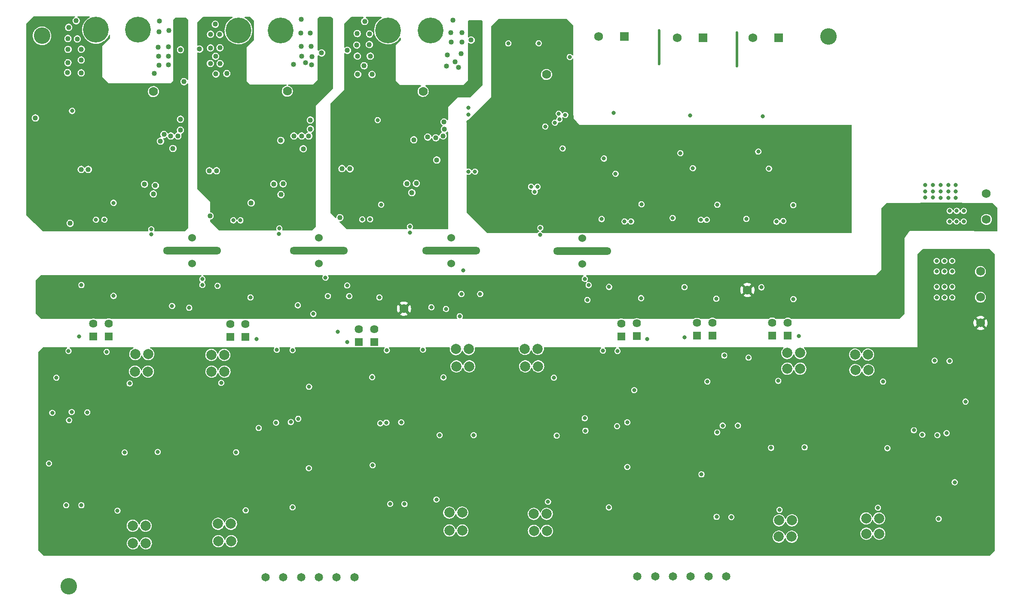
<source format=gbr>
%TF.GenerationSoftware,KiCad,Pcbnew,(5.99.0-10177-gd878cbddbc)*%
%TF.CreationDate,2021-05-16T23:38:28+02:00*%
%TF.ProjectId,PowerMeterDeng,506f7765-724d-4657-9465-7244656e672e,rev?*%
%TF.SameCoordinates,Original*%
%TF.FileFunction,Copper,L3,Inr*%
%TF.FilePolarity,Positive*%
%FSLAX46Y46*%
G04 Gerber Fmt 4.6, Leading zero omitted, Abs format (unit mm)*
G04 Created by KiCad (PCBNEW (5.99.0-10177-gd878cbddbc)) date 2021-05-16 23:38:28*
%MOMM*%
%LPD*%
G01*
G04 APERTURE LIST*
%TA.AperFunction,ComponentPad*%
%ADD10R,1.625600X1.625600*%
%TD*%
%TA.AperFunction,ComponentPad*%
%ADD11C,1.625600*%
%TD*%
%TA.AperFunction,ComponentPad*%
%ADD12C,1.651000*%
%TD*%
%TA.AperFunction,ComponentPad*%
%ADD13C,5.080000*%
%TD*%
%TA.AperFunction,ComponentPad*%
%ADD14C,1.778000*%
%TD*%
%TA.AperFunction,ComponentPad*%
%ADD15O,0.508000X7.162800*%
%TD*%
%TA.AperFunction,ComponentPad*%
%ADD16C,2.000000*%
%TD*%
%TA.AperFunction,ComponentPad*%
%ADD17O,11.430000X1.498600*%
%TD*%
%TA.AperFunction,ComponentPad*%
%ADD18C,3.251200*%
%TD*%
%TA.AperFunction,ComponentPad*%
%ADD19R,1.727200X1.727200*%
%TD*%
%TA.AperFunction,ComponentPad*%
%ADD20C,1.727200*%
%TD*%
%TA.AperFunction,ComponentPad*%
%ADD21C,1.524000*%
%TD*%
%TA.AperFunction,ComponentPad*%
%ADD22C,1.752600*%
%TD*%
%TA.AperFunction,ViaPad*%
%ADD23C,0.800000*%
%TD*%
%TA.AperFunction,ViaPad*%
%ADD24C,0.812800*%
%TD*%
%TA.AperFunction,ViaPad*%
%ADD25C,1.016000*%
%TD*%
G04 APERTURE END LIST*
D10*
%TO.N,DOUTP_W_PH*%
%TO.C,J26*%
X228432200Y-81534000D03*
D11*
%TO.N,DOUTP_W_PH1*%
X228432200Y-78994000D03*
%TD*%
D12*
%TO.N,Ip_U*%
%TO.C,J8*%
X125538695Y-129226300D03*
%TO.N,In_U*%
X129038698Y-129226300D03*
%TO.N,Ip_V*%
X132538699Y-129226300D03*
%TO.N,In_V*%
X136038700Y-129226300D03*
%TO.N,Ip_W*%
X139538700Y-129226300D03*
%TO.N,In_W*%
X143038701Y-129226300D03*
%TD*%
D10*
%TO.N,DOUTN_W_PH*%
%TO.C,J27*%
X225384200Y-81508600D03*
D11*
%TO.N,DOUTN_W_PH1*%
X225384200Y-78968600D03*
%TD*%
D13*
%TO.N,GND_WSH*%
%TO.C,TP7*%
X149666800Y-21336000D03*
%TD*%
D14*
%TO.N,-5.0V_PH*%
%TO.C,TP16*%
X180898800Y-30022800D03*
%TD*%
D13*
%TO.N,NetFB6_1*%
%TO.C,TP8*%
X158048800Y-21336000D03*
%TD*%
D15*
%TO.N,*%
%TO.C,*%
X218399200Y-25069800D03*
%TD*%
D16*
%TO.N,Vp_V*%
%TO.C,TP29*%
X230886000Y-88061800D03*
X228346000Y-88061800D03*
%TD*%
D10*
%TO.N,DOUTP_CH_W*%
%TO.C,J20*%
X146923600Y-82778600D03*
D11*
%TO.N,DOUTP_CH_W1*%
X146923600Y-80238600D03*
%TD*%
D14*
%TO.N,AMC_VCC*%
%TO.C,TP17*%
X220472000Y-72542400D03*
%TD*%
D10*
%TO.N,DOUTN_CH_W*%
%TO.C,J21*%
X143875600Y-82778600D03*
D11*
%TO.N,DOUTN_CH_W1*%
X143875600Y-80238600D03*
%TD*%
D16*
%TO.N,Ip_W*%
%TO.C,TP21*%
X165684800Y-87602200D03*
X163144800Y-87602200D03*
%TD*%
%TO.N,In_U*%
%TO.C,TP15*%
X99364800Y-119049200D03*
X101904800Y-119049200D03*
%TD*%
D17*
%TO.N,*%
%TO.C,*%
X111058800Y-64770000D03*
%TD*%
D18*
%TO.N,N/C*%
%TO.C,MH2*%
X86741000Y-130987800D03*
%TD*%
D16*
%TO.N,Vn_V*%
%TO.C,TP33*%
X229260400Y-117982700D03*
X226720400Y-117982700D03*
%TD*%
D18*
%TO.N,N/C*%
%TO.C,MH3*%
X236433200Y-22529800D03*
%TD*%
D19*
%TO.N,NetFB11_1*%
%TO.C,J15*%
X211693600Y-22758400D03*
D20*
%TO.N,NEUTRAL*%
X206613600Y-22758400D03*
%TD*%
D16*
%TO.N,In_W*%
%TO.C,TP22*%
X161740599Y-116456000D03*
X164280599Y-116456000D03*
%TD*%
%TO.N,Net-(R120-Pad1)*%
%TO.C,TP23*%
X164324198Y-119986600D03*
X161784198Y-119986600D03*
%TD*%
D10*
%TO.N,DOUTN_CH_U*%
%TO.C,J11*%
X91602400Y-81737200D03*
D11*
%TO.N,DOUTN_CH_U1*%
X91602400Y-79197200D03*
%TD*%
D18*
%TO.N,N/C*%
%TO.C,MH1*%
X81493200Y-22402800D03*
%TD*%
D16*
%TO.N,Net-(R136-Pad1)*%
%TO.C,TP35*%
X243916200Y-120624900D03*
X246456200Y-120624900D03*
%TD*%
D12*
%TO.N,Vp_U*%
%TO.C,J29*%
X198801195Y-129082800D03*
%TO.N,Vn_U*%
X202301198Y-129082800D03*
%TO.N,Vp_V*%
X205801199Y-129082800D03*
%TO.N,Vn_V*%
X209301200Y-129082800D03*
%TO.N,Vp_W*%
X212801200Y-129082800D03*
%TO.N,Vn_W*%
X216301201Y-129082800D03*
%TD*%
D13*
%TO.N,NetFB4_1*%
%TO.C,TP5*%
X128534000Y-21336000D03*
%TD*%
D10*
%TO.N,DOUTP_CH_V*%
%TO.C,J18*%
X121599800Y-81838800D03*
D11*
%TO.N,DOUTP_CH_V1*%
X121599800Y-79298800D03*
%TD*%
D16*
%TO.N,In_V*%
%TO.C,TP53*%
X118719600Y-118668800D03*
X116179600Y-118668800D03*
%TD*%
D17*
%TO.N,*%
%TO.C,*%
X136077800Y-64770000D03*
%TD*%
D10*
%TO.N,DOUTP_U_PH*%
%TO.C,J22*%
X198688800Y-81661000D03*
D11*
%TO.N,DOUTP_U_PH1*%
X198688800Y-79121000D03*
%TD*%
D16*
%TO.N,Net-(R128-Pad2)*%
%TO.C,TP31*%
X241706400Y-85293200D03*
X244246400Y-85293200D03*
%TD*%
D10*
%TO.N,DOUTN_U_PH*%
%TO.C,J23*%
X195615400Y-81686400D03*
D11*
%TO.N,DOUTN_U_PH1*%
X195615400Y-79146400D03*
%TD*%
D10*
%TO.N,DOUTN_V_PH*%
%TO.C,J25*%
X210550600Y-81584800D03*
D11*
%TO.N,DOUTN_V_PH1*%
X210550600Y-79044800D03*
%TD*%
D16*
%TO.N,Net-(R46-Pad1)*%
%TO.C,TP52*%
X118795800Y-122097800D03*
X116255800Y-122097800D03*
%TD*%
D14*
%TO.N,-5.0V_VSH*%
%TO.C,TP6*%
X129829400Y-33324800D03*
%TD*%
D21*
%TO.N,DGND*%
%TO.C,C51*%
X187944600Y-67437000D03*
%TO.N,GND_PH*%
X187944600Y-62357000D03*
%TD*%
D15*
%TO.N,*%
%TO.C,*%
X203108400Y-24638000D03*
%TD*%
D21*
%TO.N,DGND*%
%TO.C,C7*%
X111058800Y-67310000D03*
%TO.N,GND_USH*%
X111058800Y-62230000D03*
%TD*%
D16*
%TO.N,Vn_U*%
%TO.C,TP26*%
X178402999Y-116710000D03*
X180942999Y-116710000D03*
%TD*%
D10*
%TO.N,DOUTP_CH_U*%
%TO.C,J10*%
X94650400Y-81686400D03*
D11*
%TO.N,DOUTP_CH_U1*%
X94650400Y-79146400D03*
%TD*%
D10*
%TO.N,DOUTN_CH_V*%
%TO.C,J19*%
X118577200Y-81813400D03*
D11*
%TO.N,DOUTN_CH_V1*%
X118577200Y-79273400D03*
%TD*%
D16*
%TO.N,Net-(R29-Pad1)*%
%TO.C,TP11*%
X102412800Y-85191600D03*
X99872800Y-85191600D03*
%TD*%
%TO.N,Net-(R124-Pad1)*%
%TO.C,TP28*%
X228346000Y-84963000D03*
X230886000Y-84963000D03*
%TD*%
D14*
%TO.N,AMC_VCC*%
%TO.C,TP9*%
X152816400Y-76225400D03*
%TD*%
D10*
%TO.N,DOUTP_V_PH*%
%TO.C,J24*%
X213598600Y-81559400D03*
D11*
%TO.N,DOUTP_V_PH1*%
X213598600Y-79019400D03*
%TD*%
D16*
%TO.N,Net-(R116-Pad2)*%
%TO.C,TP20*%
X163043200Y-84198600D03*
X165583200Y-84198600D03*
%TD*%
D14*
%TO.N,-5.0V_WSH*%
%TO.C,TP10*%
X156575600Y-33350200D03*
%TD*%
D16*
%TO.N,Net-(R108-Pad1)*%
%TO.C,TP24*%
X176632200Y-84147800D03*
X179172200Y-84147800D03*
%TD*%
%TO.N,Ip_V*%
%TO.C,TP51*%
X114909600Y-88646000D03*
X117449600Y-88646000D03*
%TD*%
D22*
%TO.N,+15V*%
%TO.C,J30*%
X266395200Y-68884800D03*
%TO.N,DGND*%
X266395200Y-73964800D03*
%TO.N,-15V*%
X266395200Y-79044800D03*
%TD*%
D13*
%TO.N,GND_VSH*%
%TO.C,TP4*%
X120202800Y-21336000D03*
%TD*%
D16*
%TO.N,Vp_W*%
%TO.C,TP30*%
X244297200Y-88341200D03*
X241757200Y-88341200D03*
%TD*%
D13*
%TO.N,GND_USH*%
%TO.C,TP1*%
X92135800Y-21209000D03*
%TD*%
D17*
%TO.N,*%
%TO.C,*%
X187944600Y-64897000D03*
%TD*%
D14*
%TO.N,-5.0V_USH*%
%TO.C,TP3*%
X103438800Y-33401000D03*
%TD*%
D13*
%TO.N,NetFB2_1*%
%TO.C,TP2*%
X100390800Y-21209000D03*
%TD*%
D22*
%TO.N,+5V_CNTL*%
%TO.C,J17*%
X267563600Y-58623200D03*
%TO.N,DGND*%
X267563600Y-53543200D03*
%TD*%
D19*
%TO.N,NetFB12_1*%
%TO.C,J16*%
X226603400Y-22758400D03*
D20*
%TO.N,NEUTRAL*%
X221523400Y-22758400D03*
%TD*%
D19*
%TO.N,NetFB9_1*%
%TO.C,J14*%
X196225000Y-22555200D03*
D20*
%TO.N,NEUTRAL*%
X191145000Y-22555200D03*
%TD*%
D16*
%TO.N,Net-(R132-Pad2)*%
%TO.C,TP32*%
X229209600Y-121208800D03*
X226669600Y-121208800D03*
%TD*%
D17*
%TO.N,*%
%TO.C,*%
X162112800Y-64770000D03*
%TD*%
D16*
%TO.N,Net-(R112-Pad2)*%
%TO.C,TP27*%
X180968399Y-120062800D03*
X178428399Y-120062800D03*
%TD*%
%TO.N,Ip_U*%
%TO.C,TP12*%
X99822000Y-88646000D03*
X102362000Y-88646000D03*
%TD*%
%TO.N,Vn_W*%
%TO.C,TP34*%
X243865400Y-117602000D03*
X246405400Y-117602000D03*
%TD*%
%TO.N,Net-(R38-Pad2)*%
%TO.C,TP50*%
X114858800Y-85344000D03*
X117398800Y-85344000D03*
%TD*%
D21*
%TO.N,DGND*%
%TO.C,C15*%
X136077800Y-67310000D03*
%TO.N,GND_VSH*%
X136077800Y-62230000D03*
%TD*%
D16*
%TO.N,Net-(R34-Pad2)*%
%TO.C,TP13*%
X101955600Y-122504200D03*
X99415600Y-122504200D03*
%TD*%
%TO.N,Vp_U*%
%TO.C,TP25*%
X176708400Y-87602200D03*
X179248400Y-87602200D03*
%TD*%
D21*
%TO.N,DGND*%
%TO.C,C26*%
X162112800Y-67310000D03*
%TO.N,GND_WSH*%
X162112800Y-62230000D03*
%TD*%
D23*
%TO.N,+5V_CNTL*%
X260350000Y-56946800D03*
X260299200Y-59029600D03*
X261670800Y-59029600D03*
D24*
X113080800Y-71526400D03*
X189189200Y-71577200D03*
D23*
X263093200Y-59029600D03*
D24*
X137830400Y-73736200D03*
X142021400Y-73761600D03*
D23*
X263093200Y-56946800D03*
D24*
X167827800Y-73329800D03*
X164119400Y-73329800D03*
D23*
X261721600Y-56946800D03*
D24*
%TO.N,+5.0V_PH*%
X166811800Y-39370000D03*
X165491000Y-39370000D03*
X208188400Y-55397400D03*
X214563800Y-57302400D03*
X222387000Y-55372000D03*
X165541800Y-37973000D03*
X193812000Y-55245000D03*
X229524400Y-57378600D03*
X165541800Y-36601400D03*
X199603200Y-58216800D03*
%TO.N,+5.0V_USH*%
X90611800Y-38862000D03*
X89214800Y-39878000D03*
X89408000Y-36931600D03*
X95590200Y-56946800D03*
X90611800Y-39878000D03*
D25*
%TO.N,+5.0V_VSH*%
X122692000Y-56946800D03*
D24*
X116011800Y-38862000D03*
X114614800Y-38862000D03*
X114741800Y-37338000D03*
X115376800Y-39878000D03*
%TO.N,+5.0V_WSH*%
X142173800Y-39497000D03*
X148295200Y-57302400D03*
X141234000Y-36449000D03*
X140776800Y-38100000D03*
X140776800Y-39497000D03*
X142173800Y-38100000D03*
%TO.N,AMC_VCC*%
X147965000Y-72415400D03*
D23*
X255574800Y-58928000D03*
X255524000Y-57099200D03*
D24*
X199552400Y-72466200D03*
X95590200Y-72110600D03*
X229524400Y-72567800D03*
X122539600Y-72415400D03*
X214360600Y-72669400D03*
D23*
%TO.N,DGND*%
X258165600Y-117678200D03*
X226568000Y-90474800D03*
X149446999Y-84452600D03*
X226796600Y-115925300D03*
X257048000Y-53086000D03*
D24*
X110500000Y-76047600D03*
D23*
X260858000Y-71932800D03*
X97790000Y-104597200D03*
X182906000Y-101267400D03*
X260045200Y-54343300D03*
D24*
X208086800Y-71983600D03*
X188452600Y-70358000D03*
D23*
X254939800Y-101092000D03*
X218617800Y-99288600D03*
X127763800Y-84353400D03*
X124206000Y-99771200D03*
X225143800Y-103682800D03*
X196804999Y-98651200D03*
X182347200Y-89837400D03*
X131978400Y-97942400D03*
D24*
X223225200Y-72009000D03*
D23*
X89255600Y-71577200D03*
D24*
X141615000Y-71653400D03*
D23*
X156558999Y-84300200D03*
X188422999Y-97838400D03*
D24*
X164475000Y-68707000D03*
X147965000Y-74015600D03*
D23*
X258572000Y-54330600D03*
X253267000Y-100208300D03*
X159200599Y-113865200D03*
X220700600Y-85877400D03*
X260858000Y-74015600D03*
X246202200Y-115493800D03*
X83515200Y-96774000D03*
D24*
X122565000Y-74015600D03*
D23*
X257810000Y-71932800D03*
D24*
X134960200Y-77266800D03*
D23*
X247192800Y-90627200D03*
D24*
X139760800Y-80772000D03*
X137347800Y-70104000D03*
D23*
X259334000Y-74015600D03*
X257810000Y-74015600D03*
X255524000Y-51828700D03*
X160604800Y-89786600D03*
X259708000Y-100792500D03*
X121615200Y-116027200D03*
X193167600Y-115440600D03*
X217297000Y-117348000D03*
D24*
X214360600Y-74269600D03*
D23*
X257048000Y-54305200D03*
X96367600Y-116078000D03*
D24*
X116088000Y-71729600D03*
D23*
X257354600Y-86472200D03*
X248081800Y-103759000D03*
X259334000Y-71932800D03*
X261518400Y-54356000D03*
X192017399Y-84503400D03*
X181196999Y-114322400D03*
D24*
X95590200Y-73710800D03*
D23*
X152921199Y-114772800D03*
X148145999Y-98847000D03*
D24*
X158201200Y-75946000D03*
X113080800Y-70408800D03*
X199527000Y-74142600D03*
D23*
X90424000Y-96672400D03*
X86715600Y-84582000D03*
X261518400Y-53136800D03*
X260045200Y-51854100D03*
X255524000Y-53098700D03*
X258572000Y-51841400D03*
X214503000Y-100634800D03*
X130860800Y-115417600D03*
X255524000Y-54317900D03*
X260045200Y-53124100D03*
X261518400Y-51866800D03*
X215925400Y-85471000D03*
X257048000Y-51816000D03*
X94234000Y-84734400D03*
X89255600Y-115011200D03*
D24*
X131886800Y-75565000D03*
D23*
X119735600Y-104546400D03*
X116801587Y-90861994D03*
D24*
X163789200Y-77724000D03*
D23*
X127609600Y-98704400D03*
D24*
X161096800Y-76276200D03*
X193227800Y-71932800D03*
D23*
X159842800Y-101165800D03*
D24*
X107121800Y-75692000D03*
D23*
X188570200Y-100302200D03*
D24*
X229549800Y-74345800D03*
D23*
X98755200Y-90982800D03*
X258572000Y-53111400D03*
D24*
X188960600Y-74498200D03*
D23*
X86817200Y-98247200D03*
X152260799Y-98643800D03*
%TO.N,DOUTN_CH_U*%
X88798400Y-81737200D03*
X82854800Y-106756200D03*
X84328000Y-89839800D03*
%TO.N,DOUTN_CH_W*%
X141630400Y-82854800D03*
X146545799Y-89728400D03*
X146647399Y-107127400D03*
%TO.N,DOUTN_V_PH*%
X208127600Y-81889600D03*
X211429600Y-108915200D03*
X212598000Y-90601800D03*
%TO.N,DOUTP_CH_V*%
X134125300Y-91643200D03*
X123748800Y-82245200D03*
X134061200Y-107696000D03*
%TO.N,DOUTP_U_PH*%
X200761600Y-82245200D03*
X198170800Y-92303600D03*
X196799800Y-107465000D03*
%TO.N,DOUTP_W_PH*%
X261315200Y-110464600D03*
X263450600Y-94549400D03*
X230581200Y-81635600D03*
D24*
%TO.N,GND_PH*%
X229524400Y-55803800D03*
X166811800Y-49174400D03*
X209737800Y-48514000D03*
X222615600Y-45237400D03*
X177860800Y-52171600D03*
X165541800Y-49174400D03*
X220278800Y-58521600D03*
X205750000Y-58343800D03*
X184083800Y-44602400D03*
X180654800Y-40284400D03*
X199603200Y-55626000D03*
X179130800Y-52171600D03*
X184591800Y-37998400D03*
X182559800Y-39522400D03*
X183321800Y-37744400D03*
X214563800Y-55727600D03*
X183448800Y-38887400D03*
X178572000Y-53162200D03*
X191754600Y-58547000D03*
X194497800Y-49606200D03*
X192211800Y-46609000D03*
X207274000Y-45542200D03*
X185470800Y-26568400D03*
X179359400Y-23876000D03*
X224723800Y-48590200D03*
X173365000Y-23901400D03*
D25*
%TO.N,GND_USH*%
X89214800Y-48768000D03*
X86598600Y-22936200D03*
X104835800Y-43180000D03*
X105521600Y-41859200D03*
X103819800Y-51943000D03*
X86522400Y-29667200D03*
X90611800Y-48768000D03*
X80197800Y-38608000D03*
X86624000Y-25069800D03*
X106867800Y-42164000D03*
X86598600Y-27711400D03*
X88224200Y-19431000D03*
X89214800Y-27178000D03*
X108772800Y-38862000D03*
D24*
X95590200Y-55346600D03*
D25*
X109474000Y-31445200D03*
X88452800Y-23012400D03*
X89214800Y-29718000D03*
X86751000Y-20726400D03*
X103438800Y-53594000D03*
X87030400Y-59385200D03*
X108772800Y-41021000D03*
X101686200Y-51663600D03*
X108772800Y-25146000D03*
X107286869Y-44626831D03*
X89240200Y-25044400D03*
X108264800Y-42164000D03*
%TO.N,GND_VSH*%
X134045800Y-42164000D03*
X114614800Y-57912000D03*
X115630800Y-20116800D03*
X127162400Y-51638200D03*
X132648800Y-42164000D03*
X114691000Y-24790400D03*
X112532000Y-25019000D03*
X115757800Y-29921200D03*
X134366000Y-40792400D03*
X114691000Y-22098000D03*
X116570600Y-27889200D03*
X116545200Y-24765000D03*
X117916800Y-29845000D03*
X115707000Y-26441400D03*
X114487800Y-49022000D03*
X136585800Y-25781000D03*
X128534000Y-43027600D03*
X132953600Y-44678600D03*
X116519800Y-22148800D03*
X134366000Y-39014400D03*
X115884800Y-49022000D03*
X128991200Y-51587400D03*
X114665600Y-27863800D03*
X131124800Y-42164000D03*
X128584800Y-53721000D03*
X122692000Y-55346600D03*
D24*
%TO.N,NetC9_2*%
X119186800Y-58801000D03*
%TO.N,NetC9_1*%
X120583800Y-58801000D03*
%TO.N,NetC55_2*%
X196275800Y-59029600D03*
%TO.N,NetC55_1*%
X197545800Y-59029600D03*
%TO.N,NetC61_2*%
X211287200Y-58699400D03*
%TO.N,NetC61_1*%
X212455600Y-58699400D03*
%TO.N,NetC68_2*%
X226222400Y-59055000D03*
%TO.N,NetC68_1*%
X227543200Y-58928000D03*
%TO.N,NetC18_2*%
X144586800Y-58623200D03*
%TO.N,NetC18_1*%
X146136200Y-58572400D03*
%TO.N,NetC2_1*%
X93786800Y-58674000D03*
%TO.N,NetC2_2*%
X92135800Y-58674000D03*
%TO.N,NetD1_2*%
X87411400Y-37211000D03*
%TO.N,NetD21_1*%
X179638800Y-61645800D03*
D23*
X179679600Y-60299600D03*
D24*
%TO.N,NetD43_1*%
X103032400Y-60579000D03*
X103057800Y-61595000D03*
%TO.N,NetD37_1*%
X128203800Y-61468000D03*
X128254600Y-60401200D03*
%TO.N,NetD32_1*%
X153974800Y-61214000D03*
X153984800Y-60071000D03*
D25*
%TO.N,NetFB2_1*%
X106486800Y-21386800D03*
X106385200Y-24561800D03*
X106436000Y-28117800D03*
X103591200Y-29819600D03*
X104454800Y-26416000D03*
X104378600Y-24612600D03*
X104505600Y-28168600D03*
X104505600Y-21564600D03*
X104607200Y-19481800D03*
X106436000Y-26416000D03*
%TO.N,NetFB4_1*%
X132496400Y-21894800D03*
X134350600Y-21818600D03*
X132598000Y-19177000D03*
X134680800Y-26492200D03*
X132623400Y-26441400D03*
X134528400Y-24511000D03*
X132598000Y-24460200D03*
X134620000Y-28092400D03*
X131013200Y-28041600D03*
X133410800Y-27686000D03*
%TO.N,NetFB6_1*%
X162493800Y-19304000D03*
X162087400Y-23622000D03*
X161350800Y-26162000D03*
X163525200Y-28651200D03*
X164221000Y-23596600D03*
X162900200Y-27559000D03*
X162036600Y-21767800D03*
X164271800Y-21742400D03*
X164094000Y-25958800D03*
X161188400Y-28346400D03*
D24*
%TO.N,NetR60_2*%
X194142200Y-37592000D03*
%TO.N,NetR72_2*%
X209204400Y-38125400D03*
%TO.N,NetR84_2*%
X223520000Y-38303200D03*
D25*
%TO.N,GND_WSH*%
X154746800Y-42926000D03*
X153375200Y-51536600D03*
X142173800Y-48641000D03*
X159090200Y-42519600D03*
X157490000Y-42367200D03*
X155254800Y-51511200D03*
X159268000Y-46888400D03*
X143621600Y-26390600D03*
X143596200Y-21945600D03*
X160715800Y-39395400D03*
X143494600Y-24231600D03*
X145983800Y-24104600D03*
X143697800Y-29997400D03*
X146034600Y-22047200D03*
X140192600Y-58267600D03*
X141665800Y-25273000D03*
X144942400Y-28295600D03*
X154365800Y-53340000D03*
X160766600Y-40817800D03*
X145069400Y-19558000D03*
X146517200Y-30022800D03*
D23*
X147624800Y-39014400D03*
D24*
X148320600Y-55702200D03*
D25*
X140599000Y-48590200D03*
X146161600Y-26416000D03*
X160512600Y-42138600D03*
X166049800Y-23241000D03*
D23*
%TO.N,-15V*%
X218871800Y-85521800D03*
X113284000Y-104343200D03*
X255193800Y-117703600D03*
X217601800Y-100558600D03*
X257810000Y-77012800D03*
X257810000Y-79095600D03*
X127965200Y-115417600D03*
X128981200Y-98044000D03*
X89611200Y-84632800D03*
X259334000Y-79095600D03*
X260858000Y-79095600D03*
X154521399Y-100320200D03*
X175895600Y-101267400D03*
X152387799Y-84401800D03*
X190195800Y-115415200D03*
X260858000Y-77012800D03*
X89814400Y-98247200D03*
X241013402Y-103632000D03*
X193706199Y-98600400D03*
X256812400Y-100843300D03*
X259334000Y-77012800D03*
%TO.N,+15V*%
X231749600Y-103581200D03*
X194887599Y-84579600D03*
X104292400Y-104495600D03*
X149365199Y-98694600D03*
X194793200Y-99387800D03*
X259283200Y-66802000D03*
X257759200Y-68884800D03*
X215595200Y-99288600D03*
X257759200Y-66802000D03*
X166548400Y-101165800D03*
X130505200Y-98602800D03*
X260807200Y-66802000D03*
X259283200Y-68884800D03*
X150076399Y-114747400D03*
X214401400Y-117297200D03*
X130862600Y-84404200D03*
X86258400Y-115011200D03*
X257911600Y-101168200D03*
X87325200Y-96621600D03*
X260807200Y-68884800D03*
X260301000Y-86548400D03*
%TD*%
%TA.AperFunction,Conductor*%
%TO.N,+5.0V_PH*%
G36*
X184861731Y-19070002D02*
G01*
X184882705Y-19086905D01*
X186155095Y-20359295D01*
X186189121Y-20421607D01*
X186192000Y-20448390D01*
X186192000Y-26135039D01*
X186171998Y-26203160D01*
X186118342Y-26249653D01*
X186048068Y-26259757D01*
X185983488Y-26230263D01*
X185964064Y-26209100D01*
X185923849Y-26153749D01*
X185919189Y-26147335D01*
X185800387Y-26049054D01*
X185660876Y-25983405D01*
X185557562Y-25963697D01*
X185517208Y-25955999D01*
X185517206Y-25955999D01*
X185509422Y-25954514D01*
X185424335Y-25959867D01*
X185363454Y-25963697D01*
X185363452Y-25963697D01*
X185355542Y-25964195D01*
X185348006Y-25966644D01*
X185348004Y-25966644D01*
X185216445Y-26009390D01*
X185216442Y-26009391D01*
X185208903Y-26011841D01*
X185078721Y-26094457D01*
X184973174Y-26206853D01*
X184969357Y-26213797D01*
X184969355Y-26213799D01*
X184937319Y-26272073D01*
X184898894Y-26341967D01*
X184896924Y-26349639D01*
X184896923Y-26349642D01*
X184862521Y-26483630D01*
X184860550Y-26491308D01*
X184860550Y-26645492D01*
X184862521Y-26653167D01*
X184862521Y-26653170D01*
X184880032Y-26721369D01*
X184898894Y-26794833D01*
X184902714Y-26801781D01*
X184962979Y-26911402D01*
X184973174Y-26929947D01*
X185078721Y-27042343D01*
X185208903Y-27124959D01*
X185216442Y-27127409D01*
X185216445Y-27127410D01*
X185348004Y-27170156D01*
X185348006Y-27170156D01*
X185355542Y-27172605D01*
X185363452Y-27173103D01*
X185363454Y-27173103D01*
X185424335Y-27176933D01*
X185509422Y-27182286D01*
X185517206Y-27180801D01*
X185517208Y-27180801D01*
X185565745Y-27171542D01*
X185660876Y-27153395D01*
X185800387Y-27087746D01*
X185919189Y-26989465D01*
X185964064Y-26927700D01*
X186020286Y-26884346D01*
X186091023Y-26878271D01*
X186153814Y-26911402D01*
X186188726Y-26973223D01*
X186192000Y-27001761D01*
X186192000Y-37541200D01*
X186217400Y-38735000D01*
X186822954Y-39340554D01*
X186830655Y-39348986D01*
X187314666Y-39929799D01*
X187335000Y-39954200D01*
X240930000Y-39954200D01*
X240998121Y-39974202D01*
X241044614Y-40027858D01*
X241056000Y-40080200D01*
X241056000Y-61215000D01*
X241035998Y-61283121D01*
X240982342Y-61329614D01*
X240930000Y-61341000D01*
X180235860Y-61341000D01*
X180167739Y-61320998D01*
X180133925Y-61289062D01*
X180087189Y-61224735D01*
X179968387Y-61126454D01*
X179894820Y-61091836D01*
X179841699Y-61044733D01*
X179822477Y-60976388D01*
X179843257Y-60908500D01*
X179900251Y-60861419D01*
X179983950Y-60826750D01*
X180110016Y-60730016D01*
X180206750Y-60603950D01*
X180267559Y-60457143D01*
X180288300Y-60299600D01*
X180267559Y-60142057D01*
X180206750Y-59995250D01*
X180110016Y-59869184D01*
X179983950Y-59772450D01*
X179910546Y-59742045D01*
X179844773Y-59714801D01*
X179844770Y-59714800D01*
X179837143Y-59711641D01*
X179679600Y-59690900D01*
X179522057Y-59711641D01*
X179514430Y-59714800D01*
X179514427Y-59714801D01*
X179448654Y-59742045D01*
X179375250Y-59772450D01*
X179249184Y-59869184D01*
X179152450Y-59995250D01*
X179091641Y-60142057D01*
X179070900Y-60299600D01*
X179091641Y-60457143D01*
X179152450Y-60603950D01*
X179249184Y-60730016D01*
X179375250Y-60826750D01*
X179413228Y-60842481D01*
X179415570Y-60843451D01*
X179470851Y-60887999D01*
X179493272Y-60955363D01*
X179475714Y-61024154D01*
X179423752Y-61072532D01*
X179406290Y-61079692D01*
X179376903Y-61089241D01*
X179246721Y-61171857D01*
X179141174Y-61284253D01*
X179138253Y-61289567D01*
X179082688Y-61332414D01*
X179036973Y-61341000D01*
X169276990Y-61341000D01*
X169208869Y-61320998D01*
X169187895Y-61304095D01*
X166353708Y-58469908D01*
X191144350Y-58469908D01*
X191144350Y-58624092D01*
X191146321Y-58631767D01*
X191146321Y-58631770D01*
X191177701Y-58753986D01*
X191182694Y-58773433D01*
X191186514Y-58780381D01*
X191252473Y-58900359D01*
X191256974Y-58908547D01*
X191262399Y-58914324D01*
X191338842Y-58995727D01*
X191362521Y-59020943D01*
X191492703Y-59103559D01*
X191500242Y-59106009D01*
X191500245Y-59106010D01*
X191631804Y-59148756D01*
X191631806Y-59148756D01*
X191639342Y-59151205D01*
X191647252Y-59151703D01*
X191647254Y-59151703D01*
X191708135Y-59155533D01*
X191793222Y-59160886D01*
X191801006Y-59159401D01*
X191801008Y-59159401D01*
X191849545Y-59150142D01*
X191944676Y-59131995D01*
X192084187Y-59066346D01*
X192169774Y-58995543D01*
X192196881Y-58973118D01*
X192202989Y-58968065D01*
X192214292Y-58952508D01*
X195665550Y-58952508D01*
X195665550Y-59106692D01*
X195667521Y-59114367D01*
X195667521Y-59114370D01*
X195691541Y-59207919D01*
X195703894Y-59256033D01*
X195717630Y-59281019D01*
X195756283Y-59351327D01*
X195778174Y-59391147D01*
X195883721Y-59503543D01*
X196013903Y-59586159D01*
X196021442Y-59588609D01*
X196021445Y-59588610D01*
X196153004Y-59631356D01*
X196153006Y-59631356D01*
X196160542Y-59633805D01*
X196168452Y-59634303D01*
X196168454Y-59634303D01*
X196229335Y-59638133D01*
X196314422Y-59643486D01*
X196322206Y-59642001D01*
X196322208Y-59642001D01*
X196370745Y-59632742D01*
X196465876Y-59614595D01*
X196605387Y-59548946D01*
X196688355Y-59480309D01*
X196718081Y-59455718D01*
X196724189Y-59450665D01*
X196728849Y-59444251D01*
X196728852Y-59444248D01*
X196810545Y-59331806D01*
X196866767Y-59288451D01*
X196937503Y-59282375D01*
X197000295Y-59315507D01*
X197022895Y-59345165D01*
X197048174Y-59391147D01*
X197153721Y-59503543D01*
X197283903Y-59586159D01*
X197291442Y-59588609D01*
X197291445Y-59588610D01*
X197423004Y-59631356D01*
X197423006Y-59631356D01*
X197430542Y-59633805D01*
X197438452Y-59634303D01*
X197438454Y-59634303D01*
X197499335Y-59638133D01*
X197584422Y-59643486D01*
X197592206Y-59642001D01*
X197592208Y-59642001D01*
X197640745Y-59632742D01*
X197735876Y-59614595D01*
X197875387Y-59548946D01*
X197958355Y-59480309D01*
X197988081Y-59455718D01*
X197994189Y-59450665D01*
X198026500Y-59406192D01*
X198080157Y-59332340D01*
X198080158Y-59332338D01*
X198084816Y-59325927D01*
X198090019Y-59312788D01*
X198138659Y-59189936D01*
X198141576Y-59182569D01*
X198142742Y-59173343D01*
X198159907Y-59037461D01*
X198160900Y-59029600D01*
X198157431Y-59002140D01*
X198142569Y-58884490D01*
X198142569Y-58884488D01*
X198141576Y-58876631D01*
X198109738Y-58796219D01*
X198087734Y-58740642D01*
X198087733Y-58740640D01*
X198084816Y-58733273D01*
X198070355Y-58713368D01*
X197998849Y-58614949D01*
X197994189Y-58608535D01*
X197967961Y-58586837D01*
X197910303Y-58539139D01*
X197875387Y-58510254D01*
X197735876Y-58444605D01*
X197632562Y-58424897D01*
X197592208Y-58417199D01*
X197592206Y-58417199D01*
X197584422Y-58415714D01*
X197499335Y-58421067D01*
X197438454Y-58424897D01*
X197438452Y-58424897D01*
X197430542Y-58425395D01*
X197423006Y-58427844D01*
X197423004Y-58427844D01*
X197291445Y-58470590D01*
X197291442Y-58470591D01*
X197283903Y-58473041D01*
X197153721Y-58555657D01*
X197148294Y-58561436D01*
X197148293Y-58561437D01*
X197129869Y-58581057D01*
X197048174Y-58668053D01*
X197044357Y-58674997D01*
X197044355Y-58674999D01*
X197022895Y-58714035D01*
X196972550Y-58764094D01*
X196903133Y-58778987D01*
X196836684Y-58753986D01*
X196810545Y-58727394D01*
X196728852Y-58614952D01*
X196728848Y-58614948D01*
X196724189Y-58608535D01*
X196697961Y-58586837D01*
X196640303Y-58539139D01*
X196605387Y-58510254D01*
X196465876Y-58444605D01*
X196362562Y-58424897D01*
X196322208Y-58417199D01*
X196322206Y-58417199D01*
X196314422Y-58415714D01*
X196229335Y-58421067D01*
X196168454Y-58424897D01*
X196168452Y-58424897D01*
X196160542Y-58425395D01*
X196153006Y-58427844D01*
X196153004Y-58427844D01*
X196021445Y-58470590D01*
X196021442Y-58470591D01*
X196013903Y-58473041D01*
X195883721Y-58555657D01*
X195878294Y-58561436D01*
X195878293Y-58561437D01*
X195859869Y-58581057D01*
X195778174Y-58668053D01*
X195774357Y-58674997D01*
X195774355Y-58674999D01*
X195759749Y-58701567D01*
X195703894Y-58803167D01*
X195701924Y-58810839D01*
X195701923Y-58810842D01*
X195671638Y-58928795D01*
X195665550Y-58952508D01*
X192214292Y-58952508D01*
X192226103Y-58936251D01*
X192288957Y-58849740D01*
X192288958Y-58849738D01*
X192293616Y-58843327D01*
X192302064Y-58821992D01*
X192337190Y-58733273D01*
X192350376Y-58699969D01*
X192353531Y-58674999D01*
X192368707Y-58554861D01*
X192369700Y-58547000D01*
X192368707Y-58539139D01*
X192351369Y-58401890D01*
X192351369Y-58401888D01*
X192350376Y-58394031D01*
X192319322Y-58315599D01*
X192299965Y-58266708D01*
X205139750Y-58266708D01*
X205139750Y-58420892D01*
X205141721Y-58428567D01*
X205141721Y-58428570D01*
X205175836Y-58561437D01*
X205178094Y-58570233D01*
X205181914Y-58577181D01*
X205239504Y-58681936D01*
X205252374Y-58705347D01*
X205257799Y-58711124D01*
X205351441Y-58810842D01*
X205357921Y-58817743D01*
X205488103Y-58900359D01*
X205495642Y-58902809D01*
X205495645Y-58902810D01*
X205627204Y-58945556D01*
X205627206Y-58945556D01*
X205634742Y-58948005D01*
X205642652Y-58948503D01*
X205642654Y-58948503D01*
X205703535Y-58952333D01*
X205788622Y-58957686D01*
X205796406Y-58956201D01*
X205796408Y-58956201D01*
X205844945Y-58946942D01*
X205940076Y-58928795D01*
X206079587Y-58863146D01*
X206184334Y-58776492D01*
X206192281Y-58769918D01*
X206198389Y-58764865D01*
X206241631Y-58705347D01*
X206284357Y-58646540D01*
X206284358Y-58646538D01*
X206289016Y-58640127D01*
X206292364Y-58631673D01*
X206296072Y-58622308D01*
X210676950Y-58622308D01*
X210676950Y-58776492D01*
X210678921Y-58784167D01*
X210678921Y-58784170D01*
X210710856Y-58908547D01*
X210715294Y-58925833D01*
X210734318Y-58960437D01*
X210774352Y-59033258D01*
X210789574Y-59060947D01*
X210794999Y-59066724D01*
X210882029Y-59159401D01*
X210895121Y-59173343D01*
X211025303Y-59255959D01*
X211032842Y-59258409D01*
X211032845Y-59258410D01*
X211164404Y-59301156D01*
X211164406Y-59301156D01*
X211171942Y-59303605D01*
X211179852Y-59304103D01*
X211179854Y-59304103D01*
X211240735Y-59307933D01*
X211325822Y-59313286D01*
X211333606Y-59311801D01*
X211333608Y-59311801D01*
X211382145Y-59302542D01*
X211477276Y-59284395D01*
X211583691Y-59234320D01*
X211609613Y-59222122D01*
X211609614Y-59222121D01*
X211616787Y-59218746D01*
X211719227Y-59134001D01*
X211729481Y-59125518D01*
X211735589Y-59120465D01*
X211767450Y-59076612D01*
X211823672Y-59033258D01*
X211894408Y-59027183D01*
X211961235Y-59064419D01*
X212021522Y-59128619D01*
X212050429Y-59159401D01*
X212063521Y-59173343D01*
X212193703Y-59255959D01*
X212201242Y-59258409D01*
X212201245Y-59258410D01*
X212332804Y-59301156D01*
X212332806Y-59301156D01*
X212340342Y-59303605D01*
X212348252Y-59304103D01*
X212348254Y-59304103D01*
X212409135Y-59307933D01*
X212494222Y-59313286D01*
X212502006Y-59311801D01*
X212502008Y-59311801D01*
X212550545Y-59302542D01*
X212645676Y-59284395D01*
X212752091Y-59234320D01*
X212778013Y-59222122D01*
X212778014Y-59222121D01*
X212785187Y-59218746D01*
X212887627Y-59134001D01*
X212897881Y-59125518D01*
X212903989Y-59120465D01*
X212973209Y-59025192D01*
X212989957Y-59002140D01*
X212989958Y-59002138D01*
X212994616Y-58995727D01*
X213005569Y-58968065D01*
X213048459Y-58859736D01*
X213051376Y-58852369D01*
X213055214Y-58821992D01*
X213069707Y-58707261D01*
X213070700Y-58699400D01*
X213059991Y-58614630D01*
X213052369Y-58554290D01*
X213052369Y-58554288D01*
X213051376Y-58546431D01*
X213025328Y-58480642D01*
X213011022Y-58444508D01*
X219668550Y-58444508D01*
X219668550Y-58598692D01*
X219670521Y-58606367D01*
X219670521Y-58606370D01*
X219701595Y-58727394D01*
X219706894Y-58748033D01*
X219722452Y-58776333D01*
X219773542Y-58869264D01*
X219781174Y-58883147D01*
X219786599Y-58888924D01*
X219870161Y-58977908D01*
X219886721Y-58995543D01*
X220016903Y-59078159D01*
X220024442Y-59080609D01*
X220024445Y-59080610D01*
X220156004Y-59123356D01*
X220156006Y-59123356D01*
X220163542Y-59125805D01*
X220171452Y-59126303D01*
X220171454Y-59126303D01*
X220232335Y-59130133D01*
X220317422Y-59135486D01*
X220325206Y-59134001D01*
X220325208Y-59134001D01*
X220376780Y-59124163D01*
X220468876Y-59106595D01*
X220608387Y-59040946D01*
X220684587Y-58977908D01*
X225612150Y-58977908D01*
X225612150Y-59132092D01*
X225614121Y-59139767D01*
X225614121Y-59139770D01*
X225645991Y-59263893D01*
X225650494Y-59281433D01*
X225670904Y-59318558D01*
X225713568Y-59396163D01*
X225724774Y-59416547D01*
X225730199Y-59422324D01*
X225812175Y-59509619D01*
X225830321Y-59528943D01*
X225960503Y-59611559D01*
X225968042Y-59614009D01*
X225968045Y-59614010D01*
X226099604Y-59656756D01*
X226099606Y-59656756D01*
X226107142Y-59659205D01*
X226115052Y-59659703D01*
X226115054Y-59659703D01*
X226175935Y-59663533D01*
X226261022Y-59668886D01*
X226268806Y-59667401D01*
X226268808Y-59667401D01*
X226317345Y-59658142D01*
X226412476Y-59639995D01*
X226551987Y-59574346D01*
X226637574Y-59503543D01*
X226664681Y-59481118D01*
X226670789Y-59476065D01*
X226689243Y-59450665D01*
X226756757Y-59357740D01*
X226756758Y-59357738D01*
X226761416Y-59351327D01*
X226774391Y-59318558D01*
X226796034Y-59263893D01*
X226839709Y-59207919D01*
X226906712Y-59184443D01*
X226975770Y-59200919D01*
X227023599Y-59249575D01*
X227045574Y-59289547D01*
X227050999Y-59295324D01*
X227109612Y-59357740D01*
X227151121Y-59401943D01*
X227281303Y-59484559D01*
X227288842Y-59487009D01*
X227288845Y-59487010D01*
X227420404Y-59529756D01*
X227420406Y-59529756D01*
X227427942Y-59532205D01*
X227435852Y-59532703D01*
X227435854Y-59532703D01*
X227496735Y-59536533D01*
X227581822Y-59541886D01*
X227589606Y-59540401D01*
X227589608Y-59540401D01*
X227638145Y-59531142D01*
X227733276Y-59512995D01*
X227872787Y-59447346D01*
X227991589Y-59349065D01*
X228024256Y-59304103D01*
X228077557Y-59230740D01*
X228077558Y-59230738D01*
X228082216Y-59224327D01*
X228086427Y-59213693D01*
X228130032Y-59103559D01*
X228138976Y-59080969D01*
X228143606Y-59044322D01*
X228157307Y-58935861D01*
X228158300Y-58928000D01*
X228155118Y-58902810D01*
X228139969Y-58782890D01*
X228139969Y-58782888D01*
X228138976Y-58775031D01*
X228105919Y-58691539D01*
X228085134Y-58639042D01*
X228085133Y-58639040D01*
X228082216Y-58631673D01*
X228070948Y-58616163D01*
X227996249Y-58513349D01*
X227991589Y-58506935D01*
X227981322Y-58498441D01*
X227895984Y-58427844D01*
X227872787Y-58408654D01*
X227847299Y-58396660D01*
X227791376Y-58370345D01*
X227733276Y-58343005D01*
X227624148Y-58322188D01*
X227589608Y-58315599D01*
X227589606Y-58315599D01*
X227581822Y-58314114D01*
X227496735Y-58319467D01*
X227435854Y-58323297D01*
X227435852Y-58323297D01*
X227427942Y-58323795D01*
X227420406Y-58326244D01*
X227420404Y-58326244D01*
X227288845Y-58368990D01*
X227288842Y-58368991D01*
X227281303Y-58371441D01*
X227151121Y-58454057D01*
X227145694Y-58459836D01*
X227145693Y-58459837D01*
X227074496Y-58535654D01*
X227045574Y-58566453D01*
X227041757Y-58573397D01*
X227041755Y-58573399D01*
X226975112Y-58694621D01*
X226975110Y-58694625D01*
X226971294Y-58701567D01*
X226969325Y-58709237D01*
X226967689Y-58713368D01*
X226924012Y-58769339D01*
X226857008Y-58792812D01*
X226787950Y-58776333D01*
X226748604Y-58741039D01*
X226738691Y-58727394D01*
X226670789Y-58633935D01*
X226640086Y-58608535D01*
X226558095Y-58540707D01*
X226551987Y-58535654D01*
X226412476Y-58470005D01*
X226297021Y-58447981D01*
X226268808Y-58442599D01*
X226268806Y-58442599D01*
X226261022Y-58441114D01*
X226175935Y-58446467D01*
X226115054Y-58450297D01*
X226115052Y-58450297D01*
X226107142Y-58450795D01*
X226099606Y-58453244D01*
X226099604Y-58453244D01*
X225968045Y-58495990D01*
X225968042Y-58495991D01*
X225960503Y-58498441D01*
X225830321Y-58581057D01*
X225824894Y-58586836D01*
X225824893Y-58586837D01*
X225774642Y-58640349D01*
X225724774Y-58693453D01*
X225720957Y-58700397D01*
X225720955Y-58700399D01*
X225690948Y-58754981D01*
X225650494Y-58828567D01*
X225648524Y-58836239D01*
X225648523Y-58836242D01*
X225616324Y-58961651D01*
X225612150Y-58977908D01*
X220684587Y-58977908D01*
X220693868Y-58970230D01*
X220721081Y-58947718D01*
X220727189Y-58942665D01*
X220766234Y-58888924D01*
X220813157Y-58824340D01*
X220813158Y-58824338D01*
X220817816Y-58817927D01*
X220831182Y-58784170D01*
X220860103Y-58711124D01*
X220874576Y-58674569D01*
X220880348Y-58628882D01*
X220892907Y-58529461D01*
X220893900Y-58521600D01*
X220885163Y-58452437D01*
X220875569Y-58376490D01*
X220875569Y-58376488D01*
X220874576Y-58368631D01*
X220842738Y-58288219D01*
X220820734Y-58232642D01*
X220820733Y-58232640D01*
X220817816Y-58225273D01*
X220798503Y-58198690D01*
X220731849Y-58106949D01*
X220727189Y-58100535D01*
X220700961Y-58078837D01*
X220645199Y-58032707D01*
X220608387Y-58002254D01*
X220468876Y-57936605D01*
X220365562Y-57916897D01*
X220325208Y-57909199D01*
X220325206Y-57909199D01*
X220317422Y-57907714D01*
X220232335Y-57913067D01*
X220171454Y-57916897D01*
X220171452Y-57916897D01*
X220163542Y-57917395D01*
X220156006Y-57919844D01*
X220156004Y-57919844D01*
X220024445Y-57962590D01*
X220024442Y-57962591D01*
X220016903Y-57965041D01*
X219886721Y-58047657D01*
X219781174Y-58160053D01*
X219777357Y-58166997D01*
X219777355Y-58166999D01*
X219745319Y-58225273D01*
X219706894Y-58295167D01*
X219704924Y-58302839D01*
X219704923Y-58302842D01*
X219672642Y-58428570D01*
X219668550Y-58444508D01*
X213011022Y-58444508D01*
X212997534Y-58410442D01*
X212997533Y-58410440D01*
X212994616Y-58403073D01*
X212975303Y-58376490D01*
X212908649Y-58284749D01*
X212903989Y-58278335D01*
X212785187Y-58180054D01*
X212645676Y-58114405D01*
X212542362Y-58094697D01*
X212502008Y-58086999D01*
X212502006Y-58086999D01*
X212494222Y-58085514D01*
X212409135Y-58090867D01*
X212348254Y-58094697D01*
X212348252Y-58094697D01*
X212340342Y-58095195D01*
X212332806Y-58097644D01*
X212332804Y-58097644D01*
X212201245Y-58140390D01*
X212201242Y-58140391D01*
X212193703Y-58142841D01*
X212063521Y-58225457D01*
X211961235Y-58334381D01*
X211900024Y-58370345D01*
X211829084Y-58367508D01*
X211767450Y-58322188D01*
X211740249Y-58284749D01*
X211735589Y-58278335D01*
X211616787Y-58180054D01*
X211477276Y-58114405D01*
X211373962Y-58094697D01*
X211333608Y-58086999D01*
X211333606Y-58086999D01*
X211325822Y-58085514D01*
X211240735Y-58090867D01*
X211179854Y-58094697D01*
X211179852Y-58094697D01*
X211171942Y-58095195D01*
X211164406Y-58097644D01*
X211164404Y-58097644D01*
X211032845Y-58140390D01*
X211032842Y-58140391D01*
X211025303Y-58142841D01*
X210895121Y-58225457D01*
X210889694Y-58231236D01*
X210889693Y-58231237D01*
X210863594Y-58259030D01*
X210789574Y-58337853D01*
X210785757Y-58344797D01*
X210785755Y-58344799D01*
X210768772Y-58375691D01*
X210715294Y-58472967D01*
X210713324Y-58480639D01*
X210713323Y-58480642D01*
X210681042Y-58606370D01*
X210676950Y-58622308D01*
X206296072Y-58622308D01*
X206341751Y-58506935D01*
X206345776Y-58496769D01*
X206348774Y-58473041D01*
X206364107Y-58351661D01*
X206365100Y-58343800D01*
X206362165Y-58320567D01*
X206346769Y-58198690D01*
X206346769Y-58198688D01*
X206345776Y-58190831D01*
X206313938Y-58110419D01*
X206291934Y-58054842D01*
X206291933Y-58054840D01*
X206289016Y-58047473D01*
X206198389Y-57922735D01*
X206079587Y-57824454D01*
X205940076Y-57758805D01*
X205836762Y-57739097D01*
X205796408Y-57731399D01*
X205796406Y-57731399D01*
X205788622Y-57729914D01*
X205703535Y-57735267D01*
X205642654Y-57739097D01*
X205642652Y-57739097D01*
X205634742Y-57739595D01*
X205627206Y-57742044D01*
X205627204Y-57742044D01*
X205495645Y-57784790D01*
X205495642Y-57784791D01*
X205488103Y-57787241D01*
X205357921Y-57869857D01*
X205252374Y-57982253D01*
X205248557Y-57989197D01*
X205248555Y-57989199D01*
X205216519Y-58047473D01*
X205178094Y-58117367D01*
X205176124Y-58125039D01*
X205176123Y-58125042D01*
X205143867Y-58250673D01*
X205139750Y-58266708D01*
X192299965Y-58266708D01*
X192296534Y-58258042D01*
X192296533Y-58258040D01*
X192293616Y-58250673D01*
X192250139Y-58190831D01*
X192207649Y-58132349D01*
X192202989Y-58125935D01*
X192193133Y-58117781D01*
X192090295Y-58032707D01*
X192084187Y-58027654D01*
X191944676Y-57962005D01*
X191829221Y-57939981D01*
X191801008Y-57934599D01*
X191801006Y-57934599D01*
X191793222Y-57933114D01*
X191708135Y-57938467D01*
X191647254Y-57942297D01*
X191647252Y-57942297D01*
X191639342Y-57942795D01*
X191631806Y-57945244D01*
X191631804Y-57945244D01*
X191500245Y-57987990D01*
X191500242Y-57987991D01*
X191492703Y-57990441D01*
X191362521Y-58073057D01*
X191357094Y-58078836D01*
X191357093Y-58078837D01*
X191320911Y-58117367D01*
X191256974Y-58185453D01*
X191253157Y-58192397D01*
X191253155Y-58192399D01*
X191234981Y-58225457D01*
X191182694Y-58320567D01*
X191180724Y-58328239D01*
X191180723Y-58328242D01*
X191146321Y-58462230D01*
X191144350Y-58469908D01*
X166353708Y-58469908D01*
X165197705Y-57313905D01*
X165163679Y-57251593D01*
X165160800Y-57224810D01*
X165160800Y-55548908D01*
X198992950Y-55548908D01*
X198992950Y-55703092D01*
X198994921Y-55710767D01*
X198994921Y-55710770D01*
X199021008Y-55812370D01*
X199031294Y-55852433D01*
X199042581Y-55872963D01*
X199092704Y-55964136D01*
X199105574Y-55987547D01*
X199211121Y-56099943D01*
X199341303Y-56182559D01*
X199348842Y-56185009D01*
X199348845Y-56185010D01*
X199480404Y-56227756D01*
X199480406Y-56227756D01*
X199487942Y-56230205D01*
X199495852Y-56230703D01*
X199495854Y-56230703D01*
X199556735Y-56234533D01*
X199641822Y-56239886D01*
X199649606Y-56238401D01*
X199649608Y-56238401D01*
X199698145Y-56229142D01*
X199793276Y-56210995D01*
X199932787Y-56145346D01*
X200051589Y-56047065D01*
X200111840Y-55964136D01*
X200137557Y-55928740D01*
X200137558Y-55928738D01*
X200142216Y-55922327D01*
X200155582Y-55888570D01*
X200196059Y-55786336D01*
X200198976Y-55778969D01*
X200215204Y-55650508D01*
X213953550Y-55650508D01*
X213953550Y-55804692D01*
X213955521Y-55812367D01*
X213955521Y-55812370D01*
X213973115Y-55880892D01*
X213991894Y-55954033D01*
X213995714Y-55960981D01*
X214033786Y-56030233D01*
X214066174Y-56089147D01*
X214071599Y-56094924D01*
X214143156Y-56171124D01*
X214171721Y-56201543D01*
X214301903Y-56284159D01*
X214309442Y-56286609D01*
X214309445Y-56286610D01*
X214441004Y-56329356D01*
X214441006Y-56329356D01*
X214448542Y-56331805D01*
X214456452Y-56332303D01*
X214456454Y-56332303D01*
X214517335Y-56336133D01*
X214602422Y-56341486D01*
X214610206Y-56340001D01*
X214610208Y-56340001D01*
X214658745Y-56330742D01*
X214753876Y-56312595D01*
X214893387Y-56246946D01*
X215012189Y-56148665D01*
X215022043Y-56135103D01*
X215098157Y-56030340D01*
X215098158Y-56030338D01*
X215102816Y-56023927D01*
X215159576Y-55880569D01*
X215178900Y-55727600D01*
X215178787Y-55726708D01*
X228914150Y-55726708D01*
X228914150Y-55880892D01*
X228916121Y-55888567D01*
X228916121Y-55888570D01*
X228948983Y-56016558D01*
X228952494Y-56030233D01*
X228981064Y-56082201D01*
X229014077Y-56142251D01*
X229026774Y-56165347D01*
X229032199Y-56171124D01*
X229098656Y-56241893D01*
X229132321Y-56277743D01*
X229262503Y-56360359D01*
X229270042Y-56362809D01*
X229270045Y-56362810D01*
X229401604Y-56405556D01*
X229401606Y-56405556D01*
X229409142Y-56408005D01*
X229417052Y-56408503D01*
X229417054Y-56408503D01*
X229477935Y-56412333D01*
X229563022Y-56417686D01*
X229570806Y-56416201D01*
X229570808Y-56416201D01*
X229619345Y-56406942D01*
X229714476Y-56388795D01*
X229820891Y-56338720D01*
X229846813Y-56326522D01*
X229846814Y-56326521D01*
X229853987Y-56323146D01*
X229972789Y-56224865D01*
X230063416Y-56100127D01*
X230067764Y-56089147D01*
X230117259Y-55964136D01*
X230120176Y-55956769D01*
X230128872Y-55887936D01*
X230138507Y-55811661D01*
X230139500Y-55803800D01*
X230120176Y-55650831D01*
X230082961Y-55556837D01*
X230066334Y-55514842D01*
X230066333Y-55514840D01*
X230063416Y-55507473D01*
X230053787Y-55494219D01*
X229977449Y-55389149D01*
X229972789Y-55382735D01*
X229853987Y-55284454D01*
X229714476Y-55218805D01*
X229611162Y-55199097D01*
X229570808Y-55191399D01*
X229570806Y-55191399D01*
X229563022Y-55189914D01*
X229477935Y-55195267D01*
X229417054Y-55199097D01*
X229417052Y-55199097D01*
X229409142Y-55199595D01*
X229401606Y-55202044D01*
X229401604Y-55202044D01*
X229270045Y-55244790D01*
X229270042Y-55244791D01*
X229262503Y-55247241D01*
X229132321Y-55329857D01*
X229126894Y-55335636D01*
X229126893Y-55335637D01*
X229098331Y-55366053D01*
X229026774Y-55442253D01*
X229022957Y-55449197D01*
X229022955Y-55449199D01*
X228990919Y-55507473D01*
X228952494Y-55577367D01*
X228950524Y-55585039D01*
X228950523Y-55585042D01*
X228918242Y-55710770D01*
X228914150Y-55726708D01*
X215178787Y-55726708D01*
X215169161Y-55650508D01*
X215160569Y-55582490D01*
X215160569Y-55582488D01*
X215159576Y-55574631D01*
X215122461Y-55480890D01*
X215105734Y-55438642D01*
X215105733Y-55438640D01*
X215102816Y-55431273D01*
X215079781Y-55399567D01*
X215016849Y-55312949D01*
X215012189Y-55306535D01*
X214893387Y-55208254D01*
X214873928Y-55199097D01*
X214855471Y-55190412D01*
X214753876Y-55142605D01*
X214650562Y-55122897D01*
X214610208Y-55115199D01*
X214610206Y-55115199D01*
X214602422Y-55113714D01*
X214517335Y-55119067D01*
X214456454Y-55122897D01*
X214456452Y-55122897D01*
X214448542Y-55123395D01*
X214441006Y-55125844D01*
X214441004Y-55125844D01*
X214309445Y-55168590D01*
X214309442Y-55168591D01*
X214301903Y-55171041D01*
X214171721Y-55253657D01*
X214166294Y-55259436D01*
X214166293Y-55259437D01*
X214126810Y-55301482D01*
X214066174Y-55366053D01*
X214062357Y-55372997D01*
X214062355Y-55372999D01*
X214051569Y-55392619D01*
X213991894Y-55501167D01*
X213989924Y-55508839D01*
X213989923Y-55508842D01*
X213957824Y-55633861D01*
X213953550Y-55650508D01*
X200215204Y-55650508D01*
X200218300Y-55626000D01*
X200198976Y-55473031D01*
X200167138Y-55392619D01*
X200145134Y-55337042D01*
X200145133Y-55337040D01*
X200142216Y-55329673D01*
X200130066Y-55312949D01*
X200056249Y-55211349D01*
X200051589Y-55204935D01*
X199932787Y-55106654D01*
X199793276Y-55041005D01*
X199689962Y-55021297D01*
X199649608Y-55013599D01*
X199649606Y-55013599D01*
X199641822Y-55012114D01*
X199556735Y-55017467D01*
X199495854Y-55021297D01*
X199495852Y-55021297D01*
X199487942Y-55021795D01*
X199480406Y-55024244D01*
X199480404Y-55024244D01*
X199348845Y-55066990D01*
X199348842Y-55066991D01*
X199341303Y-55069441D01*
X199211121Y-55152057D01*
X199105574Y-55264453D01*
X199101757Y-55271397D01*
X199101755Y-55271399D01*
X199069719Y-55329673D01*
X199031294Y-55399567D01*
X199029324Y-55407239D01*
X199029323Y-55407242D01*
X198994921Y-55541230D01*
X198992950Y-55548908D01*
X165160800Y-55548908D01*
X165160800Y-52094508D01*
X177250550Y-52094508D01*
X177250550Y-52248692D01*
X177252521Y-52256367D01*
X177252521Y-52256370D01*
X177270032Y-52324569D01*
X177288894Y-52398033D01*
X177363174Y-52533147D01*
X177468721Y-52645543D01*
X177598903Y-52728159D01*
X177606442Y-52730609D01*
X177606445Y-52730610D01*
X177738004Y-52773356D01*
X177738006Y-52773356D01*
X177745542Y-52775805D01*
X177753451Y-52776303D01*
X177753453Y-52776303D01*
X177884459Y-52784545D01*
X177951189Y-52808785D01*
X177994221Y-52865254D01*
X177998588Y-52941631D01*
X177963722Y-53077423D01*
X177963721Y-53077432D01*
X177961750Y-53085108D01*
X177961750Y-53239292D01*
X177963721Y-53246967D01*
X177963721Y-53246970D01*
X177981232Y-53315169D01*
X178000094Y-53388633D01*
X178074374Y-53523747D01*
X178179921Y-53636143D01*
X178310103Y-53718759D01*
X178317642Y-53721209D01*
X178317645Y-53721210D01*
X178449204Y-53763956D01*
X178449206Y-53763956D01*
X178456742Y-53766405D01*
X178464652Y-53766903D01*
X178464654Y-53766903D01*
X178525535Y-53770733D01*
X178610622Y-53776086D01*
X178618406Y-53774601D01*
X178618408Y-53774601D01*
X178666945Y-53765342D01*
X178762076Y-53747195D01*
X178901587Y-53681546D01*
X179020389Y-53583265D01*
X179111016Y-53458527D01*
X179167776Y-53315169D01*
X179187100Y-53162200D01*
X179177361Y-53085108D01*
X179168769Y-53017090D01*
X179168769Y-53017088D01*
X179167776Y-53009231D01*
X179141594Y-52943103D01*
X179135115Y-52872402D01*
X179167887Y-52809423D01*
X179235136Y-52772951D01*
X179313089Y-52758081D01*
X179313093Y-52758080D01*
X179320876Y-52756595D01*
X179460387Y-52690946D01*
X179579189Y-52592665D01*
X179669816Y-52467927D01*
X179726576Y-52324569D01*
X179745900Y-52171600D01*
X179726576Y-52018631D01*
X179669816Y-51875273D01*
X179579189Y-51750535D01*
X179460387Y-51652254D01*
X179320876Y-51586605D01*
X179217562Y-51566897D01*
X179177208Y-51559199D01*
X179177206Y-51559199D01*
X179169422Y-51557714D01*
X179084335Y-51563067D01*
X179023454Y-51566897D01*
X179023452Y-51566897D01*
X179015542Y-51567395D01*
X179008006Y-51569844D01*
X179008004Y-51569844D01*
X178876445Y-51612590D01*
X178876442Y-51612591D01*
X178868903Y-51615041D01*
X178738721Y-51697657D01*
X178633174Y-51810053D01*
X178629357Y-51816997D01*
X178629355Y-51816999D01*
X178607895Y-51856035D01*
X178557550Y-51906094D01*
X178488133Y-51920987D01*
X178421684Y-51895986D01*
X178395545Y-51869394D01*
X178313852Y-51756952D01*
X178313848Y-51756948D01*
X178309189Y-51750535D01*
X178190387Y-51652254D01*
X178050876Y-51586605D01*
X177947562Y-51566897D01*
X177907208Y-51559199D01*
X177907206Y-51559199D01*
X177899422Y-51557714D01*
X177814335Y-51563067D01*
X177753454Y-51566897D01*
X177753452Y-51566897D01*
X177745542Y-51567395D01*
X177738006Y-51569844D01*
X177738004Y-51569844D01*
X177606445Y-51612590D01*
X177606442Y-51612591D01*
X177598903Y-51615041D01*
X177468721Y-51697657D01*
X177363174Y-51810053D01*
X177288894Y-51945167D01*
X177286924Y-51952839D01*
X177286923Y-51952842D01*
X177268014Y-52026490D01*
X177250550Y-52094508D01*
X165160800Y-52094508D01*
X165160800Y-49865684D01*
X165180802Y-49797563D01*
X165234458Y-49751070D01*
X165304732Y-49740966D01*
X165325736Y-49745851D01*
X165419004Y-49776156D01*
X165419006Y-49776156D01*
X165426542Y-49778605D01*
X165434452Y-49779103D01*
X165434454Y-49779103D01*
X165495335Y-49782933D01*
X165580422Y-49788286D01*
X165588206Y-49786801D01*
X165588208Y-49786801D01*
X165636745Y-49777542D01*
X165731876Y-49759395D01*
X165871387Y-49693746D01*
X165990189Y-49595465D01*
X165994849Y-49589051D01*
X165994852Y-49589048D01*
X166076545Y-49476606D01*
X166132767Y-49433251D01*
X166203503Y-49427175D01*
X166266295Y-49460307D01*
X166288895Y-49489965D01*
X166314174Y-49535947D01*
X166419721Y-49648343D01*
X166549903Y-49730959D01*
X166557442Y-49733409D01*
X166557445Y-49733410D01*
X166689004Y-49776156D01*
X166689006Y-49776156D01*
X166696542Y-49778605D01*
X166704452Y-49779103D01*
X166704454Y-49779103D01*
X166765335Y-49782933D01*
X166850422Y-49788286D01*
X166858206Y-49786801D01*
X166858208Y-49786801D01*
X166906745Y-49777542D01*
X167001876Y-49759395D01*
X167141387Y-49693746D01*
X167260189Y-49595465D01*
X167308400Y-49529108D01*
X193887550Y-49529108D01*
X193887550Y-49683292D01*
X193889521Y-49690967D01*
X193889521Y-49690970D01*
X193916890Y-49797563D01*
X193925894Y-49832633D01*
X194000174Y-49967747D01*
X194105721Y-50080143D01*
X194235903Y-50162759D01*
X194243442Y-50165209D01*
X194243445Y-50165210D01*
X194375004Y-50207956D01*
X194375006Y-50207956D01*
X194382542Y-50210405D01*
X194390452Y-50210903D01*
X194390454Y-50210903D01*
X194451335Y-50214733D01*
X194536422Y-50220086D01*
X194544206Y-50218601D01*
X194544208Y-50218601D01*
X194592745Y-50209342D01*
X194687876Y-50191195D01*
X194827387Y-50125546D01*
X194946189Y-50027265D01*
X195036816Y-49902527D01*
X195051404Y-49865684D01*
X195090659Y-49766536D01*
X195093576Y-49759169D01*
X195095259Y-49745851D01*
X195111907Y-49614061D01*
X195112900Y-49606200D01*
X195102191Y-49521430D01*
X195094569Y-49461090D01*
X195094569Y-49461088D01*
X195093576Y-49453231D01*
X195046660Y-49334736D01*
X195039734Y-49317242D01*
X195039733Y-49317240D01*
X195036816Y-49309873D01*
X194946189Y-49185135D01*
X194827387Y-49086854D01*
X194687876Y-49021205D01*
X194584562Y-49001497D01*
X194544208Y-48993799D01*
X194544206Y-48993799D01*
X194536422Y-48992314D01*
X194451335Y-48997667D01*
X194390454Y-49001497D01*
X194390452Y-49001497D01*
X194382542Y-49001995D01*
X194375006Y-49004444D01*
X194375004Y-49004444D01*
X194243445Y-49047190D01*
X194243442Y-49047191D01*
X194235903Y-49049641D01*
X194105721Y-49132257D01*
X194100294Y-49138036D01*
X194100293Y-49138037D01*
X194038737Y-49203588D01*
X194000174Y-49244653D01*
X193925894Y-49379767D01*
X193923924Y-49387439D01*
X193923923Y-49387442D01*
X193901030Y-49476606D01*
X193887550Y-49529108D01*
X167308400Y-49529108D01*
X167350816Y-49470727D01*
X167357744Y-49453231D01*
X167404659Y-49334736D01*
X167407576Y-49327369D01*
X167408856Y-49317242D01*
X167425907Y-49182261D01*
X167426900Y-49174400D01*
X167421576Y-49132257D01*
X167408569Y-49029290D01*
X167408569Y-49029288D01*
X167407576Y-49021431D01*
X167373381Y-48935065D01*
X167353734Y-48885442D01*
X167353733Y-48885440D01*
X167350816Y-48878073D01*
X167343935Y-48868601D01*
X167264849Y-48759749D01*
X167260189Y-48753335D01*
X167141387Y-48655054D01*
X167001876Y-48589405D01*
X166891312Y-48568314D01*
X166858208Y-48561999D01*
X166858206Y-48561999D01*
X166850422Y-48560514D01*
X166765335Y-48565867D01*
X166704454Y-48569697D01*
X166704452Y-48569697D01*
X166696542Y-48570195D01*
X166689006Y-48572644D01*
X166689004Y-48572644D01*
X166557445Y-48615390D01*
X166557442Y-48615391D01*
X166549903Y-48617841D01*
X166419721Y-48700457D01*
X166314174Y-48812853D01*
X166310357Y-48819797D01*
X166310355Y-48819799D01*
X166288895Y-48858835D01*
X166238550Y-48908894D01*
X166169133Y-48923787D01*
X166102684Y-48898786D01*
X166076545Y-48872194D01*
X165994852Y-48759752D01*
X165994848Y-48759748D01*
X165990189Y-48753335D01*
X165871387Y-48655054D01*
X165731876Y-48589405D01*
X165621312Y-48568314D01*
X165588208Y-48561999D01*
X165588206Y-48561999D01*
X165580422Y-48560514D01*
X165495335Y-48565867D01*
X165434454Y-48569697D01*
X165434452Y-48569697D01*
X165426542Y-48570195D01*
X165419006Y-48572644D01*
X165419004Y-48572644D01*
X165347468Y-48595888D01*
X165340780Y-48598061D01*
X165325736Y-48602949D01*
X165254769Y-48604977D01*
X165193971Y-48568314D01*
X165162645Y-48504602D01*
X165160800Y-48483116D01*
X165160800Y-48436908D01*
X209127550Y-48436908D01*
X209127550Y-48591092D01*
X209129521Y-48598767D01*
X209129521Y-48598770D01*
X209147115Y-48667292D01*
X209165894Y-48740433D01*
X209169714Y-48747381D01*
X209207786Y-48816633D01*
X209240174Y-48875547D01*
X209245599Y-48881324D01*
X209317156Y-48957524D01*
X209345721Y-48987943D01*
X209475903Y-49070559D01*
X209483442Y-49073009D01*
X209483445Y-49073010D01*
X209615004Y-49115756D01*
X209615006Y-49115756D01*
X209622542Y-49118205D01*
X209630452Y-49118703D01*
X209630454Y-49118703D01*
X209691335Y-49122533D01*
X209776422Y-49127886D01*
X209784206Y-49126401D01*
X209784208Y-49126401D01*
X209832745Y-49117142D01*
X209927876Y-49098995D01*
X210067387Y-49033346D01*
X210186189Y-48935065D01*
X210212547Y-48898786D01*
X210272157Y-48816740D01*
X210272158Y-48816738D01*
X210276816Y-48810327D01*
X210296842Y-48759749D01*
X210330659Y-48674336D01*
X210333576Y-48666969D01*
X210341664Y-48602949D01*
X210351907Y-48521861D01*
X210352900Y-48514000D01*
X210352787Y-48513108D01*
X224113550Y-48513108D01*
X224113550Y-48667292D01*
X224115521Y-48674967D01*
X224115521Y-48674970D01*
X224148383Y-48802958D01*
X224151894Y-48816633D01*
X224155714Y-48823581D01*
X224213477Y-48928651D01*
X224226174Y-48951747D01*
X224231599Y-48957524D01*
X224298056Y-49028293D01*
X224331721Y-49064143D01*
X224461903Y-49146759D01*
X224469442Y-49149209D01*
X224469445Y-49149210D01*
X224601004Y-49191956D01*
X224601006Y-49191956D01*
X224608542Y-49194405D01*
X224616452Y-49194903D01*
X224616454Y-49194903D01*
X224677335Y-49198733D01*
X224762422Y-49204086D01*
X224770206Y-49202601D01*
X224770208Y-49202601D01*
X224818745Y-49193342D01*
X224913876Y-49175195D01*
X225020291Y-49125120D01*
X225046213Y-49112922D01*
X225046214Y-49112921D01*
X225053387Y-49109546D01*
X225172189Y-49011265D01*
X225215431Y-48951747D01*
X225258157Y-48892940D01*
X225258158Y-48892938D01*
X225262816Y-48886527D01*
X225266164Y-48878073D01*
X225316659Y-48750536D01*
X225319576Y-48743169D01*
X225324242Y-48706237D01*
X225337907Y-48598061D01*
X225338900Y-48590200D01*
X225336135Y-48568314D01*
X225320569Y-48445090D01*
X225320569Y-48445088D01*
X225319576Y-48437231D01*
X225262816Y-48293873D01*
X225253187Y-48280619D01*
X225176849Y-48175549D01*
X225172189Y-48169135D01*
X225053387Y-48070854D01*
X224913876Y-48005205D01*
X224810562Y-47985497D01*
X224770208Y-47977799D01*
X224770206Y-47977799D01*
X224762422Y-47976314D01*
X224677335Y-47981667D01*
X224616454Y-47985497D01*
X224616452Y-47985497D01*
X224608542Y-47985995D01*
X224601006Y-47988444D01*
X224601004Y-47988444D01*
X224469445Y-48031190D01*
X224469442Y-48031191D01*
X224461903Y-48033641D01*
X224331721Y-48116257D01*
X224326294Y-48122036D01*
X224326293Y-48122037D01*
X224297731Y-48152453D01*
X224226174Y-48228653D01*
X224222357Y-48235597D01*
X224222355Y-48235599D01*
X224190319Y-48293873D01*
X224151894Y-48363767D01*
X224149924Y-48371439D01*
X224149923Y-48371442D01*
X224115734Y-48504602D01*
X224113550Y-48513108D01*
X210352787Y-48513108D01*
X210343161Y-48436908D01*
X210334569Y-48368890D01*
X210334569Y-48368888D01*
X210333576Y-48361031D01*
X210301738Y-48280619D01*
X210279734Y-48225042D01*
X210279733Y-48225040D01*
X210276816Y-48217673D01*
X210186189Y-48092935D01*
X210067387Y-47994654D01*
X210047928Y-47985497D01*
X210029471Y-47976812D01*
X209927876Y-47929005D01*
X209824562Y-47909297D01*
X209784208Y-47901599D01*
X209784206Y-47901599D01*
X209776422Y-47900114D01*
X209691335Y-47905467D01*
X209630454Y-47909297D01*
X209630452Y-47909297D01*
X209622542Y-47909795D01*
X209615006Y-47912244D01*
X209615004Y-47912244D01*
X209483445Y-47954990D01*
X209483442Y-47954991D01*
X209475903Y-47957441D01*
X209345721Y-48040057D01*
X209340294Y-48045836D01*
X209340293Y-48045837D01*
X209300810Y-48087882D01*
X209240174Y-48152453D01*
X209236357Y-48159397D01*
X209236355Y-48159399D01*
X209207844Y-48211260D01*
X209165894Y-48287567D01*
X209163924Y-48295239D01*
X209163923Y-48295242D01*
X209129521Y-48429230D01*
X209127550Y-48436908D01*
X165160800Y-48436908D01*
X165160800Y-46531908D01*
X191601550Y-46531908D01*
X191601550Y-46686092D01*
X191603521Y-46693767D01*
X191603521Y-46693770D01*
X191621032Y-46761969D01*
X191639894Y-46835433D01*
X191714174Y-46970547D01*
X191819721Y-47082943D01*
X191949903Y-47165559D01*
X191957442Y-47168009D01*
X191957445Y-47168010D01*
X192089004Y-47210756D01*
X192089006Y-47210756D01*
X192096542Y-47213205D01*
X192104452Y-47213703D01*
X192104454Y-47213703D01*
X192165335Y-47217533D01*
X192250422Y-47222886D01*
X192258206Y-47221401D01*
X192258208Y-47221401D01*
X192306745Y-47212142D01*
X192401876Y-47193995D01*
X192541387Y-47128346D01*
X192660189Y-47030065D01*
X192750816Y-46905327D01*
X192807576Y-46761969D01*
X192826900Y-46609000D01*
X192807576Y-46456031D01*
X192750816Y-46312673D01*
X192660189Y-46187935D01*
X192541387Y-46089654D01*
X192401876Y-46024005D01*
X192298562Y-46004297D01*
X192258208Y-45996599D01*
X192258206Y-45996599D01*
X192250422Y-45995114D01*
X192165335Y-46000467D01*
X192104454Y-46004297D01*
X192104452Y-46004297D01*
X192096542Y-46004795D01*
X192089006Y-46007244D01*
X192089004Y-46007244D01*
X191957445Y-46049990D01*
X191957442Y-46049991D01*
X191949903Y-46052441D01*
X191819721Y-46135057D01*
X191814294Y-46140836D01*
X191814293Y-46140837D01*
X191808597Y-46146903D01*
X191714174Y-46247453D01*
X191639894Y-46382567D01*
X191637924Y-46390239D01*
X191637923Y-46390242D01*
X191619014Y-46463890D01*
X191601550Y-46531908D01*
X165160800Y-46531908D01*
X165160800Y-45465108D01*
X206663750Y-45465108D01*
X206663750Y-45619292D01*
X206665721Y-45626967D01*
X206665721Y-45626970D01*
X206699909Y-45760122D01*
X206702094Y-45768633D01*
X206776374Y-45903747D01*
X206781799Y-45909524D01*
X206871265Y-46004795D01*
X206881921Y-46016143D01*
X207012103Y-46098759D01*
X207019642Y-46101209D01*
X207019645Y-46101210D01*
X207151204Y-46143956D01*
X207151206Y-46143956D01*
X207158742Y-46146405D01*
X207166652Y-46146903D01*
X207166654Y-46146903D01*
X207227535Y-46150733D01*
X207312622Y-46156086D01*
X207320406Y-46154601D01*
X207320408Y-46154601D01*
X207368945Y-46145342D01*
X207464076Y-46127195D01*
X207603587Y-46061546D01*
X207722389Y-45963265D01*
X207813016Y-45838527D01*
X207818816Y-45823880D01*
X207866859Y-45702536D01*
X207869776Y-45695169D01*
X207873775Y-45663518D01*
X207888107Y-45550061D01*
X207889100Y-45542200D01*
X207878231Y-45456158D01*
X207870769Y-45397090D01*
X207870769Y-45397088D01*
X207869776Y-45389231D01*
X207840689Y-45315767D01*
X207815934Y-45253242D01*
X207815933Y-45253240D01*
X207813016Y-45245873D01*
X207771609Y-45188880D01*
X207750850Y-45160308D01*
X222005350Y-45160308D01*
X222005350Y-45314492D01*
X222007321Y-45322167D01*
X222007321Y-45322170D01*
X222024832Y-45390369D01*
X222043694Y-45463833D01*
X222047514Y-45470781D01*
X222091099Y-45550061D01*
X222117974Y-45598947D01*
X222123399Y-45604724D01*
X222215251Y-45702536D01*
X222223521Y-45711343D01*
X222353703Y-45793959D01*
X222361242Y-45796409D01*
X222361245Y-45796410D01*
X222492804Y-45839156D01*
X222492806Y-45839156D01*
X222500342Y-45841605D01*
X222508252Y-45842103D01*
X222508254Y-45842103D01*
X222569135Y-45845933D01*
X222654222Y-45851286D01*
X222662006Y-45849801D01*
X222662008Y-45849801D01*
X222710545Y-45840542D01*
X222805676Y-45822395D01*
X222945187Y-45756746D01*
X223063989Y-45658465D01*
X223092450Y-45619292D01*
X223149957Y-45540140D01*
X223149958Y-45540138D01*
X223154616Y-45533727D01*
X223181785Y-45465108D01*
X223208459Y-45397736D01*
X223211376Y-45390369D01*
X223212451Y-45381864D01*
X223229707Y-45245261D01*
X223230700Y-45237400D01*
X223221963Y-45168237D01*
X223212369Y-45092290D01*
X223212369Y-45092288D01*
X223211376Y-45084431D01*
X223172262Y-44985641D01*
X223157534Y-44948442D01*
X223157533Y-44948440D01*
X223154616Y-44941073D01*
X223063989Y-44816335D01*
X222945187Y-44718054D01*
X222805676Y-44652405D01*
X222702362Y-44632697D01*
X222662008Y-44624999D01*
X222662006Y-44624999D01*
X222654222Y-44623514D01*
X222569135Y-44628867D01*
X222508254Y-44632697D01*
X222508252Y-44632697D01*
X222500342Y-44633195D01*
X222492806Y-44635644D01*
X222492804Y-44635644D01*
X222361245Y-44678390D01*
X222361242Y-44678391D01*
X222353703Y-44680841D01*
X222223521Y-44763457D01*
X222117974Y-44875853D01*
X222043694Y-45010967D01*
X222041724Y-45018639D01*
X222041723Y-45018642D01*
X222015251Y-45121746D01*
X222005350Y-45160308D01*
X207750850Y-45160308D01*
X207727049Y-45127549D01*
X207722389Y-45121135D01*
X207603587Y-45022854D01*
X207464076Y-44957205D01*
X207360762Y-44937497D01*
X207320408Y-44929799D01*
X207320406Y-44929799D01*
X207312622Y-44928314D01*
X207227535Y-44933667D01*
X207166654Y-44937497D01*
X207166652Y-44937497D01*
X207158742Y-44937995D01*
X207151206Y-44940444D01*
X207151204Y-44940444D01*
X207019645Y-44983190D01*
X207019642Y-44983191D01*
X207012103Y-44985641D01*
X206881921Y-45068257D01*
X206876494Y-45074036D01*
X206876493Y-45074037D01*
X206832265Y-45121135D01*
X206776374Y-45180653D01*
X206772557Y-45187597D01*
X206772555Y-45187599D01*
X206745177Y-45237400D01*
X206702094Y-45315767D01*
X206700124Y-45323439D01*
X206700123Y-45323442D01*
X206681214Y-45397090D01*
X206663750Y-45465108D01*
X165160800Y-45465108D01*
X165160800Y-44525308D01*
X183473550Y-44525308D01*
X183473550Y-44679492D01*
X183475521Y-44687167D01*
X183475521Y-44687170D01*
X183507388Y-44811282D01*
X183511894Y-44828833D01*
X183515714Y-44835781D01*
X183571907Y-44937995D01*
X183586174Y-44963947D01*
X183591599Y-44969724D01*
X183680138Y-45064008D01*
X183691721Y-45076343D01*
X183821903Y-45158959D01*
X183829442Y-45161409D01*
X183829445Y-45161410D01*
X183961004Y-45204156D01*
X183961006Y-45204156D01*
X183968542Y-45206605D01*
X183976452Y-45207103D01*
X183976454Y-45207103D01*
X184037335Y-45210933D01*
X184122422Y-45216286D01*
X184130206Y-45214801D01*
X184130208Y-45214801D01*
X184178745Y-45205542D01*
X184273876Y-45187395D01*
X184413387Y-45121746D01*
X184532189Y-45023465D01*
X184577877Y-44960581D01*
X184618157Y-44905140D01*
X184618158Y-44905138D01*
X184622816Y-44898727D01*
X184629123Y-44882799D01*
X184676659Y-44762736D01*
X184679576Y-44755369D01*
X184684717Y-44714678D01*
X184697907Y-44610261D01*
X184698900Y-44602400D01*
X184679576Y-44449431D01*
X184622816Y-44306073D01*
X184532189Y-44181335D01*
X184413387Y-44083054D01*
X184273876Y-44017405D01*
X184170562Y-43997697D01*
X184130208Y-43989999D01*
X184130206Y-43989999D01*
X184122422Y-43988514D01*
X184037335Y-43993867D01*
X183976454Y-43997697D01*
X183976452Y-43997697D01*
X183968542Y-43998195D01*
X183961006Y-44000644D01*
X183961004Y-44000644D01*
X183829445Y-44043390D01*
X183829442Y-44043391D01*
X183821903Y-44045841D01*
X183691721Y-44128457D01*
X183586174Y-44240853D01*
X183511894Y-44375967D01*
X183509924Y-44383639D01*
X183509923Y-44383642D01*
X183491014Y-44457290D01*
X183473550Y-44525308D01*
X165160800Y-44525308D01*
X165160800Y-40207308D01*
X180044550Y-40207308D01*
X180044550Y-40361492D01*
X180046521Y-40369167D01*
X180046521Y-40369170D01*
X180064032Y-40437369D01*
X180082894Y-40510833D01*
X180157174Y-40645947D01*
X180262721Y-40758343D01*
X180392903Y-40840959D01*
X180400442Y-40843409D01*
X180400445Y-40843410D01*
X180532004Y-40886156D01*
X180532006Y-40886156D01*
X180539542Y-40888605D01*
X180547452Y-40889103D01*
X180547454Y-40889103D01*
X180608335Y-40892933D01*
X180693422Y-40898286D01*
X180701206Y-40896801D01*
X180701208Y-40896801D01*
X180749745Y-40887542D01*
X180844876Y-40869395D01*
X180984387Y-40803746D01*
X181103189Y-40705465D01*
X181193816Y-40580727D01*
X181250576Y-40437369D01*
X181269900Y-40284400D01*
X181250576Y-40131431D01*
X181198773Y-40000592D01*
X181196734Y-39995442D01*
X181196733Y-39995440D01*
X181193816Y-39988073D01*
X181103189Y-39863335D01*
X180984387Y-39765054D01*
X180844876Y-39699405D01*
X180741562Y-39679697D01*
X180701208Y-39671999D01*
X180701206Y-39671999D01*
X180693422Y-39670514D01*
X180616252Y-39675369D01*
X180547454Y-39679697D01*
X180547452Y-39679697D01*
X180539542Y-39680195D01*
X180532006Y-39682644D01*
X180532004Y-39682644D01*
X180400445Y-39725390D01*
X180400442Y-39725391D01*
X180392903Y-39727841D01*
X180262721Y-39810457D01*
X180157174Y-39922853D01*
X180153357Y-39929797D01*
X180153355Y-39929799D01*
X180128944Y-39974202D01*
X180082894Y-40057967D01*
X180080924Y-40065639D01*
X180080923Y-40065642D01*
X180062913Y-40135788D01*
X180044550Y-40207308D01*
X165160800Y-40207308D01*
X165160800Y-39445308D01*
X181949550Y-39445308D01*
X181949550Y-39599492D01*
X181951521Y-39607167D01*
X181951521Y-39607170D01*
X181981875Y-39725390D01*
X181987894Y-39748833D01*
X181991714Y-39755781D01*
X182054369Y-39869749D01*
X182062174Y-39883947D01*
X182167721Y-39996343D01*
X182297903Y-40078959D01*
X182305442Y-40081409D01*
X182305445Y-40081410D01*
X182437004Y-40124156D01*
X182437006Y-40124156D01*
X182444542Y-40126605D01*
X182452452Y-40127103D01*
X182452454Y-40127103D01*
X182513335Y-40130933D01*
X182598422Y-40136286D01*
X182606206Y-40134801D01*
X182606208Y-40134801D01*
X182654745Y-40125542D01*
X182749876Y-40107395D01*
X182889387Y-40041746D01*
X183008189Y-39943465D01*
X183098816Y-39818727D01*
X183102091Y-39810457D01*
X183152659Y-39682736D01*
X183155576Y-39675369D01*
X183156569Y-39667511D01*
X183156571Y-39667502D01*
X183165804Y-39594413D01*
X183194186Y-39529336D01*
X183253245Y-39489935D01*
X183317713Y-39490300D01*
X183318215Y-39487670D01*
X183326004Y-39489156D01*
X183333542Y-39491605D01*
X183341452Y-39492103D01*
X183341454Y-39492103D01*
X183402335Y-39495933D01*
X183487422Y-39501286D01*
X183495206Y-39499801D01*
X183495208Y-39499801D01*
X183546927Y-39489935D01*
X183638876Y-39472395D01*
X183778387Y-39406746D01*
X183897189Y-39308465D01*
X183987816Y-39183727D01*
X183994123Y-39167799D01*
X184041659Y-39047736D01*
X184044576Y-39040369D01*
X184054301Y-38963390D01*
X184062907Y-38895261D01*
X184063900Y-38887400D01*
X184044576Y-38734431D01*
X183994590Y-38608182D01*
X183988111Y-38537482D01*
X184020883Y-38474502D01*
X184082502Y-38439238D01*
X184153405Y-38442886D01*
X184192057Y-38464713D01*
X184194293Y-38466563D01*
X184199721Y-38472343D01*
X184329903Y-38554959D01*
X184337442Y-38557409D01*
X184337445Y-38557410D01*
X184469004Y-38600156D01*
X184469006Y-38600156D01*
X184476542Y-38602605D01*
X184484452Y-38603103D01*
X184484454Y-38603103D01*
X184545335Y-38606933D01*
X184630422Y-38612286D01*
X184638206Y-38610801D01*
X184638208Y-38610801D01*
X184686745Y-38601542D01*
X184781876Y-38583395D01*
X184921387Y-38517746D01*
X185040189Y-38419465D01*
X185073871Y-38373106D01*
X185126157Y-38301140D01*
X185126158Y-38301138D01*
X185130816Y-38294727D01*
X185143083Y-38263746D01*
X185177430Y-38176995D01*
X185187576Y-38151369D01*
X185194192Y-38099001D01*
X185205907Y-38006261D01*
X185206900Y-37998400D01*
X185204295Y-37977781D01*
X185188569Y-37853290D01*
X185188569Y-37853288D01*
X185187576Y-37845431D01*
X185147575Y-37744400D01*
X185133734Y-37709442D01*
X185133733Y-37709440D01*
X185130816Y-37702073D01*
X185061055Y-37606054D01*
X185044849Y-37583749D01*
X185040189Y-37577335D01*
X185029922Y-37568841D01*
X184927495Y-37484107D01*
X184921387Y-37479054D01*
X184781876Y-37413405D01*
X184678562Y-37393697D01*
X184638208Y-37385999D01*
X184638206Y-37385999D01*
X184630422Y-37384514D01*
X184546417Y-37389799D01*
X184484454Y-37393697D01*
X184484452Y-37393697D01*
X184476542Y-37394195D01*
X184469006Y-37396644D01*
X184469004Y-37396644D01*
X184337445Y-37439390D01*
X184337442Y-37439391D01*
X184329903Y-37441841D01*
X184199721Y-37524457D01*
X184194294Y-37530236D01*
X184194293Y-37530237D01*
X184118514Y-37610933D01*
X184057301Y-37646899D01*
X183986361Y-37644060D01*
X183928217Y-37603320D01*
X183909512Y-37571064D01*
X183863734Y-37455442D01*
X183863733Y-37455440D01*
X183860816Y-37448073D01*
X183854508Y-37439390D01*
X183774849Y-37329749D01*
X183770189Y-37323335D01*
X183651387Y-37225054D01*
X183511876Y-37159405D01*
X183408562Y-37139697D01*
X183368208Y-37131999D01*
X183368206Y-37131999D01*
X183360422Y-37130514D01*
X183275335Y-37135867D01*
X183214454Y-37139697D01*
X183214452Y-37139697D01*
X183206542Y-37140195D01*
X183199006Y-37142644D01*
X183199004Y-37142644D01*
X183067445Y-37185390D01*
X183067442Y-37185391D01*
X183059903Y-37187841D01*
X182929721Y-37270457D01*
X182924294Y-37276236D01*
X182924293Y-37276237D01*
X182884810Y-37318282D01*
X182824174Y-37382853D01*
X182820357Y-37389797D01*
X182820355Y-37389799D01*
X182816592Y-37396644D01*
X182749894Y-37517967D01*
X182747924Y-37525639D01*
X182747923Y-37525642D01*
X182713521Y-37659630D01*
X182711550Y-37667308D01*
X182711550Y-37821492D01*
X182713521Y-37829167D01*
X182713521Y-37829170D01*
X182745456Y-37953547D01*
X182749894Y-37970833D01*
X182753714Y-37977781D01*
X182817725Y-38094216D01*
X182824174Y-38105947D01*
X182829599Y-38111724D01*
X182890893Y-38176995D01*
X182929721Y-38218343D01*
X182995509Y-38260093D01*
X183042305Y-38313479D01*
X183052810Y-38383694D01*
X183019842Y-38452729D01*
X182951174Y-38525853D01*
X182947357Y-38532797D01*
X182947355Y-38532799D01*
X182933825Y-38557410D01*
X182876894Y-38660967D01*
X182874924Y-38668639D01*
X182874923Y-38668642D01*
X182856785Y-38739286D01*
X182838550Y-38810308D01*
X182838550Y-38818068D01*
X182810198Y-38883076D01*
X182751139Y-38922478D01*
X182689963Y-38925976D01*
X182606208Y-38909999D01*
X182606206Y-38909999D01*
X182598422Y-38908514D01*
X182513335Y-38913867D01*
X182452454Y-38917697D01*
X182452452Y-38917697D01*
X182444542Y-38918195D01*
X182437006Y-38920644D01*
X182437004Y-38920644D01*
X182305445Y-38963390D01*
X182305442Y-38963391D01*
X182297903Y-38965841D01*
X182167721Y-39048457D01*
X182062174Y-39160853D01*
X181987894Y-39295967D01*
X181985924Y-39303639D01*
X181985923Y-39303642D01*
X181953778Y-39428841D01*
X181949550Y-39445308D01*
X165160800Y-39445308D01*
X165160800Y-39422190D01*
X165180802Y-39354069D01*
X165197705Y-39333095D01*
X169986800Y-34544000D01*
X169986800Y-30124195D01*
X179805793Y-30124195D01*
X179844686Y-30329049D01*
X179921613Y-30522852D01*
X179924839Y-30527906D01*
X179924841Y-30527910D01*
X180030578Y-30693563D01*
X180033801Y-30698612D01*
X180037916Y-30702956D01*
X180037920Y-30702961D01*
X180114639Y-30783947D01*
X180177199Y-30849987D01*
X180346635Y-30971514D01*
X180535994Y-31058810D01*
X180541810Y-31060244D01*
X180541813Y-31060245D01*
X180732620Y-31107288D01*
X180732621Y-31107288D01*
X180738445Y-31108724D01*
X180744436Y-31109033D01*
X180744438Y-31109033D01*
X180804621Y-31112134D01*
X180946681Y-31119455D01*
X180952616Y-31118626D01*
X180952620Y-31118626D01*
X181113493Y-31096160D01*
X181153190Y-31090616D01*
X181350519Y-31023247D01*
X181355727Y-31020270D01*
X181355730Y-31020269D01*
X181436635Y-30974028D01*
X181531550Y-30919780D01*
X181689749Y-30783947D01*
X181819409Y-30620650D01*
X181870428Y-30522852D01*
X181913077Y-30441097D01*
X181913078Y-30441095D01*
X181915850Y-30435781D01*
X181975594Y-30236011D01*
X181996485Y-30028548D01*
X181996500Y-30022800D01*
X181976696Y-29815230D01*
X181917999Y-29615150D01*
X181870644Y-29523205D01*
X181825272Y-29435109D01*
X181825270Y-29435106D01*
X181822526Y-29429778D01*
X181693723Y-29265805D01*
X181536238Y-29129145D01*
X181531055Y-29126147D01*
X181531050Y-29126143D01*
X181360942Y-29027735D01*
X181355751Y-29024732D01*
X181158777Y-28956331D01*
X181152842Y-28955470D01*
X181152840Y-28955470D01*
X180958362Y-28927272D01*
X180958359Y-28927272D01*
X180952422Y-28926411D01*
X180744133Y-28936051D01*
X180738309Y-28937455D01*
X180738306Y-28937455D01*
X180547257Y-28983498D01*
X180547255Y-28983499D01*
X180541424Y-28984904D01*
X180535966Y-28987386D01*
X180535962Y-28987387D01*
X180447222Y-29027735D01*
X180351610Y-29071207D01*
X180181540Y-29191847D01*
X180037351Y-29342469D01*
X179924245Y-29517639D01*
X179922002Y-29523205D01*
X179882631Y-29620898D01*
X179846304Y-29711036D01*
X179806339Y-29915683D01*
X179805793Y-30124195D01*
X169986800Y-30124195D01*
X169986800Y-23824308D01*
X172754750Y-23824308D01*
X172754750Y-23978492D01*
X172756721Y-23986167D01*
X172756721Y-23986170D01*
X172784602Y-24094758D01*
X172793094Y-24127833D01*
X172796914Y-24134781D01*
X172849592Y-24230601D01*
X172867374Y-24262947D01*
X172872799Y-24268724D01*
X172951291Y-24352309D01*
X172972921Y-24375343D01*
X173103103Y-24457959D01*
X173110642Y-24460409D01*
X173110645Y-24460410D01*
X173242204Y-24503156D01*
X173242206Y-24503156D01*
X173249742Y-24505605D01*
X173257652Y-24506103D01*
X173257654Y-24506103D01*
X173318535Y-24509933D01*
X173403622Y-24515286D01*
X173411406Y-24513801D01*
X173411408Y-24513801D01*
X173459945Y-24504542D01*
X173555076Y-24486395D01*
X173694587Y-24420746D01*
X173780174Y-24349943D01*
X173807281Y-24327518D01*
X173813389Y-24322465D01*
X173904016Y-24197727D01*
X173916991Y-24164958D01*
X173957859Y-24061736D01*
X173960776Y-24054369D01*
X173964978Y-24021110D01*
X173979107Y-23909261D01*
X173980100Y-23901400D01*
X173975898Y-23868139D01*
X173967153Y-23798908D01*
X178749150Y-23798908D01*
X178749150Y-23953092D01*
X178751121Y-23960767D01*
X178751121Y-23960770D01*
X178777045Y-24061736D01*
X178787494Y-24102433D01*
X178801458Y-24127833D01*
X178839883Y-24197727D01*
X178861774Y-24237547D01*
X178967321Y-24349943D01*
X179097503Y-24432559D01*
X179105042Y-24435009D01*
X179105045Y-24435010D01*
X179236604Y-24477756D01*
X179236606Y-24477756D01*
X179244142Y-24480205D01*
X179252052Y-24480703D01*
X179252054Y-24480703D01*
X179312935Y-24484533D01*
X179398022Y-24489886D01*
X179405806Y-24488401D01*
X179405808Y-24488401D01*
X179454345Y-24479142D01*
X179549476Y-24460995D01*
X179688987Y-24395346D01*
X179770977Y-24327518D01*
X179801681Y-24302118D01*
X179807789Y-24297065D01*
X179898416Y-24172327D01*
X179904547Y-24156844D01*
X179936466Y-24076224D01*
X179955176Y-24028969D01*
X179974500Y-23876000D01*
X179968972Y-23832237D01*
X179956169Y-23730890D01*
X179956169Y-23730888D01*
X179955176Y-23723031D01*
X179915175Y-23622000D01*
X179901334Y-23587042D01*
X179901333Y-23587040D01*
X179898416Y-23579673D01*
X179888755Y-23566375D01*
X179812449Y-23461349D01*
X179807789Y-23454935D01*
X179781561Y-23433237D01*
X179725799Y-23387107D01*
X179688987Y-23356654D01*
X179549476Y-23291005D01*
X179446162Y-23271297D01*
X179405808Y-23263599D01*
X179405806Y-23263599D01*
X179398022Y-23262114D01*
X179312935Y-23267467D01*
X179252054Y-23271297D01*
X179252052Y-23271297D01*
X179244142Y-23271795D01*
X179236606Y-23274244D01*
X179236604Y-23274244D01*
X179105045Y-23316990D01*
X179105042Y-23316991D01*
X179097503Y-23319441D01*
X178967321Y-23402057D01*
X178861774Y-23514453D01*
X178857957Y-23521397D01*
X178857955Y-23521399D01*
X178833229Y-23566375D01*
X178787494Y-23649567D01*
X178785524Y-23657239D01*
X178785523Y-23657242D01*
X178756682Y-23769573D01*
X178749150Y-23798908D01*
X173967153Y-23798908D01*
X173961769Y-23756290D01*
X173961769Y-23756288D01*
X173960776Y-23748431D01*
X173927257Y-23663773D01*
X173906934Y-23612442D01*
X173906933Y-23612440D01*
X173904016Y-23605073D01*
X173875901Y-23566375D01*
X173818049Y-23486749D01*
X173813389Y-23480335D01*
X173782686Y-23454935D01*
X173700695Y-23387107D01*
X173694587Y-23382054D01*
X173555076Y-23316405D01*
X173439621Y-23294381D01*
X173411408Y-23288999D01*
X173411406Y-23288999D01*
X173403622Y-23287514D01*
X173318535Y-23292867D01*
X173257654Y-23296697D01*
X173257652Y-23296697D01*
X173249742Y-23297195D01*
X173242206Y-23299644D01*
X173242204Y-23299644D01*
X173110645Y-23342390D01*
X173110642Y-23342391D01*
X173103103Y-23344841D01*
X172972921Y-23427457D01*
X172867374Y-23539853D01*
X172863557Y-23546797D01*
X172863555Y-23546799D01*
X172841854Y-23586273D01*
X172793094Y-23674967D01*
X172791124Y-23682639D01*
X172791123Y-23682642D01*
X172756721Y-23816630D01*
X172754750Y-23824308D01*
X169986800Y-23824308D01*
X169986800Y-20626190D01*
X170006802Y-20558069D01*
X170023705Y-20537095D01*
X171473895Y-19086905D01*
X171536207Y-19052879D01*
X171562990Y-19050000D01*
X184793610Y-19050000D01*
X184861731Y-19070002D01*
G37*
%TD.AperFunction*%
%TD*%
%TA.AperFunction,Conductor*%
%TO.N,-15V*%
G36*
X268288828Y-64485202D02*
G01*
X268312057Y-64504418D01*
X269205350Y-65444726D01*
X269237767Y-65507889D01*
X269240000Y-65531508D01*
X269240000Y-88849200D01*
X268224000Y-89865200D01*
X255016000Y-89916000D01*
X254000000Y-88849200D01*
X253994833Y-86472200D01*
X256745900Y-86472200D01*
X256766641Y-86629743D01*
X256827450Y-86776550D01*
X256924184Y-86902616D01*
X257050250Y-86999350D01*
X257123654Y-87029755D01*
X257189427Y-87056999D01*
X257189430Y-87057000D01*
X257197057Y-87060159D01*
X257354600Y-87080900D01*
X257362788Y-87079822D01*
X257371235Y-87078710D01*
X257512143Y-87060159D01*
X257519770Y-87057000D01*
X257519773Y-87056999D01*
X257585546Y-87029755D01*
X257658950Y-86999350D01*
X257785016Y-86902616D01*
X257881750Y-86776550D01*
X257942559Y-86629743D01*
X257953268Y-86548400D01*
X259692300Y-86548400D01*
X259713041Y-86705943D01*
X259773850Y-86852750D01*
X259870584Y-86978816D01*
X259996650Y-87075550D01*
X260070053Y-87105954D01*
X260135827Y-87133199D01*
X260135830Y-87133200D01*
X260143457Y-87136359D01*
X260301000Y-87157100D01*
X260309188Y-87156022D01*
X260450355Y-87137437D01*
X260458543Y-87136359D01*
X260466170Y-87133200D01*
X260466173Y-87133199D01*
X260531947Y-87105954D01*
X260605350Y-87075550D01*
X260731416Y-86978816D01*
X260828150Y-86852750D01*
X260888959Y-86705943D01*
X260909700Y-86548400D01*
X260888959Y-86390857D01*
X260828150Y-86244050D01*
X260731416Y-86117984D01*
X260605350Y-86021250D01*
X260531946Y-85990845D01*
X260466173Y-85963601D01*
X260466170Y-85963600D01*
X260458543Y-85960441D01*
X260301000Y-85939700D01*
X260143457Y-85960441D01*
X260135830Y-85963600D01*
X260135827Y-85963601D01*
X260070054Y-85990845D01*
X259996650Y-86021250D01*
X259870584Y-86117984D01*
X259773850Y-86244050D01*
X259713041Y-86390857D01*
X259692300Y-86548400D01*
X257953268Y-86548400D01*
X257963300Y-86472200D01*
X257942559Y-86314657D01*
X257881750Y-86167850D01*
X257785016Y-86041784D01*
X257658950Y-85945050D01*
X257585546Y-85914645D01*
X257519773Y-85887401D01*
X257519770Y-85887400D01*
X257512143Y-85884241D01*
X257354600Y-85863500D01*
X257197057Y-85884241D01*
X257189430Y-85887400D01*
X257189427Y-85887401D01*
X257123654Y-85914645D01*
X257050250Y-85945050D01*
X256924184Y-86041784D01*
X256827450Y-86167850D01*
X256766641Y-86314657D01*
X256745900Y-86472200D01*
X253994833Y-86472200D01*
X253981169Y-80186880D01*
X265617950Y-80186880D01*
X265624022Y-80194991D01*
X265749178Y-80274264D01*
X265758623Y-80279181D01*
X265965567Y-80365535D01*
X265975706Y-80368791D01*
X266194243Y-80419044D01*
X266204777Y-80420543D01*
X266428658Y-80433255D01*
X266439301Y-80432958D01*
X266662128Y-80407767D01*
X266672547Y-80405686D01*
X266887958Y-80343307D01*
X266897884Y-80339496D01*
X267099695Y-80241719D01*
X267108840Y-80236290D01*
X267163293Y-80197377D01*
X267171697Y-80186653D01*
X267164717Y-80173527D01*
X266408012Y-79416822D01*
X266394068Y-79409208D01*
X266392235Y-79409339D01*
X266385620Y-79413590D01*
X265624710Y-80174500D01*
X265617950Y-80186880D01*
X253981169Y-80186880D01*
X253978901Y-79143626D01*
X265009862Y-79143626D01*
X265010660Y-79154240D01*
X265046319Y-79375633D01*
X265048893Y-79385955D01*
X265121346Y-79598177D01*
X265125620Y-79607913D01*
X265232796Y-79804896D01*
X265238650Y-79813774D01*
X265239938Y-79815408D01*
X265251863Y-79823879D01*
X265263399Y-79817391D01*
X266023178Y-79057612D01*
X266029556Y-79045932D01*
X266759608Y-79045932D01*
X266759739Y-79047765D01*
X266763990Y-79054380D01*
X267524300Y-79814690D01*
X267536091Y-79821129D01*
X267548087Y-79811856D01*
X267592869Y-79748020D01*
X267598223Y-79738820D01*
X267694234Y-79536166D01*
X267697958Y-79526206D01*
X267758451Y-79310271D01*
X267760446Y-79299815D01*
X267783937Y-79074421D01*
X267784272Y-79068505D01*
X267784472Y-79047763D01*
X267784250Y-79041851D01*
X267765089Y-78816038D01*
X267763297Y-78805550D01*
X267706959Y-78588492D01*
X267703427Y-78578464D01*
X267611324Y-78374000D01*
X267606154Y-78364710D01*
X267547204Y-78277150D01*
X267537198Y-78268847D01*
X267523135Y-78276075D01*
X266767222Y-79031988D01*
X266759608Y-79045932D01*
X266029556Y-79045932D01*
X266030792Y-79043668D01*
X266030661Y-79041835D01*
X266026410Y-79035220D01*
X265262633Y-78271443D01*
X265250253Y-78264683D01*
X265243497Y-78269740D01*
X265136668Y-78457412D01*
X265132203Y-78467076D01*
X265055690Y-78677866D01*
X265052919Y-78688133D01*
X265013016Y-78908801D01*
X265012015Y-78919395D01*
X265009862Y-79143626D01*
X253978901Y-79143626D01*
X253976203Y-77902418D01*
X265616990Y-77902418D01*
X265620670Y-77911060D01*
X266382388Y-78672778D01*
X266396332Y-78680392D01*
X266398165Y-78680261D01*
X266404780Y-78676010D01*
X267165775Y-77915015D01*
X267172505Y-77902690D01*
X267163977Y-77891333D01*
X267131582Y-77867230D01*
X267122545Y-77861626D01*
X266922643Y-77759992D01*
X266912790Y-77755991D01*
X266698630Y-77689492D01*
X266688243Y-77687208D01*
X266465929Y-77657742D01*
X266455315Y-77657242D01*
X266231219Y-77665656D01*
X266220668Y-77666951D01*
X266001189Y-77713002D01*
X265991009Y-77716056D01*
X265782433Y-77798427D01*
X265772906Y-77803156D01*
X265626497Y-77892000D01*
X265616990Y-77902418D01*
X253976203Y-77902418D01*
X253967753Y-74015600D01*
X257201300Y-74015600D01*
X257222041Y-74173143D01*
X257282850Y-74319950D01*
X257379584Y-74446016D01*
X257505650Y-74542750D01*
X257579053Y-74573154D01*
X257644827Y-74600399D01*
X257644830Y-74600400D01*
X257652457Y-74603559D01*
X257810000Y-74624300D01*
X257818188Y-74623222D01*
X257959355Y-74604637D01*
X257967543Y-74603559D01*
X257975170Y-74600400D01*
X257975173Y-74600399D01*
X258040947Y-74573154D01*
X258114350Y-74542750D01*
X258240416Y-74446016D01*
X258337150Y-74319950D01*
X258397959Y-74173143D01*
X258418700Y-74015600D01*
X258725300Y-74015600D01*
X258746041Y-74173143D01*
X258806850Y-74319950D01*
X258903584Y-74446016D01*
X259029650Y-74542750D01*
X259103053Y-74573154D01*
X259168827Y-74600399D01*
X259168830Y-74600400D01*
X259176457Y-74603559D01*
X259334000Y-74624300D01*
X259342188Y-74623222D01*
X259483355Y-74604637D01*
X259491543Y-74603559D01*
X259499170Y-74600400D01*
X259499173Y-74600399D01*
X259564947Y-74573154D01*
X259638350Y-74542750D01*
X259764416Y-74446016D01*
X259861150Y-74319950D01*
X259921959Y-74173143D01*
X259942700Y-74015600D01*
X260249300Y-74015600D01*
X260270041Y-74173143D01*
X260330850Y-74319950D01*
X260427584Y-74446016D01*
X260553650Y-74542750D01*
X260627053Y-74573154D01*
X260692827Y-74600399D01*
X260692830Y-74600400D01*
X260700457Y-74603559D01*
X260858000Y-74624300D01*
X260866188Y-74623222D01*
X261007355Y-74604637D01*
X261015543Y-74603559D01*
X261023170Y-74600400D01*
X261023173Y-74600399D01*
X261088947Y-74573154D01*
X261162350Y-74542750D01*
X261288416Y-74446016D01*
X261385150Y-74319950D01*
X261445959Y-74173143D01*
X261460193Y-74065022D01*
X265314839Y-74065022D01*
X265353281Y-74267505D01*
X265429319Y-74459066D01*
X265540208Y-74632793D01*
X265681948Y-74782416D01*
X265686813Y-74785906D01*
X265686816Y-74785908D01*
X265844553Y-74899045D01*
X265849423Y-74902538D01*
X265854868Y-74905048D01*
X265960344Y-74953673D01*
X266036592Y-74988824D01*
X266042408Y-74990258D01*
X266042411Y-74990259D01*
X266230875Y-75036724D01*
X266230876Y-75036724D01*
X266236700Y-75038160D01*
X266242691Y-75038469D01*
X266242693Y-75038469D01*
X266301544Y-75041502D01*
X266442527Y-75048767D01*
X266448462Y-75047938D01*
X266448466Y-75047938D01*
X266601623Y-75026549D01*
X266646646Y-75020262D01*
X266841693Y-74953673D01*
X266926769Y-74905048D01*
X267015425Y-74854377D01*
X267015430Y-74854374D01*
X267020629Y-74851402D01*
X267176998Y-74717141D01*
X267305158Y-74555733D01*
X267310283Y-74545910D01*
X267397711Y-74378318D01*
X267400484Y-74373003D01*
X267402201Y-74367263D01*
X267402203Y-74367257D01*
X267457817Y-74181291D01*
X267459536Y-74175544D01*
X267480185Y-73970481D01*
X267480200Y-73964800D01*
X267460625Y-73759631D01*
X267428778Y-73651074D01*
X267404295Y-73567619D01*
X267404294Y-73567617D01*
X267402607Y-73561866D01*
X267399860Y-73556532D01*
X267310985Y-73383970D01*
X267310983Y-73383967D01*
X267308239Y-73378639D01*
X267180926Y-73216563D01*
X267025263Y-73081485D01*
X266846865Y-72978279D01*
X266652169Y-72910669D01*
X266646234Y-72909808D01*
X266646232Y-72909808D01*
X266454142Y-72881956D01*
X266454139Y-72881956D01*
X266448202Y-72881095D01*
X266242322Y-72890624D01*
X266159149Y-72910669D01*
X266047792Y-72937506D01*
X266047790Y-72937507D01*
X266041959Y-72938912D01*
X266036501Y-72941394D01*
X266036497Y-72941395D01*
X265959704Y-72976311D01*
X265854341Y-73024217D01*
X265686239Y-73143460D01*
X265682090Y-73147794D01*
X265682089Y-73147795D01*
X265547868Y-73288004D01*
X265547864Y-73288009D01*
X265543718Y-73292340D01*
X265431920Y-73465483D01*
X265429677Y-73471049D01*
X265383680Y-73585184D01*
X265354881Y-73656643D01*
X265315378Y-73858923D01*
X265314839Y-74065022D01*
X261460193Y-74065022D01*
X261466700Y-74015600D01*
X261445959Y-73858057D01*
X261385150Y-73711250D01*
X261288416Y-73585184D01*
X261162350Y-73488450D01*
X261088947Y-73458046D01*
X261023173Y-73430801D01*
X261023170Y-73430800D01*
X261015543Y-73427641D01*
X260858000Y-73406900D01*
X260700457Y-73427641D01*
X260692830Y-73430800D01*
X260692827Y-73430801D01*
X260627054Y-73458045D01*
X260553650Y-73488450D01*
X260427584Y-73585184D01*
X260330850Y-73711250D01*
X260270041Y-73858057D01*
X260249300Y-74015600D01*
X259942700Y-74015600D01*
X259921959Y-73858057D01*
X259861150Y-73711250D01*
X259764416Y-73585184D01*
X259638350Y-73488450D01*
X259564947Y-73458046D01*
X259499173Y-73430801D01*
X259499170Y-73430800D01*
X259491543Y-73427641D01*
X259334000Y-73406900D01*
X259176457Y-73427641D01*
X259168830Y-73430800D01*
X259168827Y-73430801D01*
X259103054Y-73458045D01*
X259029650Y-73488450D01*
X258903584Y-73585184D01*
X258806850Y-73711250D01*
X258746041Y-73858057D01*
X258725300Y-74015600D01*
X258418700Y-74015600D01*
X258397959Y-73858057D01*
X258337150Y-73711250D01*
X258240416Y-73585184D01*
X258114350Y-73488450D01*
X258040947Y-73458046D01*
X257975173Y-73430801D01*
X257975170Y-73430800D01*
X257967543Y-73427641D01*
X257810000Y-73406900D01*
X257652457Y-73427641D01*
X257644830Y-73430800D01*
X257644827Y-73430801D01*
X257579054Y-73458045D01*
X257505650Y-73488450D01*
X257379584Y-73585184D01*
X257282850Y-73711250D01*
X257222041Y-73858057D01*
X257201300Y-74015600D01*
X253967753Y-74015600D01*
X253965349Y-72909808D01*
X253963225Y-71932800D01*
X257201300Y-71932800D01*
X257222041Y-72090343D01*
X257282850Y-72237150D01*
X257379584Y-72363216D01*
X257505650Y-72459950D01*
X257579053Y-72490354D01*
X257644827Y-72517599D01*
X257644830Y-72517600D01*
X257652457Y-72520759D01*
X257810000Y-72541500D01*
X257818188Y-72540422D01*
X257959355Y-72521837D01*
X257967543Y-72520759D01*
X257975170Y-72517600D01*
X257975173Y-72517599D01*
X258040947Y-72490354D01*
X258114350Y-72459950D01*
X258240416Y-72363216D01*
X258337150Y-72237150D01*
X258397959Y-72090343D01*
X258418700Y-71932800D01*
X258725300Y-71932800D01*
X258746041Y-72090343D01*
X258806850Y-72237150D01*
X258903584Y-72363216D01*
X259029650Y-72459950D01*
X259103053Y-72490354D01*
X259168827Y-72517599D01*
X259168830Y-72517600D01*
X259176457Y-72520759D01*
X259334000Y-72541500D01*
X259342188Y-72540422D01*
X259483355Y-72521837D01*
X259491543Y-72520759D01*
X259499170Y-72517600D01*
X259499173Y-72517599D01*
X259564947Y-72490354D01*
X259638350Y-72459950D01*
X259764416Y-72363216D01*
X259861150Y-72237150D01*
X259921959Y-72090343D01*
X259942700Y-71932800D01*
X260249300Y-71932800D01*
X260270041Y-72090343D01*
X260330850Y-72237150D01*
X260427584Y-72363216D01*
X260553650Y-72459950D01*
X260627053Y-72490354D01*
X260692827Y-72517599D01*
X260692830Y-72517600D01*
X260700457Y-72520759D01*
X260858000Y-72541500D01*
X260866188Y-72540422D01*
X261007355Y-72521837D01*
X261015543Y-72520759D01*
X261023170Y-72517600D01*
X261023173Y-72517599D01*
X261088947Y-72490354D01*
X261162350Y-72459950D01*
X261288416Y-72363216D01*
X261385150Y-72237150D01*
X261445959Y-72090343D01*
X261466700Y-71932800D01*
X261445959Y-71775257D01*
X261385150Y-71628450D01*
X261288416Y-71502384D01*
X261162350Y-71405650D01*
X261088947Y-71375246D01*
X261023173Y-71348001D01*
X261023170Y-71348000D01*
X261015543Y-71344841D01*
X260858000Y-71324100D01*
X260700457Y-71344841D01*
X260692830Y-71348000D01*
X260692827Y-71348001D01*
X260627054Y-71375245D01*
X260553650Y-71405650D01*
X260427584Y-71502384D01*
X260330850Y-71628450D01*
X260270041Y-71775257D01*
X260249300Y-71932800D01*
X259942700Y-71932800D01*
X259921959Y-71775257D01*
X259861150Y-71628450D01*
X259764416Y-71502384D01*
X259638350Y-71405650D01*
X259564947Y-71375246D01*
X259499173Y-71348001D01*
X259499170Y-71348000D01*
X259491543Y-71344841D01*
X259334000Y-71324100D01*
X259176457Y-71344841D01*
X259168830Y-71348000D01*
X259168827Y-71348001D01*
X259103054Y-71375245D01*
X259029650Y-71405650D01*
X258903584Y-71502384D01*
X258806850Y-71628450D01*
X258746041Y-71775257D01*
X258725300Y-71932800D01*
X258418700Y-71932800D01*
X258397959Y-71775257D01*
X258337150Y-71628450D01*
X258240416Y-71502384D01*
X258114350Y-71405650D01*
X258040947Y-71375246D01*
X257975173Y-71348001D01*
X257975170Y-71348000D01*
X257967543Y-71344841D01*
X257810000Y-71324100D01*
X257652457Y-71344841D01*
X257644830Y-71348000D01*
X257644827Y-71348001D01*
X257579054Y-71375245D01*
X257505650Y-71405650D01*
X257379584Y-71502384D01*
X257282850Y-71628450D01*
X257222041Y-71775257D01*
X257201300Y-71932800D01*
X253963225Y-71932800D01*
X253956599Y-68884800D01*
X257150500Y-68884800D01*
X257171241Y-69042343D01*
X257232050Y-69189150D01*
X257328784Y-69315216D01*
X257454850Y-69411950D01*
X257528254Y-69442355D01*
X257594027Y-69469599D01*
X257594030Y-69469600D01*
X257601657Y-69472759D01*
X257759200Y-69493500D01*
X257767388Y-69492422D01*
X257908555Y-69473837D01*
X257916743Y-69472759D01*
X257924370Y-69469600D01*
X257924373Y-69469599D01*
X257990146Y-69442355D01*
X258063550Y-69411950D01*
X258189616Y-69315216D01*
X258286350Y-69189150D01*
X258347159Y-69042343D01*
X258367900Y-68884800D01*
X258674500Y-68884800D01*
X258695241Y-69042343D01*
X258756050Y-69189150D01*
X258852784Y-69315216D01*
X258978850Y-69411950D01*
X259052254Y-69442355D01*
X259118027Y-69469599D01*
X259118030Y-69469600D01*
X259125657Y-69472759D01*
X259283200Y-69493500D01*
X259291388Y-69492422D01*
X259432555Y-69473837D01*
X259440743Y-69472759D01*
X259448370Y-69469600D01*
X259448373Y-69469599D01*
X259514146Y-69442355D01*
X259587550Y-69411950D01*
X259713616Y-69315216D01*
X259810350Y-69189150D01*
X259871159Y-69042343D01*
X259891900Y-68884800D01*
X260198500Y-68884800D01*
X260219241Y-69042343D01*
X260280050Y-69189150D01*
X260376784Y-69315216D01*
X260502850Y-69411950D01*
X260576254Y-69442355D01*
X260642027Y-69469599D01*
X260642030Y-69469600D01*
X260649657Y-69472759D01*
X260807200Y-69493500D01*
X260815388Y-69492422D01*
X260956555Y-69473837D01*
X260964743Y-69472759D01*
X260972370Y-69469600D01*
X260972373Y-69469599D01*
X261038146Y-69442355D01*
X261111550Y-69411950D01*
X261237616Y-69315216D01*
X261334350Y-69189150D01*
X261395159Y-69042343D01*
X261402705Y-68985022D01*
X265314839Y-68985022D01*
X265315957Y-68990909D01*
X265352145Y-69181520D01*
X265353281Y-69187505D01*
X265429319Y-69379066D01*
X265432543Y-69384117D01*
X265432544Y-69384119D01*
X265487106Y-69469599D01*
X265540208Y-69552793D01*
X265681948Y-69702416D01*
X265686813Y-69705906D01*
X265686816Y-69705908D01*
X265844553Y-69819045D01*
X265849423Y-69822538D01*
X265854868Y-69825048D01*
X265960344Y-69873673D01*
X266036592Y-69908824D01*
X266042408Y-69910258D01*
X266042411Y-69910259D01*
X266230875Y-69956724D01*
X266230876Y-69956724D01*
X266236700Y-69958160D01*
X266242691Y-69958469D01*
X266242693Y-69958469D01*
X266301544Y-69961502D01*
X266442527Y-69968767D01*
X266448462Y-69967938D01*
X266448466Y-69967938D01*
X266601623Y-69946549D01*
X266646646Y-69940262D01*
X266841693Y-69873673D01*
X266926769Y-69825048D01*
X267015425Y-69774377D01*
X267015430Y-69774374D01*
X267020629Y-69771402D01*
X267176998Y-69637141D01*
X267305158Y-69475733D01*
X267400484Y-69293003D01*
X267402201Y-69287263D01*
X267402203Y-69287257D01*
X267457817Y-69101291D01*
X267459536Y-69095544D01*
X267480185Y-68890481D01*
X267480200Y-68884800D01*
X267460625Y-68679631D01*
X267432140Y-68582533D01*
X267404295Y-68487619D01*
X267404294Y-68487617D01*
X267402607Y-68481866D01*
X267399860Y-68476532D01*
X267310985Y-68303970D01*
X267310983Y-68303967D01*
X267308239Y-68298639D01*
X267180926Y-68136563D01*
X267025263Y-68001485D01*
X266846865Y-67898279D01*
X266652169Y-67830669D01*
X266646234Y-67829808D01*
X266646232Y-67829808D01*
X266454142Y-67801956D01*
X266454139Y-67801956D01*
X266448202Y-67801095D01*
X266242322Y-67810624D01*
X266159149Y-67830669D01*
X266047792Y-67857506D01*
X266047790Y-67857507D01*
X266041959Y-67858912D01*
X266036501Y-67861394D01*
X266036497Y-67861395D01*
X265959704Y-67896311D01*
X265854341Y-67944217D01*
X265686239Y-68063460D01*
X265682090Y-68067794D01*
X265682089Y-68067795D01*
X265547868Y-68208004D01*
X265547864Y-68208009D01*
X265543718Y-68212340D01*
X265431920Y-68385483D01*
X265429677Y-68391049D01*
X265395227Y-68476532D01*
X265354881Y-68576643D01*
X265315378Y-68778923D01*
X265315362Y-68784908D01*
X265315362Y-68784912D01*
X265315109Y-68881728D01*
X265314839Y-68985022D01*
X261402705Y-68985022D01*
X261415900Y-68884800D01*
X261395159Y-68727257D01*
X261377907Y-68685605D01*
X261337510Y-68588080D01*
X261334350Y-68580450D01*
X261237616Y-68454384D01*
X261111550Y-68357650D01*
X261038146Y-68327245D01*
X260972373Y-68300001D01*
X260972370Y-68300000D01*
X260964743Y-68296841D01*
X260807200Y-68276100D01*
X260649657Y-68296841D01*
X260642030Y-68300000D01*
X260642027Y-68300001D01*
X260576253Y-68327246D01*
X260502850Y-68357650D01*
X260376784Y-68454384D01*
X260280050Y-68580450D01*
X260276890Y-68588080D01*
X260236494Y-68685605D01*
X260219241Y-68727257D01*
X260198500Y-68884800D01*
X259891900Y-68884800D01*
X259871159Y-68727257D01*
X259853907Y-68685605D01*
X259813510Y-68588080D01*
X259810350Y-68580450D01*
X259713616Y-68454384D01*
X259587550Y-68357650D01*
X259514146Y-68327245D01*
X259448373Y-68300001D01*
X259448370Y-68300000D01*
X259440743Y-68296841D01*
X259283200Y-68276100D01*
X259125657Y-68296841D01*
X259118030Y-68300000D01*
X259118027Y-68300001D01*
X259052253Y-68327246D01*
X258978850Y-68357650D01*
X258852784Y-68454384D01*
X258756050Y-68580450D01*
X258752890Y-68588080D01*
X258712494Y-68685605D01*
X258695241Y-68727257D01*
X258674500Y-68884800D01*
X258367900Y-68884800D01*
X258347159Y-68727257D01*
X258329907Y-68685605D01*
X258289510Y-68588080D01*
X258286350Y-68580450D01*
X258189616Y-68454384D01*
X258063550Y-68357650D01*
X257990146Y-68327245D01*
X257924373Y-68300001D01*
X257924370Y-68300000D01*
X257916743Y-68296841D01*
X257759200Y-68276100D01*
X257601657Y-68296841D01*
X257594030Y-68300000D01*
X257594027Y-68300001D01*
X257528253Y-68327246D01*
X257454850Y-68357650D01*
X257328784Y-68454384D01*
X257232050Y-68580450D01*
X257228890Y-68588080D01*
X257188494Y-68685605D01*
X257171241Y-68727257D01*
X257150500Y-68884800D01*
X253956599Y-68884800D01*
X253952071Y-66802000D01*
X257150500Y-66802000D01*
X257171241Y-66959543D01*
X257232050Y-67106350D01*
X257328784Y-67232416D01*
X257454850Y-67329150D01*
X257528253Y-67359554D01*
X257594027Y-67386799D01*
X257594030Y-67386800D01*
X257601657Y-67389959D01*
X257759200Y-67410700D01*
X257767388Y-67409622D01*
X257908555Y-67391037D01*
X257916743Y-67389959D01*
X257924370Y-67386800D01*
X257924373Y-67386799D01*
X257990147Y-67359554D01*
X258063550Y-67329150D01*
X258189616Y-67232416D01*
X258286350Y-67106350D01*
X258347159Y-66959543D01*
X258367900Y-66802000D01*
X258674500Y-66802000D01*
X258695241Y-66959543D01*
X258756050Y-67106350D01*
X258852784Y-67232416D01*
X258978850Y-67329150D01*
X259052253Y-67359554D01*
X259118027Y-67386799D01*
X259118030Y-67386800D01*
X259125657Y-67389959D01*
X259283200Y-67410700D01*
X259291388Y-67409622D01*
X259432555Y-67391037D01*
X259440743Y-67389959D01*
X259448370Y-67386800D01*
X259448373Y-67386799D01*
X259514147Y-67359554D01*
X259587550Y-67329150D01*
X259713616Y-67232416D01*
X259810350Y-67106350D01*
X259871159Y-66959543D01*
X259891900Y-66802000D01*
X260198500Y-66802000D01*
X260219241Y-66959543D01*
X260280050Y-67106350D01*
X260376784Y-67232416D01*
X260502850Y-67329150D01*
X260576253Y-67359554D01*
X260642027Y-67386799D01*
X260642030Y-67386800D01*
X260649657Y-67389959D01*
X260807200Y-67410700D01*
X260815388Y-67409622D01*
X260956555Y-67391037D01*
X260964743Y-67389959D01*
X260972370Y-67386800D01*
X260972373Y-67386799D01*
X261038147Y-67359554D01*
X261111550Y-67329150D01*
X261237616Y-67232416D01*
X261334350Y-67106350D01*
X261395159Y-66959543D01*
X261415900Y-66802000D01*
X261395159Y-66644457D01*
X261334350Y-66497650D01*
X261237616Y-66371584D01*
X261111550Y-66274850D01*
X261038146Y-66244445D01*
X260972373Y-66217201D01*
X260972370Y-66217200D01*
X260964743Y-66214041D01*
X260807200Y-66193300D01*
X260649657Y-66214041D01*
X260642030Y-66217200D01*
X260642027Y-66217201D01*
X260576254Y-66244445D01*
X260502850Y-66274850D01*
X260376784Y-66371584D01*
X260280050Y-66497650D01*
X260219241Y-66644457D01*
X260198500Y-66802000D01*
X259891900Y-66802000D01*
X259871159Y-66644457D01*
X259810350Y-66497650D01*
X259713616Y-66371584D01*
X259587550Y-66274850D01*
X259514146Y-66244445D01*
X259448373Y-66217201D01*
X259448370Y-66217200D01*
X259440743Y-66214041D01*
X259283200Y-66193300D01*
X259125657Y-66214041D01*
X259118030Y-66217200D01*
X259118027Y-66217201D01*
X259052254Y-66244445D01*
X258978850Y-66274850D01*
X258852784Y-66371584D01*
X258756050Y-66497650D01*
X258695241Y-66644457D01*
X258674500Y-66802000D01*
X258367900Y-66802000D01*
X258347159Y-66644457D01*
X258286350Y-66497650D01*
X258189616Y-66371584D01*
X258063550Y-66274850D01*
X257990146Y-66244445D01*
X257924373Y-66217201D01*
X257924370Y-66217200D01*
X257916743Y-66214041D01*
X257759200Y-66193300D01*
X257601657Y-66214041D01*
X257594030Y-66217200D01*
X257594027Y-66217201D01*
X257528254Y-66244445D01*
X257454850Y-66274850D01*
X257328784Y-66371584D01*
X257232050Y-66497650D01*
X257171241Y-66644457D01*
X257150500Y-66802000D01*
X253952071Y-66802000D01*
X253949318Y-65535362D01*
X253969172Y-65467198D01*
X253988421Y-65443847D01*
X254979503Y-64499959D01*
X255042627Y-64467463D01*
X255066400Y-64465200D01*
X268220707Y-64465200D01*
X268288828Y-64485202D01*
G37*
%TD.AperFunction*%
%TD*%
%TA.AperFunction,Conductor*%
%TO.N,-15V*%
G36*
X86418061Y-83840002D02*
G01*
X86464554Y-83893658D01*
X86474658Y-83963932D01*
X86445164Y-84028512D01*
X86415295Y-84053175D01*
X86411250Y-84054850D01*
X86285184Y-84151584D01*
X86188450Y-84277650D01*
X86163372Y-84338194D01*
X86131796Y-84414427D01*
X86127641Y-84424457D01*
X86106900Y-84582000D01*
X86127641Y-84739543D01*
X86130800Y-84747170D01*
X86130801Y-84747173D01*
X86148061Y-84788842D01*
X86188450Y-84886350D01*
X86285184Y-85012416D01*
X86411250Y-85109150D01*
X86480746Y-85137936D01*
X86550427Y-85166799D01*
X86550430Y-85166800D01*
X86558057Y-85169959D01*
X86715600Y-85190700D01*
X86723788Y-85189622D01*
X86864955Y-85171037D01*
X86873143Y-85169959D01*
X86880770Y-85166800D01*
X86880773Y-85166799D01*
X86950454Y-85137936D01*
X87019950Y-85109150D01*
X87146016Y-85012416D01*
X87242750Y-84886350D01*
X87283139Y-84788842D01*
X87300399Y-84747173D01*
X87300400Y-84747170D01*
X87303559Y-84739543D01*
X87304236Y-84734400D01*
X93625300Y-84734400D01*
X93646041Y-84891943D01*
X93649200Y-84899570D01*
X93649201Y-84899573D01*
X93666956Y-84942437D01*
X93706850Y-85038750D01*
X93803584Y-85164816D01*
X93929650Y-85261550D01*
X93994383Y-85288363D01*
X94068827Y-85319199D01*
X94068830Y-85319200D01*
X94076457Y-85322359D01*
X94234000Y-85343100D01*
X94242188Y-85342022D01*
X94383355Y-85323437D01*
X94391543Y-85322359D01*
X94399170Y-85319200D01*
X94399173Y-85319199D01*
X94473617Y-85288363D01*
X94538350Y-85261550D01*
X94664416Y-85164816D01*
X94761150Y-85038750D01*
X94801044Y-84942437D01*
X94818799Y-84899573D01*
X94818800Y-84899570D01*
X94821959Y-84891943D01*
X94842700Y-84734400D01*
X94821959Y-84576857D01*
X94811362Y-84551272D01*
X94783671Y-84484422D01*
X94761150Y-84430050D01*
X94664416Y-84303984D01*
X94538350Y-84207250D01*
X94441081Y-84166960D01*
X94399173Y-84149601D01*
X94399170Y-84149600D01*
X94391543Y-84146441D01*
X94234000Y-84125700D01*
X94076457Y-84146441D01*
X94068830Y-84149600D01*
X94068827Y-84149601D01*
X94026919Y-84166960D01*
X93929650Y-84207250D01*
X93803584Y-84303984D01*
X93706850Y-84430050D01*
X93684329Y-84484422D01*
X93656639Y-84551272D01*
X93646041Y-84576857D01*
X93625300Y-84734400D01*
X87304236Y-84734400D01*
X87324300Y-84582000D01*
X87303559Y-84424457D01*
X87299405Y-84414427D01*
X87267828Y-84338194D01*
X87242750Y-84277650D01*
X87146016Y-84151584D01*
X87019950Y-84054850D01*
X87016733Y-84053517D01*
X86969266Y-84003735D01*
X86955831Y-83934021D01*
X86982218Y-83868111D01*
X87040051Y-83826929D01*
X87081260Y-83820000D01*
X99407586Y-83820000D01*
X99475707Y-83840002D01*
X99522200Y-83893658D01*
X99532304Y-83963932D01*
X99502810Y-84028512D01*
X99451198Y-84064212D01*
X99352441Y-84100645D01*
X99347480Y-84103597D01*
X99347479Y-84103597D01*
X99167312Y-84210785D01*
X99167309Y-84210787D01*
X99162344Y-84213741D01*
X99158004Y-84217547D01*
X99158000Y-84217550D01*
X99021929Y-84336882D01*
X98996040Y-84359586D01*
X98992465Y-84364121D01*
X98992464Y-84364122D01*
X98875898Y-84511986D01*
X98859099Y-84533295D01*
X98856408Y-84538411D01*
X98856406Y-84538413D01*
X98776535Y-84690223D01*
X98756107Y-84729051D01*
X98749813Y-84749320D01*
X98692310Y-84934510D01*
X98690513Y-84940297D01*
X98664514Y-85159960D01*
X98678981Y-85380682D01*
X98733429Y-85595072D01*
X98826035Y-85795950D01*
X98829368Y-85800666D01*
X98944519Y-85963601D01*
X98953697Y-85976588D01*
X98957839Y-85980623D01*
X98970669Y-85993121D01*
X99112140Y-86130936D01*
X99116943Y-86134146D01*
X99116944Y-86134146D01*
X99143022Y-86151571D01*
X99296058Y-86253826D01*
X99301361Y-86256104D01*
X99301364Y-86256106D01*
X99488307Y-86336423D01*
X99499291Y-86341142D01*
X99562418Y-86355426D01*
X99709396Y-86388684D01*
X99709401Y-86388685D01*
X99715033Y-86389959D01*
X99720804Y-86390186D01*
X99720806Y-86390186D01*
X99784852Y-86392702D01*
X99936058Y-86398644D01*
X100064820Y-86379974D01*
X100149243Y-86367734D01*
X100149247Y-86367733D01*
X100154965Y-86366904D01*
X100160437Y-86365046D01*
X100160439Y-86365046D01*
X100270445Y-86327703D01*
X100364423Y-86295802D01*
X100393884Y-86279303D01*
X100552368Y-86190548D01*
X100552372Y-86190545D01*
X100557415Y-86187721D01*
X100727480Y-86046280D01*
X100868921Y-85876215D01*
X100871745Y-85871172D01*
X100871748Y-85871168D01*
X100974179Y-85688264D01*
X100974179Y-85688263D01*
X100977002Y-85683223D01*
X101022643Y-85548770D01*
X101063480Y-85490694D01*
X101129233Y-85463916D01*
X101199025Y-85476937D01*
X101250699Y-85525624D01*
X101264079Y-85558256D01*
X101273429Y-85595072D01*
X101366035Y-85795950D01*
X101369368Y-85800666D01*
X101484519Y-85963601D01*
X101493697Y-85976588D01*
X101497839Y-85980623D01*
X101510669Y-85993121D01*
X101652140Y-86130936D01*
X101656943Y-86134146D01*
X101656944Y-86134146D01*
X101683022Y-86151571D01*
X101836058Y-86253826D01*
X101841361Y-86256104D01*
X101841364Y-86256106D01*
X102028307Y-86336423D01*
X102039291Y-86341142D01*
X102102418Y-86355426D01*
X102249396Y-86388684D01*
X102249401Y-86388685D01*
X102255033Y-86389959D01*
X102260804Y-86390186D01*
X102260806Y-86390186D01*
X102324852Y-86392702D01*
X102476058Y-86398644D01*
X102604820Y-86379974D01*
X102689243Y-86367734D01*
X102689247Y-86367733D01*
X102694965Y-86366904D01*
X102700437Y-86365046D01*
X102700439Y-86365046D01*
X102810445Y-86327703D01*
X102904423Y-86295802D01*
X102933884Y-86279303D01*
X103092368Y-86190548D01*
X103092372Y-86190545D01*
X103097415Y-86187721D01*
X103267480Y-86046280D01*
X103408921Y-85876215D01*
X103411745Y-85871172D01*
X103411748Y-85871168D01*
X103514179Y-85688264D01*
X103514179Y-85688263D01*
X103517002Y-85683223D01*
X103556336Y-85567350D01*
X103586246Y-85479239D01*
X103586246Y-85479237D01*
X103588104Y-85473765D01*
X103590880Y-85454623D01*
X103606919Y-85344000D01*
X103611507Y-85312360D01*
X113650514Y-85312360D01*
X113664981Y-85533082D01*
X113719429Y-85747472D01*
X113812035Y-85948350D01*
X113815368Y-85953066D01*
X113890206Y-86058959D01*
X113939697Y-86128988D01*
X114098140Y-86283336D01*
X114282058Y-86406226D01*
X114287361Y-86408504D01*
X114287364Y-86408506D01*
X114428945Y-86469334D01*
X114485291Y-86493542D01*
X114554698Y-86509247D01*
X114695396Y-86541084D01*
X114695401Y-86541085D01*
X114701033Y-86542359D01*
X114706804Y-86542586D01*
X114706806Y-86542586D01*
X114770852Y-86545102D01*
X114922058Y-86551044D01*
X115078790Y-86528319D01*
X115135243Y-86520134D01*
X115135247Y-86520133D01*
X115140965Y-86519304D01*
X115146437Y-86517446D01*
X115146439Y-86517446D01*
X115279728Y-86472200D01*
X115350423Y-86448202D01*
X115370986Y-86436686D01*
X115538368Y-86342948D01*
X115538372Y-86342945D01*
X115543415Y-86340121D01*
X115713480Y-86198680D01*
X115854921Y-86028615D01*
X115857745Y-86023572D01*
X115857748Y-86023568D01*
X115960179Y-85840664D01*
X115960179Y-85840663D01*
X115963002Y-85835623D01*
X116008643Y-85701170D01*
X116049480Y-85643094D01*
X116115233Y-85616316D01*
X116185025Y-85629337D01*
X116236699Y-85678024D01*
X116250079Y-85710656D01*
X116259429Y-85747472D01*
X116352035Y-85948350D01*
X116355368Y-85953066D01*
X116430206Y-86058959D01*
X116479697Y-86128988D01*
X116638140Y-86283336D01*
X116822058Y-86406226D01*
X116827361Y-86408504D01*
X116827364Y-86408506D01*
X116968945Y-86469334D01*
X117025291Y-86493542D01*
X117094698Y-86509247D01*
X117235396Y-86541084D01*
X117235401Y-86541085D01*
X117241033Y-86542359D01*
X117246804Y-86542586D01*
X117246806Y-86542586D01*
X117310852Y-86545102D01*
X117462058Y-86551044D01*
X117618790Y-86528319D01*
X117675243Y-86520134D01*
X117675247Y-86520133D01*
X117680965Y-86519304D01*
X117686437Y-86517446D01*
X117686439Y-86517446D01*
X117819728Y-86472200D01*
X117890423Y-86448202D01*
X117910986Y-86436686D01*
X118078368Y-86342948D01*
X118078372Y-86342945D01*
X118083415Y-86340121D01*
X118253480Y-86198680D01*
X118394921Y-86028615D01*
X118397745Y-86023572D01*
X118397748Y-86023568D01*
X118500179Y-85840664D01*
X118500179Y-85840663D01*
X118503002Y-85835623D01*
X118556500Y-85678024D01*
X118572246Y-85631639D01*
X118572246Y-85631637D01*
X118574104Y-85626165D01*
X118574947Y-85620355D01*
X118595407Y-85479239D01*
X118596602Y-85471000D01*
X215316700Y-85471000D01*
X215337441Y-85628543D01*
X215340600Y-85636170D01*
X215340601Y-85636173D01*
X215360090Y-85683223D01*
X215398250Y-85775350D01*
X215494984Y-85901416D01*
X215621050Y-85998150D01*
X215669190Y-86018090D01*
X215760227Y-86055799D01*
X215760230Y-86055800D01*
X215767857Y-86058959D01*
X215925400Y-86079700D01*
X215933588Y-86078622D01*
X215972737Y-86073468D01*
X216082943Y-86058959D01*
X216090570Y-86055800D01*
X216090573Y-86055799D01*
X216181610Y-86018090D01*
X216229750Y-85998150D01*
X216355816Y-85901416D01*
X216374244Y-85877400D01*
X220091900Y-85877400D01*
X220112641Y-86034943D01*
X220115800Y-86042570D01*
X220115801Y-86042573D01*
X220130733Y-86078622D01*
X220173450Y-86181750D01*
X220270184Y-86307816D01*
X220396250Y-86404550D01*
X220466639Y-86433706D01*
X220535427Y-86462199D01*
X220535430Y-86462200D01*
X220543057Y-86465359D01*
X220551245Y-86466437D01*
X220573250Y-86469334D01*
X220700600Y-86486100D01*
X220708788Y-86485022D01*
X220849955Y-86466437D01*
X220858143Y-86465359D01*
X220865770Y-86462200D01*
X220865773Y-86462199D01*
X220934561Y-86433706D01*
X221004950Y-86404550D01*
X221131016Y-86307816D01*
X221227750Y-86181750D01*
X221270467Y-86078622D01*
X221285399Y-86042573D01*
X221285400Y-86042570D01*
X221288559Y-86034943D01*
X221309300Y-85877400D01*
X221288559Y-85719857D01*
X221271232Y-85678024D01*
X221239045Y-85600319D01*
X221227750Y-85573050D01*
X221131016Y-85446984D01*
X221004950Y-85350250D01*
X220913475Y-85312360D01*
X220865773Y-85292601D01*
X220865770Y-85292600D01*
X220858143Y-85289441D01*
X220700600Y-85268700D01*
X220543057Y-85289441D01*
X220535430Y-85292600D01*
X220535427Y-85292601D01*
X220487725Y-85312360D01*
X220396250Y-85350250D01*
X220270184Y-85446984D01*
X220173450Y-85573050D01*
X220162155Y-85600319D01*
X220129969Y-85678024D01*
X220112641Y-85719857D01*
X220091900Y-85877400D01*
X216374244Y-85877400D01*
X216452550Y-85775350D01*
X216490710Y-85683223D01*
X216510199Y-85636173D01*
X216510200Y-85636170D01*
X216513359Y-85628543D01*
X216534100Y-85471000D01*
X216513359Y-85313457D01*
X216509715Y-85304658D01*
X216465348Y-85197548D01*
X216452550Y-85166650D01*
X216355816Y-85040584D01*
X216229750Y-84943850D01*
X216156347Y-84913446D01*
X216090573Y-84886201D01*
X216090570Y-84886200D01*
X216082943Y-84883041D01*
X215925400Y-84862300D01*
X215767857Y-84883041D01*
X215760230Y-84886200D01*
X215760227Y-84886201D01*
X215694453Y-84913446D01*
X215621050Y-84943850D01*
X215494984Y-85040584D01*
X215398250Y-85166650D01*
X215385452Y-85197548D01*
X215341086Y-85304658D01*
X215337441Y-85313457D01*
X215316700Y-85471000D01*
X118596602Y-85471000D01*
X118605844Y-85407258D01*
X118607500Y-85344000D01*
X118587260Y-85123732D01*
X118583980Y-85112100D01*
X118562625Y-85036382D01*
X118527219Y-84910841D01*
X118429386Y-84712456D01*
X118322432Y-84569227D01*
X118300492Y-84539846D01*
X118300491Y-84539845D01*
X118297039Y-84535222D01*
X118191519Y-84437680D01*
X118138851Y-84388994D01*
X118138849Y-84388992D01*
X118134610Y-84385074D01*
X118015329Y-84309813D01*
X117952418Y-84270119D01*
X117947538Y-84267040D01*
X117742089Y-84185075D01*
X117525144Y-84141921D01*
X117519369Y-84141845D01*
X117519365Y-84141845D01*
X117408487Y-84140394D01*
X117303966Y-84139026D01*
X117298269Y-84140005D01*
X117298268Y-84140005D01*
X117091662Y-84175506D01*
X117091661Y-84175506D01*
X117085965Y-84176485D01*
X116878441Y-84253045D01*
X116873480Y-84255997D01*
X116873479Y-84255997D01*
X116693312Y-84363185D01*
X116693309Y-84363187D01*
X116688344Y-84366141D01*
X116684004Y-84369947D01*
X116684000Y-84369950D01*
X116556433Y-84481824D01*
X116522040Y-84511986D01*
X116518465Y-84516521D01*
X116518464Y-84516522D01*
X116401414Y-84665000D01*
X116385099Y-84685695D01*
X116382408Y-84690811D01*
X116382406Y-84690813D01*
X116284800Y-84876332D01*
X116282107Y-84881451D01*
X116249371Y-84986878D01*
X116210070Y-85046000D01*
X116145040Y-85074491D01*
X116074931Y-85063301D01*
X116022001Y-85015984D01*
X116007771Y-84983713D01*
X115988788Y-84916404D01*
X115988788Y-84916403D01*
X115987219Y-84910841D01*
X115889386Y-84712456D01*
X115782432Y-84569227D01*
X115760492Y-84539846D01*
X115760491Y-84539845D01*
X115757039Y-84535222D01*
X115651519Y-84437680D01*
X115598851Y-84388994D01*
X115598849Y-84388992D01*
X115594610Y-84385074D01*
X115475329Y-84309813D01*
X115412418Y-84270119D01*
X115407538Y-84267040D01*
X115202089Y-84185075D01*
X114985144Y-84141921D01*
X114979369Y-84141845D01*
X114979365Y-84141845D01*
X114868487Y-84140394D01*
X114763966Y-84139026D01*
X114758269Y-84140005D01*
X114758268Y-84140005D01*
X114551662Y-84175506D01*
X114551661Y-84175506D01*
X114545965Y-84176485D01*
X114338441Y-84253045D01*
X114333480Y-84255997D01*
X114333479Y-84255997D01*
X114153312Y-84363185D01*
X114153309Y-84363187D01*
X114148344Y-84366141D01*
X114144004Y-84369947D01*
X114144000Y-84369950D01*
X114016433Y-84481824D01*
X113982040Y-84511986D01*
X113978465Y-84516521D01*
X113978464Y-84516522D01*
X113861414Y-84665000D01*
X113845099Y-84685695D01*
X113842408Y-84690811D01*
X113842406Y-84690813D01*
X113744800Y-84876332D01*
X113742107Y-84881451D01*
X113722056Y-84946026D01*
X113678240Y-85087136D01*
X113676513Y-85092697D01*
X113650514Y-85312360D01*
X103611507Y-85312360D01*
X103619844Y-85254858D01*
X103621500Y-85191600D01*
X103601260Y-84971332D01*
X103598657Y-84962100D01*
X103577770Y-84888042D01*
X103541219Y-84758441D01*
X103443386Y-84560056D01*
X103348244Y-84432645D01*
X103314492Y-84387446D01*
X103314491Y-84387445D01*
X103311039Y-84382822D01*
X103205519Y-84285280D01*
X103152851Y-84236594D01*
X103152849Y-84236592D01*
X103148610Y-84232674D01*
X103100383Y-84202245D01*
X102966418Y-84117719D01*
X102961538Y-84114640D01*
X102832175Y-84063030D01*
X102776316Y-84019210D01*
X102753015Y-83952146D01*
X102769671Y-83883130D01*
X102820995Y-83834076D01*
X102878865Y-83820000D01*
X127156904Y-83820000D01*
X127225025Y-83840002D01*
X127271518Y-83893658D01*
X127281622Y-83963932D01*
X127256868Y-84022701D01*
X127236650Y-84049050D01*
X127215608Y-84099850D01*
X127179420Y-84187217D01*
X127175841Y-84195857D01*
X127174763Y-84204045D01*
X127172985Y-84217550D01*
X127155100Y-84353400D01*
X127175841Y-84510943D01*
X127179000Y-84518570D01*
X127179001Y-84518573D01*
X127193491Y-84553555D01*
X127236650Y-84657750D01*
X127333384Y-84783816D01*
X127459450Y-84880550D01*
X127532579Y-84910841D01*
X127598627Y-84938199D01*
X127598630Y-84938200D01*
X127606257Y-84941359D01*
X127763800Y-84962100D01*
X127771988Y-84961022D01*
X127913155Y-84942437D01*
X127921343Y-84941359D01*
X127928970Y-84938200D01*
X127928973Y-84938199D01*
X127995021Y-84910841D01*
X128068150Y-84880550D01*
X128194216Y-84783816D01*
X128290950Y-84657750D01*
X128334109Y-84553555D01*
X128348599Y-84518573D01*
X128348600Y-84518570D01*
X128351759Y-84510943D01*
X128372500Y-84353400D01*
X128354615Y-84217550D01*
X128352837Y-84204045D01*
X128351759Y-84195857D01*
X128348181Y-84187217D01*
X128311992Y-84099850D01*
X128290950Y-84049050D01*
X128270732Y-84022701D01*
X128245133Y-83956484D01*
X128259398Y-83886935D01*
X128308999Y-83836139D01*
X128370696Y-83820000D01*
X130294684Y-83820000D01*
X130362805Y-83840002D01*
X130409298Y-83893658D01*
X130419402Y-83963932D01*
X130394648Y-84022702D01*
X130335450Y-84099850D01*
X130314021Y-84151584D01*
X130285965Y-84219319D01*
X130274641Y-84246657D01*
X130273563Y-84254845D01*
X130268670Y-84292012D01*
X130253900Y-84404200D01*
X130274641Y-84561743D01*
X130277800Y-84569370D01*
X130277801Y-84569373D01*
X130291611Y-84602713D01*
X130335450Y-84708550D01*
X130432184Y-84834616D01*
X130558250Y-84931350D01*
X130625740Y-84959305D01*
X130697427Y-84988999D01*
X130697430Y-84989000D01*
X130705057Y-84992159D01*
X130713245Y-84993237D01*
X130749743Y-84998042D01*
X130862600Y-85012900D01*
X130870788Y-85011822D01*
X131011955Y-84993237D01*
X131020143Y-84992159D01*
X131027770Y-84989000D01*
X131027773Y-84988999D01*
X131099460Y-84959305D01*
X131166950Y-84931350D01*
X131293016Y-84834616D01*
X131389750Y-84708550D01*
X131433589Y-84602713D01*
X131447399Y-84569373D01*
X131447400Y-84569370D01*
X131450559Y-84561743D01*
X131471300Y-84404200D01*
X131456530Y-84292012D01*
X131451637Y-84254845D01*
X131450559Y-84246657D01*
X131439236Y-84219319D01*
X131411179Y-84151584D01*
X131389750Y-84099850D01*
X131330552Y-84022702D01*
X131304953Y-83956483D01*
X131319218Y-83886935D01*
X131368819Y-83836139D01*
X131430516Y-83820000D01*
X148916222Y-83820000D01*
X148984343Y-83840002D01*
X149030836Y-83893658D01*
X149040940Y-83963932D01*
X149016184Y-84022704D01*
X148919849Y-84148250D01*
X148896261Y-84205197D01*
X148863090Y-84285280D01*
X148859040Y-84295057D01*
X148838299Y-84452600D01*
X148839377Y-84460788D01*
X148853673Y-84569373D01*
X148859040Y-84610143D01*
X148862199Y-84617770D01*
X148862200Y-84617773D01*
X148869329Y-84634984D01*
X148919849Y-84756950D01*
X149016583Y-84883016D01*
X149142649Y-84979750D01*
X149215718Y-85010016D01*
X149281826Y-85037399D01*
X149281829Y-85037400D01*
X149289456Y-85040559D01*
X149446999Y-85061300D01*
X149455187Y-85060222D01*
X149596354Y-85041637D01*
X149604542Y-85040559D01*
X149612169Y-85037400D01*
X149612172Y-85037399D01*
X149678280Y-85010016D01*
X149751349Y-84979750D01*
X149877415Y-84883016D01*
X149974149Y-84756950D01*
X150024669Y-84634984D01*
X150031798Y-84617773D01*
X150031799Y-84617770D01*
X150034958Y-84610143D01*
X150040326Y-84569373D01*
X150054621Y-84460788D01*
X150055699Y-84452600D01*
X150034958Y-84295057D01*
X150030909Y-84285280D01*
X149997737Y-84205197D01*
X149974149Y-84148250D01*
X149877814Y-84022704D01*
X149852213Y-83956484D01*
X149866478Y-83886935D01*
X149916079Y-83836139D01*
X149977776Y-83820000D01*
X155916382Y-83820000D01*
X155984503Y-83840002D01*
X156030996Y-83893658D01*
X156041100Y-83963932D01*
X156030279Y-83995200D01*
X156031849Y-83995850D01*
X155974512Y-84134275D01*
X155971040Y-84142657D01*
X155950299Y-84300200D01*
X155971040Y-84457743D01*
X155974199Y-84465370D01*
X155974200Y-84465373D01*
X155990602Y-84504970D01*
X156031849Y-84604550D01*
X156128583Y-84730616D01*
X156254649Y-84827350D01*
X156284325Y-84839642D01*
X156393826Y-84884999D01*
X156393829Y-84885000D01*
X156401456Y-84888159D01*
X156558999Y-84908900D01*
X156567187Y-84907822D01*
X156708354Y-84889237D01*
X156716542Y-84888159D01*
X156724169Y-84885000D01*
X156724172Y-84884999D01*
X156833673Y-84839642D01*
X156863349Y-84827350D01*
X156989415Y-84730616D01*
X157086149Y-84604550D01*
X157127396Y-84504970D01*
X157143798Y-84465373D01*
X157143799Y-84465370D01*
X157146958Y-84457743D01*
X157167699Y-84300200D01*
X157146958Y-84142657D01*
X157143487Y-84134275D01*
X157086149Y-83995850D01*
X157089016Y-83994662D01*
X157075759Y-83939991D01*
X157098987Y-83872902D01*
X157154799Y-83829021D01*
X157201616Y-83820000D01*
X161734187Y-83820000D01*
X161802308Y-83840002D01*
X161848801Y-83893658D01*
X161859314Y-83960809D01*
X161834914Y-84166960D01*
X161849381Y-84387682D01*
X161903829Y-84602072D01*
X161996435Y-84802950D01*
X162010125Y-84822321D01*
X162112165Y-84966704D01*
X162124097Y-84983588D01*
X162128239Y-84987623D01*
X162182579Y-85040559D01*
X162282540Y-85137936D01*
X162287343Y-85141146D01*
X162287344Y-85141146D01*
X162326874Y-85167559D01*
X162466458Y-85260826D01*
X162471761Y-85263104D01*
X162471764Y-85263106D01*
X162651450Y-85340305D01*
X162669691Y-85348142D01*
X162725950Y-85360872D01*
X162879796Y-85395684D01*
X162879801Y-85395685D01*
X162885433Y-85396959D01*
X162891204Y-85397186D01*
X162891206Y-85397186D01*
X162955252Y-85399702D01*
X163106458Y-85405644D01*
X163239982Y-85386284D01*
X163319643Y-85374734D01*
X163319647Y-85374733D01*
X163325365Y-85373904D01*
X163330837Y-85372046D01*
X163330839Y-85372046D01*
X163455714Y-85329656D01*
X163534823Y-85302802D01*
X163544573Y-85297342D01*
X163722768Y-85197548D01*
X163722772Y-85197545D01*
X163727815Y-85194721D01*
X163897880Y-85053280D01*
X164039321Y-84883215D01*
X164042145Y-84878172D01*
X164042148Y-84878168D01*
X164144579Y-84695264D01*
X164144579Y-84695263D01*
X164147402Y-84690223D01*
X164193043Y-84555770D01*
X164233880Y-84497694D01*
X164299633Y-84470916D01*
X164369425Y-84483937D01*
X164421099Y-84532624D01*
X164434479Y-84565256D01*
X164443829Y-84602072D01*
X164536435Y-84802950D01*
X164550125Y-84822321D01*
X164652165Y-84966704D01*
X164664097Y-84983588D01*
X164668239Y-84987623D01*
X164722579Y-85040559D01*
X164822540Y-85137936D01*
X164827343Y-85141146D01*
X164827344Y-85141146D01*
X164866874Y-85167559D01*
X165006458Y-85260826D01*
X165011761Y-85263104D01*
X165011764Y-85263106D01*
X165191450Y-85340305D01*
X165209691Y-85348142D01*
X165265950Y-85360872D01*
X165419796Y-85395684D01*
X165419801Y-85395685D01*
X165425433Y-85396959D01*
X165431204Y-85397186D01*
X165431206Y-85397186D01*
X165495252Y-85399702D01*
X165646458Y-85405644D01*
X165779982Y-85386284D01*
X165859643Y-85374734D01*
X165859647Y-85374733D01*
X165865365Y-85373904D01*
X165870837Y-85372046D01*
X165870839Y-85372046D01*
X165995714Y-85329656D01*
X166074823Y-85302802D01*
X166084573Y-85297342D01*
X166262768Y-85197548D01*
X166262772Y-85197545D01*
X166267815Y-85194721D01*
X166437880Y-85053280D01*
X166579321Y-84883215D01*
X166582145Y-84878172D01*
X166582148Y-84878168D01*
X166684579Y-84695264D01*
X166684579Y-84695263D01*
X166687402Y-84690223D01*
X166729830Y-84565235D01*
X166756646Y-84486239D01*
X166756646Y-84486237D01*
X166758504Y-84480765D01*
X166765858Y-84430050D01*
X166776626Y-84355779D01*
X166790244Y-84261858D01*
X166791900Y-84198600D01*
X166771660Y-83978332D01*
X166770088Y-83972760D01*
X166769385Y-83968964D01*
X166776637Y-83898339D01*
X166820921Y-83842846D01*
X166893275Y-83820000D01*
X175317174Y-83820000D01*
X175385295Y-83840002D01*
X175431788Y-83893658D01*
X175442301Y-83960810D01*
X175423914Y-84116160D01*
X175438381Y-84336882D01*
X175492829Y-84551272D01*
X175585435Y-84752150D01*
X175593813Y-84764004D01*
X175708527Y-84926321D01*
X175713097Y-84932788D01*
X175717239Y-84936823D01*
X175758573Y-84977089D01*
X175871540Y-85087136D01*
X175876343Y-85090346D01*
X175876344Y-85090346D01*
X175879863Y-85092697D01*
X176055458Y-85210026D01*
X176060761Y-85212304D01*
X176060764Y-85212306D01*
X176182738Y-85264710D01*
X176258691Y-85297342D01*
X176325062Y-85312360D01*
X176468796Y-85344884D01*
X176468801Y-85344885D01*
X176474433Y-85346159D01*
X176480204Y-85346386D01*
X176480206Y-85346386D01*
X176544252Y-85348902D01*
X176695458Y-85354844D01*
X176824220Y-85336174D01*
X176908643Y-85323934D01*
X176908647Y-85323933D01*
X176914365Y-85323104D01*
X176919837Y-85321246D01*
X176919839Y-85321246D01*
X177071457Y-85269778D01*
X177123823Y-85252002D01*
X177128864Y-85249179D01*
X177311768Y-85146748D01*
X177311772Y-85146745D01*
X177316815Y-85143921D01*
X177486880Y-85002480D01*
X177628321Y-84832415D01*
X177631145Y-84827372D01*
X177631148Y-84827368D01*
X177733579Y-84644464D01*
X177733579Y-84644463D01*
X177736402Y-84639423D01*
X177782043Y-84504970D01*
X177822880Y-84446894D01*
X177888633Y-84420116D01*
X177958425Y-84433137D01*
X178010099Y-84481824D01*
X178023479Y-84514456D01*
X178032829Y-84551272D01*
X178125435Y-84752150D01*
X178133813Y-84764004D01*
X178248527Y-84926321D01*
X178253097Y-84932788D01*
X178257239Y-84936823D01*
X178298573Y-84977089D01*
X178411540Y-85087136D01*
X178416343Y-85090346D01*
X178416344Y-85090346D01*
X178419863Y-85092697D01*
X178595458Y-85210026D01*
X178600761Y-85212304D01*
X178600764Y-85212306D01*
X178722738Y-85264710D01*
X178798691Y-85297342D01*
X178865062Y-85312360D01*
X179008796Y-85344884D01*
X179008801Y-85344885D01*
X179014433Y-85346159D01*
X179020204Y-85346386D01*
X179020206Y-85346386D01*
X179084252Y-85348902D01*
X179235458Y-85354844D01*
X179364220Y-85336174D01*
X179448643Y-85323934D01*
X179448647Y-85323933D01*
X179454365Y-85323104D01*
X179459837Y-85321246D01*
X179459839Y-85321246D01*
X179611457Y-85269778D01*
X179663823Y-85252002D01*
X179668864Y-85249179D01*
X179851768Y-85146748D01*
X179851772Y-85146745D01*
X179856815Y-85143921D01*
X180026880Y-85002480D01*
X180168321Y-84832415D01*
X180171145Y-84827372D01*
X180171148Y-84827368D01*
X180273579Y-84644464D01*
X180273579Y-84644463D01*
X180276402Y-84639423D01*
X180319661Y-84511986D01*
X180345646Y-84435439D01*
X180345646Y-84435437D01*
X180347504Y-84429965D01*
X180352823Y-84393284D01*
X180365770Y-84303984D01*
X180379244Y-84211058D01*
X180380900Y-84147800D01*
X180380464Y-84143048D01*
X180367662Y-84003734D01*
X180363416Y-83957528D01*
X180377100Y-83887864D01*
X180426277Y-83836657D01*
X180488887Y-83820000D01*
X191545495Y-83820000D01*
X191613616Y-83840002D01*
X191660109Y-83893658D01*
X191670213Y-83963932D01*
X191640719Y-84028512D01*
X191622206Y-84045956D01*
X191586983Y-84072984D01*
X191490249Y-84199050D01*
X191460811Y-84270119D01*
X191433158Y-84336882D01*
X191429440Y-84345857D01*
X191408699Y-84503400D01*
X191415302Y-84553555D01*
X191426685Y-84640013D01*
X191429440Y-84660943D01*
X191432599Y-84668570D01*
X191432600Y-84668573D01*
X191443656Y-84695264D01*
X191490249Y-84807750D01*
X191586983Y-84933816D01*
X191713049Y-85030550D01*
X191784684Y-85060222D01*
X191852226Y-85088199D01*
X191852229Y-85088200D01*
X191859856Y-85091359D01*
X192017399Y-85112100D01*
X192025587Y-85111022D01*
X192034034Y-85109910D01*
X192174942Y-85091359D01*
X192182569Y-85088200D01*
X192182572Y-85088199D01*
X192250114Y-85060222D01*
X192321749Y-85030550D01*
X192447815Y-84933816D01*
X192544549Y-84807750D01*
X192591142Y-84695264D01*
X192602198Y-84668573D01*
X192602199Y-84668570D01*
X192605358Y-84660943D01*
X192608114Y-84640013D01*
X192619496Y-84553555D01*
X192626099Y-84503400D01*
X192605358Y-84345857D01*
X192601641Y-84336882D01*
X192573987Y-84270119D01*
X192544549Y-84199050D01*
X192447815Y-84072984D01*
X192412597Y-84045960D01*
X192370732Y-83988625D01*
X192366510Y-83917754D01*
X192401274Y-83855851D01*
X192463986Y-83822570D01*
X192489303Y-83820000D01*
X194517782Y-83820000D01*
X194585903Y-83840002D01*
X194632396Y-83893658D01*
X194642500Y-83963932D01*
X194613006Y-84028512D01*
X194584786Y-84051813D01*
X194583249Y-84052450D01*
X194576698Y-84057477D01*
X194576696Y-84057478D01*
X194500221Y-84116160D01*
X194457183Y-84149184D01*
X194360449Y-84275250D01*
X194343843Y-84315341D01*
X194307037Y-84404200D01*
X194299640Y-84422057D01*
X194278899Y-84579600D01*
X194279977Y-84587788D01*
X194294127Y-84695264D01*
X194299640Y-84737143D01*
X194302799Y-84744770D01*
X194302800Y-84744773D01*
X194310766Y-84764004D01*
X194360449Y-84883950D01*
X194457183Y-85010016D01*
X194583249Y-85106750D01*
X194638146Y-85129489D01*
X194722426Y-85164399D01*
X194722429Y-85164400D01*
X194730056Y-85167559D01*
X194887599Y-85188300D01*
X194895787Y-85187222D01*
X195036954Y-85168637D01*
X195045142Y-85167559D01*
X195052769Y-85164400D01*
X195052772Y-85164399D01*
X195137052Y-85129489D01*
X195191949Y-85106750D01*
X195318015Y-85010016D01*
X195414749Y-84883950D01*
X195464432Y-84764004D01*
X195472398Y-84744773D01*
X195472399Y-84744770D01*
X195475558Y-84737143D01*
X195481072Y-84695264D01*
X195495221Y-84587788D01*
X195496299Y-84579600D01*
X195475558Y-84422057D01*
X195468162Y-84404200D01*
X195431355Y-84315341D01*
X195414749Y-84275250D01*
X195318015Y-84149184D01*
X195274977Y-84116160D01*
X195198502Y-84057478D01*
X195198500Y-84057477D01*
X195191949Y-84052450D01*
X195191819Y-84052396D01*
X195145422Y-84003734D01*
X195131987Y-83934020D01*
X195158375Y-83868110D01*
X195216208Y-83826929D01*
X195257416Y-83820000D01*
X227489077Y-83820000D01*
X227557198Y-83840002D01*
X227603691Y-83893658D01*
X227613795Y-83963932D01*
X227584301Y-84028512D01*
X227572157Y-84040730D01*
X227504744Y-84099850D01*
X227475268Y-84125700D01*
X227469240Y-84130986D01*
X227465665Y-84135521D01*
X227465664Y-84135522D01*
X227336822Y-84298958D01*
X227332299Y-84304695D01*
X227329608Y-84309811D01*
X227329606Y-84309813D01*
X227239664Y-84480765D01*
X227229307Y-84500451D01*
X227215265Y-84545674D01*
X227168816Y-84695264D01*
X227163713Y-84711697D01*
X227137714Y-84931360D01*
X227152181Y-85152082D01*
X227206629Y-85366472D01*
X227220096Y-85395684D01*
X227290670Y-85548770D01*
X227299235Y-85567350D01*
X227302568Y-85572066D01*
X227422575Y-85741872D01*
X227426897Y-85747988D01*
X227431039Y-85752023D01*
X227454985Y-85775350D01*
X227585340Y-85902336D01*
X227769258Y-86025226D01*
X227774561Y-86027504D01*
X227774564Y-86027506D01*
X227967184Y-86110262D01*
X227972491Y-86112542D01*
X228035958Y-86126903D01*
X228182596Y-86160084D01*
X228182601Y-86160085D01*
X228188233Y-86161359D01*
X228194004Y-86161586D01*
X228194006Y-86161586D01*
X228258052Y-86164102D01*
X228409258Y-86170044D01*
X228538020Y-86151374D01*
X228622443Y-86139134D01*
X228622447Y-86139133D01*
X228628165Y-86138304D01*
X228633637Y-86136446D01*
X228633639Y-86136446D01*
X228803981Y-86078622D01*
X228837623Y-86067202D01*
X228852342Y-86058959D01*
X229025568Y-85961948D01*
X229025572Y-85961945D01*
X229030615Y-85959121D01*
X229200680Y-85817680D01*
X229342121Y-85647615D01*
X229344945Y-85642572D01*
X229344948Y-85642568D01*
X229447379Y-85459664D01*
X229447379Y-85459663D01*
X229450202Y-85454623D01*
X229495843Y-85320170D01*
X229536680Y-85262094D01*
X229602433Y-85235316D01*
X229672225Y-85248337D01*
X229723899Y-85297024D01*
X229737279Y-85329656D01*
X229746629Y-85366472D01*
X229760096Y-85395684D01*
X229830670Y-85548770D01*
X229839235Y-85567350D01*
X229842568Y-85572066D01*
X229962575Y-85741872D01*
X229966897Y-85747988D01*
X229971039Y-85752023D01*
X229994985Y-85775350D01*
X230125340Y-85902336D01*
X230309258Y-86025226D01*
X230314561Y-86027504D01*
X230314564Y-86027506D01*
X230507184Y-86110262D01*
X230512491Y-86112542D01*
X230575958Y-86126903D01*
X230722596Y-86160084D01*
X230722601Y-86160085D01*
X230728233Y-86161359D01*
X230734004Y-86161586D01*
X230734006Y-86161586D01*
X230798052Y-86164102D01*
X230949258Y-86170044D01*
X231078020Y-86151374D01*
X231162443Y-86139134D01*
X231162447Y-86139133D01*
X231168165Y-86138304D01*
X231173637Y-86136446D01*
X231173639Y-86136446D01*
X231343981Y-86078622D01*
X231377623Y-86067202D01*
X231392342Y-86058959D01*
X231565568Y-85961948D01*
X231565572Y-85961945D01*
X231570615Y-85959121D01*
X231740680Y-85817680D01*
X231882121Y-85647615D01*
X231884945Y-85642572D01*
X231884948Y-85642568D01*
X231987379Y-85459664D01*
X231987379Y-85459663D01*
X231990202Y-85454623D01*
X232045202Y-85292601D01*
X232055739Y-85261560D01*
X240498114Y-85261560D01*
X240512581Y-85482282D01*
X240567029Y-85696672D01*
X240631086Y-85835623D01*
X240653003Y-85883163D01*
X240659635Y-85897550D01*
X240662968Y-85902266D01*
X240780845Y-86069058D01*
X240787297Y-86078188D01*
X240945740Y-86232536D01*
X241129658Y-86355426D01*
X241134961Y-86357704D01*
X241134964Y-86357706D01*
X241311859Y-86433706D01*
X241332891Y-86442742D01*
X241411735Y-86460583D01*
X241542996Y-86490284D01*
X241543001Y-86490285D01*
X241548633Y-86491559D01*
X241554404Y-86491786D01*
X241554406Y-86491786D01*
X241618452Y-86494302D01*
X241769658Y-86500244D01*
X241898420Y-86481574D01*
X241982843Y-86469334D01*
X241982847Y-86469333D01*
X241988565Y-86468504D01*
X241994037Y-86466646D01*
X241994039Y-86466646D01*
X242167657Y-86407710D01*
X242198023Y-86397402D01*
X242210908Y-86390186D01*
X242385968Y-86292148D01*
X242385972Y-86292145D01*
X242391015Y-86289321D01*
X242561080Y-86147880D01*
X242702521Y-85977815D01*
X242705345Y-85972772D01*
X242705348Y-85972768D01*
X242807779Y-85789864D01*
X242807779Y-85789863D01*
X242810602Y-85784823D01*
X242856243Y-85650370D01*
X242897080Y-85592294D01*
X242962833Y-85565516D01*
X243032625Y-85578537D01*
X243084299Y-85627224D01*
X243097679Y-85659856D01*
X243107029Y-85696672D01*
X243171086Y-85835623D01*
X243193003Y-85883163D01*
X243199635Y-85897550D01*
X243202968Y-85902266D01*
X243320845Y-86069058D01*
X243327297Y-86078188D01*
X243485740Y-86232536D01*
X243669658Y-86355426D01*
X243674961Y-86357704D01*
X243674964Y-86357706D01*
X243851859Y-86433706D01*
X243872891Y-86442742D01*
X243951735Y-86460583D01*
X244082996Y-86490284D01*
X244083001Y-86490285D01*
X244088633Y-86491559D01*
X244094404Y-86491786D01*
X244094406Y-86491786D01*
X244158452Y-86494302D01*
X244309658Y-86500244D01*
X244438420Y-86481574D01*
X244503075Y-86472200D01*
X256745900Y-86472200D01*
X256766641Y-86629743D01*
X256769800Y-86637370D01*
X256769801Y-86637373D01*
X256773869Y-86647194D01*
X256827450Y-86776550D01*
X256924184Y-86902616D01*
X257050250Y-86999350D01*
X257123654Y-87029755D01*
X257189427Y-87056999D01*
X257189430Y-87057000D01*
X257197057Y-87060159D01*
X257354600Y-87080900D01*
X257362788Y-87079822D01*
X257371235Y-87078710D01*
X257512143Y-87060159D01*
X257519770Y-87057000D01*
X257519773Y-87056999D01*
X257585546Y-87029755D01*
X257658950Y-86999350D01*
X257785016Y-86902616D01*
X257881750Y-86776550D01*
X257935331Y-86647194D01*
X257939399Y-86637373D01*
X257939400Y-86637370D01*
X257942559Y-86629743D01*
X257953268Y-86548400D01*
X259692300Y-86548400D01*
X259713041Y-86705943D01*
X259773850Y-86852750D01*
X259870584Y-86978816D01*
X259996650Y-87075550D01*
X260070053Y-87105954D01*
X260135827Y-87133199D01*
X260135830Y-87133200D01*
X260143457Y-87136359D01*
X260301000Y-87157100D01*
X260309188Y-87156022D01*
X260450355Y-87137437D01*
X260458543Y-87136359D01*
X260466170Y-87133200D01*
X260466173Y-87133199D01*
X260531947Y-87105954D01*
X260605350Y-87075550D01*
X260731416Y-86978816D01*
X260828150Y-86852750D01*
X260888959Y-86705943D01*
X260909700Y-86548400D01*
X260888959Y-86390857D01*
X260879382Y-86367734D01*
X260856644Y-86312842D01*
X260828150Y-86244050D01*
X260731416Y-86117984D01*
X260605350Y-86021250D01*
X260497526Y-85976588D01*
X260466173Y-85963601D01*
X260466170Y-85963600D01*
X260458543Y-85960441D01*
X260301000Y-85939700D01*
X260143457Y-85960441D01*
X260135830Y-85963600D01*
X260135827Y-85963601D01*
X260104474Y-85976588D01*
X259996650Y-86021250D01*
X259870584Y-86117984D01*
X259773850Y-86244050D01*
X259745356Y-86312842D01*
X259722619Y-86367734D01*
X259713041Y-86390857D01*
X259692300Y-86548400D01*
X257953268Y-86548400D01*
X257963300Y-86472200D01*
X257942559Y-86314657D01*
X257937013Y-86301266D01*
X257912154Y-86241253D01*
X257881750Y-86167850D01*
X257785016Y-86041784D01*
X257658950Y-85945050D01*
X257585546Y-85914645D01*
X257519773Y-85887401D01*
X257519770Y-85887400D01*
X257512143Y-85884241D01*
X257354600Y-85863500D01*
X257197057Y-85884241D01*
X257189430Y-85887400D01*
X257189427Y-85887401D01*
X257123654Y-85914645D01*
X257050250Y-85945050D01*
X256924184Y-86041784D01*
X256827450Y-86167850D01*
X256797046Y-86241253D01*
X256772188Y-86301266D01*
X256766641Y-86314657D01*
X256745900Y-86472200D01*
X244503075Y-86472200D01*
X244522843Y-86469334D01*
X244522847Y-86469333D01*
X244528565Y-86468504D01*
X244534037Y-86466646D01*
X244534039Y-86466646D01*
X244707657Y-86407710D01*
X244738023Y-86397402D01*
X244750908Y-86390186D01*
X244925968Y-86292148D01*
X244925972Y-86292145D01*
X244931015Y-86289321D01*
X245101080Y-86147880D01*
X245242521Y-85977815D01*
X245245345Y-85972772D01*
X245245348Y-85972768D01*
X245347779Y-85789864D01*
X245347779Y-85789863D01*
X245350602Y-85784823D01*
X245398713Y-85643094D01*
X245419846Y-85580839D01*
X245419846Y-85580837D01*
X245421704Y-85575365D01*
X245427023Y-85538684D01*
X245439369Y-85453534D01*
X245453444Y-85356458D01*
X245455100Y-85293200D01*
X245434860Y-85072932D01*
X245431580Y-85061300D01*
X245411189Y-84988999D01*
X245374819Y-84860041D01*
X245276986Y-84661656D01*
X245168609Y-84516522D01*
X245148092Y-84489046D01*
X245148091Y-84489045D01*
X245144639Y-84484422D01*
X245020804Y-84369950D01*
X244986451Y-84338194D01*
X244986449Y-84338192D01*
X244982210Y-84334274D01*
X244947518Y-84312385D01*
X244800018Y-84219319D01*
X244795138Y-84216240D01*
X244589689Y-84134275D01*
X244402975Y-84097134D01*
X244378410Y-84092248D01*
X244378409Y-84092248D01*
X244372744Y-84091121D01*
X244366969Y-84091045D01*
X244366965Y-84091045D01*
X244256087Y-84089594D01*
X244151566Y-84088226D01*
X244145869Y-84089205D01*
X244145868Y-84089205D01*
X243939262Y-84124706D01*
X243939261Y-84124706D01*
X243933565Y-84125685D01*
X243726041Y-84202245D01*
X243721080Y-84205197D01*
X243721079Y-84205197D01*
X243540912Y-84312385D01*
X243540909Y-84312387D01*
X243535944Y-84315341D01*
X243531604Y-84319147D01*
X243531600Y-84319150D01*
X243405144Y-84430050D01*
X243369640Y-84461186D01*
X243366065Y-84465721D01*
X243366064Y-84465722D01*
X243255577Y-84605875D01*
X243232699Y-84634895D01*
X243230008Y-84640011D01*
X243230006Y-84640013D01*
X243132400Y-84825532D01*
X243129707Y-84830651D01*
X243096971Y-84936078D01*
X243057670Y-84995200D01*
X242992640Y-85023691D01*
X242922531Y-85012501D01*
X242869601Y-84965184D01*
X242855371Y-84932913D01*
X242836388Y-84865604D01*
X242836388Y-84865603D01*
X242834819Y-84860041D01*
X242736986Y-84661656D01*
X242628609Y-84516522D01*
X242608092Y-84489046D01*
X242608091Y-84489045D01*
X242604639Y-84484422D01*
X242480804Y-84369950D01*
X242446451Y-84338194D01*
X242446449Y-84338192D01*
X242442210Y-84334274D01*
X242407518Y-84312385D01*
X242260018Y-84219319D01*
X242255138Y-84216240D01*
X242049689Y-84134275D01*
X241862975Y-84097134D01*
X241838410Y-84092248D01*
X241838409Y-84092248D01*
X241832744Y-84091121D01*
X241826969Y-84091045D01*
X241826965Y-84091045D01*
X241716087Y-84089594D01*
X241611566Y-84088226D01*
X241605869Y-84089205D01*
X241605868Y-84089205D01*
X241399262Y-84124706D01*
X241399261Y-84124706D01*
X241393565Y-84125685D01*
X241186041Y-84202245D01*
X241181080Y-84205197D01*
X241181079Y-84205197D01*
X241000912Y-84312385D01*
X241000909Y-84312387D01*
X240995944Y-84315341D01*
X240991604Y-84319147D01*
X240991600Y-84319150D01*
X240865144Y-84430050D01*
X240829640Y-84461186D01*
X240826065Y-84465721D01*
X240826064Y-84465722D01*
X240715577Y-84605875D01*
X240692699Y-84634895D01*
X240690008Y-84640011D01*
X240690006Y-84640013D01*
X240592400Y-84825532D01*
X240589707Y-84830651D01*
X240571122Y-84890503D01*
X240527829Y-85029931D01*
X240524113Y-85041897D01*
X240498114Y-85261560D01*
X232055739Y-85261560D01*
X232059446Y-85250639D01*
X232059446Y-85250637D01*
X232061304Y-85245165D01*
X232066069Y-85212306D01*
X232080567Y-85112310D01*
X232093044Y-85026258D01*
X232094700Y-84963000D01*
X232074460Y-84742732D01*
X232072461Y-84735642D01*
X232036270Y-84607319D01*
X232014419Y-84529841D01*
X231916586Y-84331456D01*
X231827592Y-84212279D01*
X231787692Y-84158846D01*
X231787691Y-84158845D01*
X231784239Y-84154222D01*
X231659079Y-84038525D01*
X231622634Y-83977596D01*
X231624915Y-83906636D01*
X231665197Y-83848174D01*
X231730692Y-83820771D01*
X231744608Y-83820000D01*
X268224000Y-83820000D01*
X269240000Y-84785200D01*
X269240000Y-123899810D01*
X269219998Y-123967931D01*
X269203095Y-123988905D01*
X268260905Y-124931095D01*
X268198593Y-124965121D01*
X268171810Y-124968000D01*
X81840190Y-124968000D01*
X81772069Y-124947998D01*
X81751095Y-124931095D01*
X80808905Y-123988905D01*
X80774879Y-123926593D01*
X80772000Y-123899810D01*
X80772000Y-122472560D01*
X98207314Y-122472560D01*
X98221781Y-122693282D01*
X98276229Y-122907672D01*
X98368835Y-123108550D01*
X98372168Y-123113266D01*
X98485717Y-123273934D01*
X98496497Y-123289188D01*
X98654940Y-123443536D01*
X98838858Y-123566426D01*
X98844161Y-123568704D01*
X98844164Y-123568706D01*
X98940879Y-123610258D01*
X99042091Y-123653742D01*
X99120935Y-123671583D01*
X99252196Y-123701284D01*
X99252201Y-123701285D01*
X99257833Y-123702559D01*
X99263604Y-123702786D01*
X99263606Y-123702786D01*
X99327652Y-123705302D01*
X99478858Y-123711244D01*
X99607620Y-123692574D01*
X99692043Y-123680334D01*
X99692047Y-123680333D01*
X99697765Y-123679504D01*
X99703237Y-123677646D01*
X99703239Y-123677646D01*
X99901755Y-123610258D01*
X99907223Y-123608402D01*
X99912264Y-123605579D01*
X100095168Y-123503148D01*
X100095172Y-123503145D01*
X100100215Y-123500321D01*
X100270280Y-123358880D01*
X100411721Y-123188815D01*
X100414545Y-123183772D01*
X100414548Y-123183768D01*
X100516979Y-123000864D01*
X100516979Y-123000863D01*
X100519802Y-122995823D01*
X100565443Y-122861370D01*
X100606280Y-122803294D01*
X100672033Y-122776516D01*
X100741825Y-122789537D01*
X100793499Y-122838224D01*
X100806879Y-122870856D01*
X100816229Y-122907672D01*
X100908835Y-123108550D01*
X100912168Y-123113266D01*
X101025717Y-123273934D01*
X101036497Y-123289188D01*
X101194940Y-123443536D01*
X101378858Y-123566426D01*
X101384161Y-123568704D01*
X101384164Y-123568706D01*
X101480879Y-123610258D01*
X101582091Y-123653742D01*
X101660935Y-123671583D01*
X101792196Y-123701284D01*
X101792201Y-123701285D01*
X101797833Y-123702559D01*
X101803604Y-123702786D01*
X101803606Y-123702786D01*
X101867652Y-123705302D01*
X102018858Y-123711244D01*
X102147620Y-123692574D01*
X102232043Y-123680334D01*
X102232047Y-123680333D01*
X102237765Y-123679504D01*
X102243237Y-123677646D01*
X102243239Y-123677646D01*
X102441755Y-123610258D01*
X102447223Y-123608402D01*
X102452264Y-123605579D01*
X102635168Y-123503148D01*
X102635172Y-123503145D01*
X102640215Y-123500321D01*
X102810280Y-123358880D01*
X102951721Y-123188815D01*
X102954545Y-123183772D01*
X102954548Y-123183768D01*
X103056979Y-123000864D01*
X103056979Y-123000863D01*
X103059802Y-122995823D01*
X103130904Y-122786365D01*
X103162644Y-122567458D01*
X103164300Y-122504200D01*
X103144060Y-122283932D01*
X103084019Y-122071041D01*
X103081612Y-122066160D01*
X115047514Y-122066160D01*
X115061981Y-122286882D01*
X115116429Y-122501272D01*
X115209035Y-122702150D01*
X115212368Y-122706866D01*
X115265761Y-122782415D01*
X115336697Y-122882788D01*
X115495140Y-123037136D01*
X115679058Y-123160026D01*
X115684361Y-123162304D01*
X115684364Y-123162306D01*
X115781079Y-123203858D01*
X115882291Y-123247342D01*
X115961135Y-123265183D01*
X116092396Y-123294884D01*
X116092401Y-123294885D01*
X116098033Y-123296159D01*
X116103804Y-123296386D01*
X116103806Y-123296386D01*
X116167852Y-123298902D01*
X116319058Y-123304844D01*
X116459589Y-123284468D01*
X116532243Y-123273934D01*
X116532247Y-123273933D01*
X116537965Y-123273104D01*
X116543437Y-123271246D01*
X116543439Y-123271246D01*
X116741955Y-123203858D01*
X116747423Y-123202002D01*
X116779982Y-123183768D01*
X116935368Y-123096748D01*
X116935372Y-123096745D01*
X116940415Y-123093921D01*
X117110480Y-122952480D01*
X117251921Y-122782415D01*
X117254745Y-122777372D01*
X117254748Y-122777368D01*
X117357179Y-122594464D01*
X117357179Y-122594463D01*
X117360002Y-122589423D01*
X117405643Y-122454970D01*
X117446480Y-122396894D01*
X117512233Y-122370116D01*
X117582025Y-122383137D01*
X117633699Y-122431824D01*
X117647079Y-122464456D01*
X117656429Y-122501272D01*
X117749035Y-122702150D01*
X117752368Y-122706866D01*
X117805761Y-122782415D01*
X117876697Y-122882788D01*
X118035140Y-123037136D01*
X118219058Y-123160026D01*
X118224361Y-123162304D01*
X118224364Y-123162306D01*
X118321079Y-123203858D01*
X118422291Y-123247342D01*
X118501135Y-123265183D01*
X118632396Y-123294884D01*
X118632401Y-123294885D01*
X118638033Y-123296159D01*
X118643804Y-123296386D01*
X118643806Y-123296386D01*
X118707852Y-123298902D01*
X118859058Y-123304844D01*
X118999589Y-123284468D01*
X119072243Y-123273934D01*
X119072247Y-123273933D01*
X119077965Y-123273104D01*
X119083437Y-123271246D01*
X119083439Y-123271246D01*
X119281955Y-123203858D01*
X119287423Y-123202002D01*
X119319982Y-123183768D01*
X119475368Y-123096748D01*
X119475372Y-123096745D01*
X119480415Y-123093921D01*
X119650480Y-122952480D01*
X119791921Y-122782415D01*
X119794745Y-122777372D01*
X119794748Y-122777368D01*
X119897179Y-122594464D01*
X119897179Y-122594463D01*
X119900002Y-122589423D01*
X119971104Y-122379965D01*
X119974055Y-122359617D01*
X119989528Y-122252897D01*
X120002844Y-122161058D01*
X120004500Y-122097800D01*
X119984260Y-121877532D01*
X119924219Y-121664641D01*
X119826386Y-121466256D01*
X119704662Y-121303248D01*
X119697492Y-121293646D01*
X119697491Y-121293645D01*
X119694039Y-121289022D01*
X119573028Y-121177160D01*
X119535851Y-121142794D01*
X119535849Y-121142792D01*
X119531610Y-121138874D01*
X119526727Y-121135793D01*
X119349418Y-121023919D01*
X119344538Y-121020840D01*
X119139089Y-120938875D01*
X118922144Y-120895721D01*
X118916369Y-120895645D01*
X118916365Y-120895645D01*
X118805487Y-120894194D01*
X118700966Y-120892826D01*
X118695269Y-120893805D01*
X118695268Y-120893805D01*
X118488662Y-120929306D01*
X118488661Y-120929306D01*
X118482965Y-120930285D01*
X118275441Y-121006845D01*
X118270480Y-121009797D01*
X118270479Y-121009797D01*
X118090312Y-121116985D01*
X118090309Y-121116987D01*
X118085344Y-121119941D01*
X118081004Y-121123747D01*
X118081000Y-121123750D01*
X118001302Y-121193644D01*
X117919040Y-121265786D01*
X117915465Y-121270321D01*
X117915464Y-121270322D01*
X117800466Y-121416197D01*
X117782099Y-121439495D01*
X117779408Y-121444611D01*
X117779406Y-121444613D01*
X117694143Y-121606672D01*
X117679107Y-121635251D01*
X117646371Y-121740678D01*
X117607070Y-121799800D01*
X117542040Y-121828291D01*
X117471931Y-121817101D01*
X117419001Y-121769784D01*
X117404771Y-121737513D01*
X117385788Y-121670204D01*
X117385788Y-121670203D01*
X117384219Y-121664641D01*
X117286386Y-121466256D01*
X117164662Y-121303248D01*
X117157492Y-121293646D01*
X117157491Y-121293645D01*
X117154039Y-121289022D01*
X117033028Y-121177160D01*
X116995851Y-121142794D01*
X116995849Y-121142792D01*
X116991610Y-121138874D01*
X116986727Y-121135793D01*
X116809418Y-121023919D01*
X116804538Y-121020840D01*
X116599089Y-120938875D01*
X116382144Y-120895721D01*
X116376369Y-120895645D01*
X116376365Y-120895645D01*
X116265487Y-120894194D01*
X116160966Y-120892826D01*
X116155269Y-120893805D01*
X116155268Y-120893805D01*
X115948662Y-120929306D01*
X115948661Y-120929306D01*
X115942965Y-120930285D01*
X115735441Y-121006845D01*
X115730480Y-121009797D01*
X115730479Y-121009797D01*
X115550312Y-121116985D01*
X115550309Y-121116987D01*
X115545344Y-121119941D01*
X115541004Y-121123747D01*
X115541000Y-121123750D01*
X115461302Y-121193644D01*
X115379040Y-121265786D01*
X115375465Y-121270321D01*
X115375464Y-121270322D01*
X115260466Y-121416197D01*
X115242099Y-121439495D01*
X115239408Y-121444611D01*
X115239406Y-121444613D01*
X115154143Y-121606672D01*
X115139107Y-121635251D01*
X115128254Y-121670204D01*
X115078032Y-121831944D01*
X115073513Y-121846497D01*
X115047514Y-122066160D01*
X103081612Y-122066160D01*
X102986186Y-121872656D01*
X102861338Y-121705464D01*
X102857292Y-121700046D01*
X102857291Y-121700045D01*
X102853839Y-121695422D01*
X102691410Y-121545274D01*
X102656718Y-121523385D01*
X102509218Y-121430319D01*
X102504338Y-121427240D01*
X102298889Y-121345275D01*
X102081944Y-121302121D01*
X102076169Y-121302045D01*
X102076165Y-121302045D01*
X101965287Y-121300594D01*
X101860766Y-121299226D01*
X101855069Y-121300205D01*
X101855068Y-121300205D01*
X101648462Y-121335706D01*
X101648461Y-121335706D01*
X101642765Y-121336685D01*
X101435241Y-121413245D01*
X101430280Y-121416197D01*
X101430279Y-121416197D01*
X101250112Y-121523385D01*
X101250109Y-121523387D01*
X101245144Y-121526341D01*
X101240804Y-121530147D01*
X101240800Y-121530150D01*
X101137182Y-121621021D01*
X101078840Y-121672186D01*
X101075265Y-121676721D01*
X101075264Y-121676722D01*
X100953551Y-121831115D01*
X100941899Y-121845895D01*
X100939208Y-121851011D01*
X100939206Y-121851013D01*
X100914558Y-121897861D01*
X100838907Y-122041651D01*
X100806171Y-122147078D01*
X100766870Y-122206200D01*
X100701840Y-122234691D01*
X100631731Y-122223501D01*
X100578801Y-122176184D01*
X100564571Y-122143913D01*
X100545588Y-122076604D01*
X100545588Y-122076603D01*
X100544019Y-122071041D01*
X100446186Y-121872656D01*
X100321338Y-121705464D01*
X100317292Y-121700046D01*
X100317291Y-121700045D01*
X100313839Y-121695422D01*
X100151410Y-121545274D01*
X100116718Y-121523385D01*
X99969218Y-121430319D01*
X99964338Y-121427240D01*
X99758889Y-121345275D01*
X99541944Y-121302121D01*
X99536169Y-121302045D01*
X99536165Y-121302045D01*
X99425287Y-121300594D01*
X99320766Y-121299226D01*
X99315069Y-121300205D01*
X99315068Y-121300205D01*
X99108462Y-121335706D01*
X99108461Y-121335706D01*
X99102765Y-121336685D01*
X98895241Y-121413245D01*
X98890280Y-121416197D01*
X98890279Y-121416197D01*
X98710112Y-121523385D01*
X98710109Y-121523387D01*
X98705144Y-121526341D01*
X98700804Y-121530147D01*
X98700800Y-121530150D01*
X98597182Y-121621021D01*
X98538840Y-121672186D01*
X98535265Y-121676721D01*
X98535264Y-121676722D01*
X98413551Y-121831115D01*
X98401899Y-121845895D01*
X98399208Y-121851011D01*
X98399206Y-121851013D01*
X98374558Y-121897861D01*
X98298907Y-122041651D01*
X98292129Y-122063480D01*
X98242441Y-122223501D01*
X98233313Y-122252897D01*
X98207314Y-122472560D01*
X80772000Y-122472560D01*
X80772000Y-119017560D01*
X98156514Y-119017560D01*
X98170981Y-119238282D01*
X98225429Y-119452672D01*
X98318035Y-119653550D01*
X98321368Y-119658266D01*
X98430162Y-119812206D01*
X98445697Y-119834188D01*
X98604140Y-119988536D01*
X98608943Y-119991746D01*
X98608944Y-119991746D01*
X98683590Y-120041623D01*
X98788058Y-120111426D01*
X98793361Y-120113704D01*
X98793364Y-120113706D01*
X98962934Y-120186559D01*
X98991291Y-120198742D01*
X99070135Y-120216583D01*
X99201396Y-120246284D01*
X99201401Y-120246285D01*
X99207033Y-120247559D01*
X99212804Y-120247786D01*
X99212806Y-120247786D01*
X99276852Y-120250302D01*
X99428058Y-120256244D01*
X99576300Y-120234750D01*
X99641243Y-120225334D01*
X99641247Y-120225333D01*
X99646965Y-120224504D01*
X99652437Y-120222646D01*
X99652439Y-120222646D01*
X99790789Y-120175682D01*
X99856423Y-120153402D01*
X99894925Y-120131840D01*
X100044368Y-120048148D01*
X100044372Y-120048145D01*
X100049415Y-120045321D01*
X100219480Y-119903880D01*
X100360921Y-119733815D01*
X100363745Y-119728772D01*
X100363748Y-119728768D01*
X100466179Y-119545864D01*
X100466179Y-119545863D01*
X100469002Y-119540823D01*
X100514643Y-119406370D01*
X100555480Y-119348294D01*
X100621233Y-119321516D01*
X100691025Y-119334537D01*
X100742699Y-119383224D01*
X100756079Y-119415856D01*
X100765429Y-119452672D01*
X100858035Y-119653550D01*
X100861368Y-119658266D01*
X100970162Y-119812206D01*
X100985697Y-119834188D01*
X101144140Y-119988536D01*
X101148943Y-119991746D01*
X101148944Y-119991746D01*
X101223590Y-120041623D01*
X101328058Y-120111426D01*
X101333361Y-120113704D01*
X101333364Y-120113706D01*
X101502934Y-120186559D01*
X101531291Y-120198742D01*
X101610135Y-120216583D01*
X101741396Y-120246284D01*
X101741401Y-120246285D01*
X101747033Y-120247559D01*
X101752804Y-120247786D01*
X101752806Y-120247786D01*
X101816852Y-120250302D01*
X101968058Y-120256244D01*
X102116300Y-120234750D01*
X102181243Y-120225334D01*
X102181247Y-120225333D01*
X102186965Y-120224504D01*
X102192437Y-120222646D01*
X102192439Y-120222646D01*
X102330789Y-120175682D01*
X102396423Y-120153402D01*
X102434925Y-120131840D01*
X102584368Y-120048148D01*
X102584372Y-120048145D01*
X102589415Y-120045321D01*
X102698063Y-119954960D01*
X160575912Y-119954960D01*
X160590379Y-120175682D01*
X160644827Y-120390072D01*
X160737433Y-120590950D01*
X160740766Y-120595666D01*
X160851093Y-120751775D01*
X160865095Y-120771588D01*
X160869237Y-120775623D01*
X160874966Y-120781204D01*
X161023538Y-120925936D01*
X161028341Y-120929146D01*
X161028342Y-120929146D01*
X161030047Y-120930285D01*
X161207456Y-121048826D01*
X161212759Y-121051104D01*
X161212762Y-121051106D01*
X161405382Y-121133862D01*
X161410689Y-121136142D01*
X161489533Y-121153983D01*
X161620794Y-121183684D01*
X161620799Y-121183685D01*
X161626431Y-121184959D01*
X161632202Y-121185186D01*
X161632204Y-121185186D01*
X161696250Y-121187702D01*
X161847456Y-121193644D01*
X162000698Y-121171425D01*
X162060641Y-121162734D01*
X162060645Y-121162733D01*
X162066363Y-121161904D01*
X162071835Y-121160046D01*
X162071837Y-121160046D01*
X162270353Y-121092658D01*
X162275821Y-121090802D01*
X162327701Y-121061748D01*
X162463766Y-120985548D01*
X162463770Y-120985545D01*
X162468813Y-120982721D01*
X162638878Y-120841280D01*
X162780319Y-120671215D01*
X162783143Y-120666172D01*
X162783146Y-120666168D01*
X162885577Y-120483264D01*
X162885577Y-120483263D01*
X162888400Y-120478223D01*
X162934041Y-120343770D01*
X162974878Y-120285694D01*
X163040631Y-120258916D01*
X163110423Y-120271937D01*
X163162097Y-120320624D01*
X163175477Y-120353256D01*
X163184827Y-120390072D01*
X163277433Y-120590950D01*
X163280766Y-120595666D01*
X163391093Y-120751775D01*
X163405095Y-120771588D01*
X163409237Y-120775623D01*
X163414966Y-120781204D01*
X163563538Y-120925936D01*
X163568341Y-120929146D01*
X163568342Y-120929146D01*
X163570047Y-120930285D01*
X163747456Y-121048826D01*
X163752759Y-121051104D01*
X163752762Y-121051106D01*
X163945382Y-121133862D01*
X163950689Y-121136142D01*
X164029533Y-121153983D01*
X164160794Y-121183684D01*
X164160799Y-121183685D01*
X164166431Y-121184959D01*
X164172202Y-121185186D01*
X164172204Y-121185186D01*
X164236250Y-121187702D01*
X164387456Y-121193644D01*
X164540698Y-121171425D01*
X164600641Y-121162734D01*
X164600645Y-121162733D01*
X164606363Y-121161904D01*
X164611835Y-121160046D01*
X164611837Y-121160046D01*
X164810353Y-121092658D01*
X164815821Y-121090802D01*
X164867701Y-121061748D01*
X165003766Y-120985548D01*
X165003770Y-120985545D01*
X165008813Y-120982721D01*
X165178878Y-120841280D01*
X165320319Y-120671215D01*
X165323143Y-120666172D01*
X165323146Y-120666168D01*
X165425577Y-120483264D01*
X165425577Y-120483263D01*
X165428400Y-120478223D01*
X165499502Y-120268765D01*
X165501318Y-120256244D01*
X165514931Y-120162351D01*
X165531242Y-120049858D01*
X165531731Y-120031160D01*
X177220113Y-120031160D01*
X177234580Y-120251882D01*
X177289028Y-120466272D01*
X177381634Y-120667150D01*
X177384967Y-120671866D01*
X177504697Y-120841280D01*
X177509296Y-120847788D01*
X177513438Y-120851823D01*
X177592977Y-120929306D01*
X177667739Y-121002136D01*
X177672542Y-121005346D01*
X177672543Y-121005346D01*
X177698623Y-121022772D01*
X177851657Y-121125026D01*
X177856960Y-121127304D01*
X177856963Y-121127306D01*
X178010841Y-121193417D01*
X178054890Y-121212342D01*
X178129613Y-121229250D01*
X178264995Y-121259884D01*
X178265000Y-121259885D01*
X178270632Y-121261159D01*
X178276403Y-121261386D01*
X178276405Y-121261386D01*
X178340451Y-121263902D01*
X178491657Y-121269844D01*
X178620419Y-121251174D01*
X178704842Y-121238934D01*
X178704846Y-121238933D01*
X178710564Y-121238104D01*
X178716036Y-121236246D01*
X178716038Y-121236246D01*
X178841538Y-121193644D01*
X178920022Y-121167002D01*
X178932443Y-121160046D01*
X179107967Y-121061748D01*
X179107971Y-121061745D01*
X179113014Y-121058921D01*
X179283079Y-120917480D01*
X179424520Y-120747415D01*
X179427344Y-120742372D01*
X179427347Y-120742368D01*
X179529778Y-120559464D01*
X179529778Y-120559463D01*
X179532601Y-120554423D01*
X179578242Y-120419970D01*
X179619079Y-120361894D01*
X179684832Y-120335116D01*
X179754624Y-120348137D01*
X179806298Y-120396824D01*
X179819678Y-120429456D01*
X179829028Y-120466272D01*
X179921634Y-120667150D01*
X179924967Y-120671866D01*
X180044697Y-120841280D01*
X180049296Y-120847788D01*
X180053438Y-120851823D01*
X180132977Y-120929306D01*
X180207739Y-121002136D01*
X180212542Y-121005346D01*
X180212543Y-121005346D01*
X180238623Y-121022772D01*
X180391657Y-121125026D01*
X180396960Y-121127304D01*
X180396963Y-121127306D01*
X180550841Y-121193417D01*
X180594890Y-121212342D01*
X180669613Y-121229250D01*
X180804995Y-121259884D01*
X180805000Y-121259885D01*
X180810632Y-121261159D01*
X180816403Y-121261386D01*
X180816405Y-121261386D01*
X180880451Y-121263902D01*
X181031657Y-121269844D01*
X181160419Y-121251174D01*
X181244842Y-121238934D01*
X181244846Y-121238933D01*
X181250564Y-121238104D01*
X181256036Y-121236246D01*
X181256038Y-121236246D01*
X181381538Y-121193644D01*
X181430098Y-121177160D01*
X225461314Y-121177160D01*
X225475781Y-121397882D01*
X225530229Y-121612272D01*
X225622835Y-121813150D01*
X225626168Y-121817866D01*
X225679561Y-121893415D01*
X225750497Y-121993788D01*
X225754639Y-121997823D01*
X225857269Y-122097800D01*
X225908940Y-122148136D01*
X226092858Y-122271026D01*
X226098161Y-122273304D01*
X226098164Y-122273306D01*
X226194879Y-122314858D01*
X226296091Y-122358342D01*
X226366364Y-122374243D01*
X226506196Y-122405884D01*
X226506201Y-122405885D01*
X226511833Y-122407159D01*
X226517604Y-122407386D01*
X226517606Y-122407386D01*
X226581652Y-122409902D01*
X226732858Y-122415844D01*
X226863554Y-122396894D01*
X226946043Y-122384934D01*
X226946047Y-122384933D01*
X226951765Y-122384104D01*
X226957237Y-122382246D01*
X226957239Y-122382246D01*
X227155755Y-122314858D01*
X227161223Y-122313002D01*
X227166264Y-122310179D01*
X227349168Y-122207748D01*
X227349172Y-122207745D01*
X227354215Y-122204921D01*
X227524280Y-122063480D01*
X227665721Y-121893415D01*
X227668545Y-121888372D01*
X227668548Y-121888368D01*
X227770979Y-121705464D01*
X227770979Y-121705463D01*
X227773802Y-121700423D01*
X227819443Y-121565970D01*
X227860280Y-121507894D01*
X227926033Y-121481116D01*
X227995825Y-121494137D01*
X228047499Y-121542824D01*
X228060879Y-121575456D01*
X228070229Y-121612272D01*
X228162835Y-121813150D01*
X228166168Y-121817866D01*
X228219561Y-121893415D01*
X228290497Y-121993788D01*
X228294639Y-121997823D01*
X228397269Y-122097800D01*
X228448940Y-122148136D01*
X228632858Y-122271026D01*
X228638161Y-122273304D01*
X228638164Y-122273306D01*
X228734879Y-122314858D01*
X228836091Y-122358342D01*
X228906364Y-122374243D01*
X229046196Y-122405884D01*
X229046201Y-122405885D01*
X229051833Y-122407159D01*
X229057604Y-122407386D01*
X229057606Y-122407386D01*
X229121652Y-122409902D01*
X229272858Y-122415844D01*
X229403554Y-122396894D01*
X229486043Y-122384934D01*
X229486047Y-122384933D01*
X229491765Y-122384104D01*
X229497237Y-122382246D01*
X229497239Y-122382246D01*
X229695755Y-122314858D01*
X229701223Y-122313002D01*
X229706264Y-122310179D01*
X229889168Y-122207748D01*
X229889172Y-122207745D01*
X229894215Y-122204921D01*
X230064280Y-122063480D01*
X230205721Y-121893415D01*
X230208545Y-121888372D01*
X230208548Y-121888368D01*
X230310979Y-121705464D01*
X230310979Y-121705463D01*
X230313802Y-121700423D01*
X230365138Y-121549194D01*
X230383046Y-121496439D01*
X230383046Y-121496437D01*
X230384904Y-121490965D01*
X230387199Y-121475142D01*
X230406983Y-121338686D01*
X230416644Y-121272058D01*
X230418300Y-121208800D01*
X230398060Y-120988532D01*
X230384660Y-120941017D01*
X230359504Y-120851823D01*
X230338019Y-120775641D01*
X230248078Y-120593260D01*
X242707914Y-120593260D01*
X242722381Y-120813982D01*
X242776829Y-121028372D01*
X242869435Y-121229250D01*
X242872768Y-121233966D01*
X242984536Y-121392114D01*
X242997097Y-121409888D01*
X243001239Y-121413923D01*
X243032743Y-121444613D01*
X243155540Y-121564236D01*
X243339458Y-121687126D01*
X243344761Y-121689404D01*
X243344764Y-121689406D01*
X243464096Y-121740675D01*
X243542691Y-121774442D01*
X243621535Y-121792283D01*
X243752796Y-121821984D01*
X243752801Y-121821985D01*
X243758433Y-121823259D01*
X243764204Y-121823486D01*
X243764206Y-121823486D01*
X243828252Y-121826002D01*
X243979458Y-121831944D01*
X244109078Y-121813150D01*
X244192643Y-121801034D01*
X244192647Y-121801033D01*
X244198365Y-121800204D01*
X244203837Y-121798346D01*
X244203839Y-121798346D01*
X244402355Y-121730958D01*
X244407823Y-121729102D01*
X244468797Y-121694955D01*
X244595768Y-121623848D01*
X244595772Y-121623845D01*
X244600815Y-121621021D01*
X244770880Y-121479580D01*
X244912321Y-121309515D01*
X244915145Y-121304472D01*
X244915148Y-121304468D01*
X245017579Y-121121564D01*
X245017579Y-121121563D01*
X245020402Y-121116523D01*
X245066043Y-120982070D01*
X245106880Y-120923994D01*
X245172633Y-120897216D01*
X245242425Y-120910237D01*
X245294099Y-120958924D01*
X245307479Y-120991556D01*
X245316829Y-121028372D01*
X245409435Y-121229250D01*
X245412768Y-121233966D01*
X245524536Y-121392114D01*
X245537097Y-121409888D01*
X245541239Y-121413923D01*
X245572743Y-121444613D01*
X245695540Y-121564236D01*
X245879458Y-121687126D01*
X245884761Y-121689404D01*
X245884764Y-121689406D01*
X246004096Y-121740675D01*
X246082691Y-121774442D01*
X246161535Y-121792283D01*
X246292796Y-121821984D01*
X246292801Y-121821985D01*
X246298433Y-121823259D01*
X246304204Y-121823486D01*
X246304206Y-121823486D01*
X246368252Y-121826002D01*
X246519458Y-121831944D01*
X246649078Y-121813150D01*
X246732643Y-121801034D01*
X246732647Y-121801033D01*
X246738365Y-121800204D01*
X246743837Y-121798346D01*
X246743839Y-121798346D01*
X246942355Y-121730958D01*
X246947823Y-121729102D01*
X247008797Y-121694955D01*
X247135768Y-121623848D01*
X247135772Y-121623845D01*
X247140815Y-121621021D01*
X247310880Y-121479580D01*
X247452321Y-121309515D01*
X247455145Y-121304472D01*
X247455148Y-121304468D01*
X247557579Y-121121564D01*
X247557579Y-121121563D01*
X247560402Y-121116523D01*
X247598311Y-121004847D01*
X247629646Y-120912539D01*
X247629646Y-120912537D01*
X247631504Y-120907065D01*
X247632986Y-120896848D01*
X247649753Y-120781204D01*
X247663244Y-120688158D01*
X247664900Y-120624900D01*
X247644660Y-120404632D01*
X247642256Y-120396106D01*
X247611116Y-120285694D01*
X247584619Y-120191741D01*
X247486786Y-119993356D01*
X247370943Y-119838223D01*
X247357892Y-119820746D01*
X247357891Y-119820745D01*
X247354439Y-119816122D01*
X247192010Y-119665974D01*
X247079733Y-119595132D01*
X247009818Y-119551019D01*
X247004938Y-119547940D01*
X246799489Y-119465975D01*
X246582544Y-119422821D01*
X246576769Y-119422745D01*
X246576765Y-119422745D01*
X246465887Y-119421294D01*
X246361366Y-119419926D01*
X246355669Y-119420905D01*
X246355668Y-119420905D01*
X246149062Y-119456406D01*
X246149061Y-119456406D01*
X246143365Y-119457385D01*
X245935841Y-119533945D01*
X245930880Y-119536897D01*
X245930879Y-119536897D01*
X245750712Y-119644085D01*
X245750709Y-119644087D01*
X245745744Y-119647041D01*
X245741404Y-119650847D01*
X245741400Y-119650850D01*
X245638575Y-119741026D01*
X245579440Y-119792886D01*
X245575865Y-119797421D01*
X245575864Y-119797422D01*
X245447126Y-119960726D01*
X245442499Y-119966595D01*
X245439808Y-119971711D01*
X245439806Y-119971713D01*
X245344215Y-120153402D01*
X245339507Y-120162351D01*
X245306771Y-120267778D01*
X245267470Y-120326900D01*
X245202440Y-120355391D01*
X245132331Y-120344201D01*
X245079401Y-120296884D01*
X245065171Y-120264613D01*
X245046188Y-120197304D01*
X245046188Y-120197303D01*
X245044619Y-120191741D01*
X244946786Y-119993356D01*
X244830943Y-119838223D01*
X244817892Y-119820746D01*
X244817891Y-119820745D01*
X244814439Y-119816122D01*
X244652010Y-119665974D01*
X244539733Y-119595132D01*
X244469818Y-119551019D01*
X244464938Y-119547940D01*
X244259489Y-119465975D01*
X244042544Y-119422821D01*
X244036769Y-119422745D01*
X244036765Y-119422745D01*
X243925887Y-119421294D01*
X243821366Y-119419926D01*
X243815669Y-119420905D01*
X243815668Y-119420905D01*
X243609062Y-119456406D01*
X243609061Y-119456406D01*
X243603365Y-119457385D01*
X243395841Y-119533945D01*
X243390880Y-119536897D01*
X243390879Y-119536897D01*
X243210712Y-119644085D01*
X243210709Y-119644087D01*
X243205744Y-119647041D01*
X243201404Y-119650847D01*
X243201400Y-119650850D01*
X243098575Y-119741026D01*
X243039440Y-119792886D01*
X243035865Y-119797421D01*
X243035864Y-119797422D01*
X242907126Y-119960726D01*
X242902499Y-119966595D01*
X242899808Y-119971711D01*
X242899806Y-119971713D01*
X242804215Y-120153402D01*
X242799507Y-120162351D01*
X242797792Y-120167875D01*
X242737547Y-120361894D01*
X242733913Y-120373597D01*
X242707914Y-120593260D01*
X230248078Y-120593260D01*
X230240186Y-120577256D01*
X230169895Y-120483125D01*
X230111292Y-120404646D01*
X230111291Y-120404645D01*
X230107839Y-120400022D01*
X229955192Y-120258916D01*
X229949651Y-120253794D01*
X229949649Y-120253792D01*
X229945410Y-120249874D01*
X229827823Y-120175682D01*
X229763218Y-120134919D01*
X229758338Y-120131840D01*
X229552889Y-120049875D01*
X229335944Y-120006721D01*
X229330169Y-120006645D01*
X229330165Y-120006645D01*
X229219287Y-120005194D01*
X229114766Y-120003826D01*
X229109069Y-120004805D01*
X229109068Y-120004805D01*
X228902462Y-120040306D01*
X228902461Y-120040306D01*
X228896765Y-120041285D01*
X228689241Y-120117845D01*
X228684280Y-120120797D01*
X228684279Y-120120797D01*
X228504112Y-120227985D01*
X228504109Y-120227987D01*
X228499144Y-120230941D01*
X228494804Y-120234747D01*
X228494800Y-120234750D01*
X228396880Y-120320624D01*
X228332840Y-120376786D01*
X228329265Y-120381321D01*
X228329264Y-120381322D01*
X228248900Y-120483264D01*
X228195899Y-120550495D01*
X228193208Y-120555611D01*
X228193206Y-120555613D01*
X228095600Y-120741132D01*
X228092907Y-120746251D01*
X228060171Y-120851678D01*
X228020870Y-120910800D01*
X227955840Y-120939291D01*
X227885731Y-120928101D01*
X227832801Y-120880784D01*
X227818571Y-120848513D01*
X227799588Y-120781204D01*
X227799588Y-120781203D01*
X227798019Y-120775641D01*
X227700186Y-120577256D01*
X227629895Y-120483125D01*
X227571292Y-120404646D01*
X227571291Y-120404645D01*
X227567839Y-120400022D01*
X227415192Y-120258916D01*
X227409651Y-120253794D01*
X227409649Y-120253792D01*
X227405410Y-120249874D01*
X227287823Y-120175682D01*
X227223218Y-120134919D01*
X227218338Y-120131840D01*
X227012889Y-120049875D01*
X226795944Y-120006721D01*
X226790169Y-120006645D01*
X226790165Y-120006645D01*
X226679287Y-120005194D01*
X226574766Y-120003826D01*
X226569069Y-120004805D01*
X226569068Y-120004805D01*
X226362462Y-120040306D01*
X226362461Y-120040306D01*
X226356765Y-120041285D01*
X226149241Y-120117845D01*
X226144280Y-120120797D01*
X226144279Y-120120797D01*
X225964112Y-120227985D01*
X225964109Y-120227987D01*
X225959144Y-120230941D01*
X225954804Y-120234747D01*
X225954800Y-120234750D01*
X225856880Y-120320624D01*
X225792840Y-120376786D01*
X225789265Y-120381321D01*
X225789264Y-120381322D01*
X225708900Y-120483264D01*
X225655899Y-120550495D01*
X225653208Y-120555611D01*
X225653206Y-120555613D01*
X225555600Y-120741132D01*
X225552907Y-120746251D01*
X225551192Y-120751775D01*
X225495763Y-120930285D01*
X225487313Y-120957497D01*
X225461314Y-121177160D01*
X181430098Y-121177160D01*
X181460022Y-121167002D01*
X181472443Y-121160046D01*
X181647967Y-121061748D01*
X181647971Y-121061745D01*
X181653014Y-121058921D01*
X181823079Y-120917480D01*
X181964520Y-120747415D01*
X181967344Y-120742372D01*
X181967347Y-120742368D01*
X182069778Y-120559464D01*
X182069778Y-120559463D01*
X182072601Y-120554423D01*
X182128391Y-120390072D01*
X182141845Y-120350439D01*
X182141845Y-120350437D01*
X182143703Y-120344965D01*
X182146323Y-120326900D01*
X182164904Y-120198742D01*
X182175443Y-120126058D01*
X182177099Y-120062800D01*
X182156859Y-119842532D01*
X182142858Y-119792886D01*
X182136992Y-119772089D01*
X182096818Y-119629641D01*
X181998985Y-119431256D01*
X181866638Y-119254022D01*
X181759069Y-119154586D01*
X181708450Y-119107794D01*
X181708448Y-119107792D01*
X181704209Y-119103874D01*
X181595773Y-119035456D01*
X181522017Y-118988919D01*
X181517137Y-118985840D01*
X181311688Y-118903875D01*
X181094743Y-118860721D01*
X181088968Y-118860645D01*
X181088964Y-118860645D01*
X180978086Y-118859194D01*
X180873565Y-118857826D01*
X180867868Y-118858805D01*
X180867867Y-118858805D01*
X180661261Y-118894306D01*
X180661260Y-118894306D01*
X180655564Y-118895285D01*
X180448040Y-118971845D01*
X180443079Y-118974797D01*
X180443078Y-118974797D01*
X180262911Y-119081985D01*
X180262908Y-119081987D01*
X180257943Y-119084941D01*
X180253603Y-119088747D01*
X180253599Y-119088750D01*
X180138697Y-119189517D01*
X180091639Y-119230786D01*
X180088064Y-119235321D01*
X180088063Y-119235322D01*
X179971467Y-119383224D01*
X179954698Y-119404495D01*
X179952007Y-119409611D01*
X179952005Y-119409613D01*
X179880353Y-119545801D01*
X179851706Y-119600251D01*
X179818970Y-119705678D01*
X179779669Y-119764800D01*
X179714639Y-119793291D01*
X179644530Y-119782101D01*
X179591600Y-119734784D01*
X179577370Y-119702513D01*
X179558387Y-119635204D01*
X179558387Y-119635203D01*
X179556818Y-119629641D01*
X179458985Y-119431256D01*
X179326638Y-119254022D01*
X179219069Y-119154586D01*
X179168450Y-119107794D01*
X179168448Y-119107792D01*
X179164209Y-119103874D01*
X179055773Y-119035456D01*
X178982017Y-118988919D01*
X178977137Y-118985840D01*
X178771688Y-118903875D01*
X178554743Y-118860721D01*
X178548968Y-118860645D01*
X178548964Y-118860645D01*
X178438086Y-118859194D01*
X178333565Y-118857826D01*
X178327868Y-118858805D01*
X178327867Y-118858805D01*
X178121261Y-118894306D01*
X178121260Y-118894306D01*
X178115564Y-118895285D01*
X177908040Y-118971845D01*
X177903079Y-118974797D01*
X177903078Y-118974797D01*
X177722911Y-119081985D01*
X177722908Y-119081987D01*
X177717943Y-119084941D01*
X177713603Y-119088747D01*
X177713599Y-119088750D01*
X177598697Y-119189517D01*
X177551639Y-119230786D01*
X177548064Y-119235321D01*
X177548063Y-119235322D01*
X177431467Y-119383224D01*
X177414698Y-119404495D01*
X177412007Y-119409611D01*
X177412005Y-119409613D01*
X177340353Y-119545801D01*
X177311706Y-119600251D01*
X177302632Y-119629475D01*
X177251891Y-119792886D01*
X177246112Y-119811497D01*
X177220113Y-120031160D01*
X165531731Y-120031160D01*
X165532898Y-119986600D01*
X165512658Y-119766332D01*
X165501796Y-119727816D01*
X165474107Y-119629641D01*
X165452617Y-119553441D01*
X165354784Y-119355056D01*
X165265374Y-119235322D01*
X165225890Y-119182446D01*
X165225889Y-119182445D01*
X165222437Y-119177822D01*
X165081138Y-119047206D01*
X165064249Y-119031594D01*
X165064247Y-119031592D01*
X165060008Y-119027674D01*
X164990315Y-118983701D01*
X164877816Y-118912719D01*
X164872936Y-118909640D01*
X164667487Y-118827675D01*
X164450542Y-118784521D01*
X164444767Y-118784445D01*
X164444763Y-118784445D01*
X164333885Y-118782994D01*
X164229364Y-118781626D01*
X164223667Y-118782605D01*
X164223666Y-118782605D01*
X164017060Y-118818106D01*
X164017059Y-118818106D01*
X164011363Y-118819085D01*
X163803839Y-118895645D01*
X163798878Y-118898597D01*
X163798877Y-118898597D01*
X163618710Y-119005785D01*
X163618707Y-119005787D01*
X163613742Y-119008741D01*
X163609402Y-119012547D01*
X163609398Y-119012550D01*
X163451779Y-119150779D01*
X163447438Y-119154586D01*
X163443863Y-119159121D01*
X163443862Y-119159122D01*
X163358105Y-119267905D01*
X163310497Y-119328295D01*
X163307806Y-119333411D01*
X163307804Y-119333413D01*
X163241527Y-119459386D01*
X163207505Y-119524051D01*
X163174769Y-119629478D01*
X163135468Y-119688600D01*
X163070438Y-119717091D01*
X163000329Y-119705901D01*
X162947399Y-119658584D01*
X162933169Y-119626313D01*
X162914186Y-119559004D01*
X162914186Y-119559003D01*
X162912617Y-119553441D01*
X162814784Y-119355056D01*
X162725374Y-119235322D01*
X162685890Y-119182446D01*
X162685889Y-119182445D01*
X162682437Y-119177822D01*
X162541138Y-119047206D01*
X162524249Y-119031594D01*
X162524247Y-119031592D01*
X162520008Y-119027674D01*
X162450315Y-118983701D01*
X162337816Y-118912719D01*
X162332936Y-118909640D01*
X162127487Y-118827675D01*
X161910542Y-118784521D01*
X161904767Y-118784445D01*
X161904763Y-118784445D01*
X161793885Y-118782994D01*
X161689364Y-118781626D01*
X161683667Y-118782605D01*
X161683666Y-118782605D01*
X161477060Y-118818106D01*
X161477059Y-118818106D01*
X161471363Y-118819085D01*
X161263839Y-118895645D01*
X161258878Y-118898597D01*
X161258877Y-118898597D01*
X161078710Y-119005785D01*
X161078707Y-119005787D01*
X161073742Y-119008741D01*
X161069402Y-119012547D01*
X161069398Y-119012550D01*
X160911779Y-119150779D01*
X160907438Y-119154586D01*
X160903863Y-119159121D01*
X160903862Y-119159122D01*
X160818105Y-119267905D01*
X160770497Y-119328295D01*
X160767806Y-119333411D01*
X160767804Y-119333413D01*
X160701527Y-119459386D01*
X160667505Y-119524051D01*
X160660732Y-119545864D01*
X160604234Y-119727816D01*
X160601911Y-119735297D01*
X160575912Y-119954960D01*
X102698063Y-119954960D01*
X102759480Y-119903880D01*
X102900921Y-119733815D01*
X102903745Y-119728772D01*
X102903748Y-119728768D01*
X103006179Y-119545864D01*
X103006179Y-119545863D01*
X103009002Y-119540823D01*
X103080104Y-119331365D01*
X103081208Y-119323756D01*
X103102082Y-119179784D01*
X103111844Y-119112458D01*
X103113500Y-119049200D01*
X103093260Y-118828932D01*
X103080714Y-118784445D01*
X103074656Y-118762968D01*
X103039175Y-118637160D01*
X114971314Y-118637160D01*
X114985781Y-118857882D01*
X115040229Y-119072272D01*
X115132835Y-119273150D01*
X115136168Y-119277866D01*
X115255751Y-119447072D01*
X115260497Y-119453788D01*
X115264639Y-119457823D01*
X115271850Y-119464848D01*
X115418940Y-119608136D01*
X115423743Y-119611346D01*
X115423744Y-119611346D01*
X115477165Y-119647041D01*
X115602858Y-119731026D01*
X115608161Y-119733304D01*
X115608164Y-119733306D01*
X115747783Y-119793291D01*
X115806091Y-119818342D01*
X115876121Y-119834188D01*
X116016196Y-119865884D01*
X116016201Y-119865885D01*
X116021833Y-119867159D01*
X116027604Y-119867386D01*
X116027606Y-119867386D01*
X116091652Y-119869902D01*
X116242858Y-119875844D01*
X116371620Y-119857174D01*
X116456043Y-119844934D01*
X116456047Y-119844933D01*
X116461765Y-119844104D01*
X116467237Y-119842246D01*
X116467239Y-119842246D01*
X116577245Y-119804903D01*
X116671223Y-119773002D01*
X116685869Y-119764800D01*
X116859168Y-119667748D01*
X116859172Y-119667745D01*
X116864215Y-119664921D01*
X117034280Y-119523480D01*
X117175721Y-119353415D01*
X117178545Y-119348372D01*
X117178548Y-119348368D01*
X117280979Y-119165464D01*
X117280979Y-119165463D01*
X117283802Y-119160423D01*
X117329443Y-119025970D01*
X117370280Y-118967894D01*
X117436033Y-118941116D01*
X117505825Y-118954137D01*
X117557499Y-119002824D01*
X117570879Y-119035456D01*
X117580229Y-119072272D01*
X117672835Y-119273150D01*
X117676168Y-119277866D01*
X117795751Y-119447072D01*
X117800497Y-119453788D01*
X117804639Y-119457823D01*
X117811850Y-119464848D01*
X117958940Y-119608136D01*
X117963743Y-119611346D01*
X117963744Y-119611346D01*
X118017165Y-119647041D01*
X118142858Y-119731026D01*
X118148161Y-119733304D01*
X118148164Y-119733306D01*
X118287783Y-119793291D01*
X118346091Y-119818342D01*
X118416121Y-119834188D01*
X118556196Y-119865884D01*
X118556201Y-119865885D01*
X118561833Y-119867159D01*
X118567604Y-119867386D01*
X118567606Y-119867386D01*
X118631652Y-119869902D01*
X118782858Y-119875844D01*
X118911620Y-119857174D01*
X118996043Y-119844934D01*
X118996047Y-119844933D01*
X119001765Y-119844104D01*
X119007237Y-119842246D01*
X119007239Y-119842246D01*
X119117245Y-119804903D01*
X119211223Y-119773002D01*
X119225869Y-119764800D01*
X119399168Y-119667748D01*
X119399172Y-119667745D01*
X119404215Y-119664921D01*
X119574280Y-119523480D01*
X119715721Y-119353415D01*
X119718545Y-119348372D01*
X119718548Y-119348368D01*
X119820979Y-119165464D01*
X119820979Y-119165463D01*
X119823802Y-119160423D01*
X119869443Y-119025970D01*
X119893046Y-118956439D01*
X119893046Y-118956437D01*
X119894904Y-118950965D01*
X119899684Y-118918003D01*
X119911763Y-118834689D01*
X119926644Y-118732058D01*
X119928300Y-118668800D01*
X119908060Y-118448532D01*
X119848019Y-118235641D01*
X119750186Y-118037256D01*
X119659800Y-117916215D01*
X119621292Y-117864646D01*
X119621291Y-117864645D01*
X119617839Y-117860022D01*
X119480040Y-117732642D01*
X119459651Y-117713794D01*
X119459649Y-117713792D01*
X119455410Y-117709874D01*
X119392233Y-117670012D01*
X119273218Y-117594919D01*
X119268338Y-117591840D01*
X119062889Y-117509875D01*
X118845944Y-117466721D01*
X118840169Y-117466645D01*
X118840165Y-117466645D01*
X118729287Y-117465194D01*
X118624766Y-117463826D01*
X118619069Y-117464805D01*
X118619068Y-117464805D01*
X118412462Y-117500306D01*
X118412461Y-117500306D01*
X118406765Y-117501285D01*
X118199241Y-117577845D01*
X118194280Y-117580797D01*
X118194279Y-117580797D01*
X118014112Y-117687985D01*
X118014109Y-117687987D01*
X118009144Y-117690941D01*
X118004804Y-117694747D01*
X118004800Y-117694750D01*
X117853417Y-117827510D01*
X117842840Y-117836786D01*
X117839265Y-117841321D01*
X117839264Y-117841322D01*
X117730724Y-117979005D01*
X117705899Y-118010495D01*
X117703208Y-118015611D01*
X117703206Y-118015613D01*
X117606027Y-118200321D01*
X117602907Y-118206251D01*
X117570171Y-118311678D01*
X117530870Y-118370800D01*
X117465840Y-118399291D01*
X117395731Y-118388101D01*
X117342801Y-118340784D01*
X117328571Y-118308513D01*
X117309588Y-118241204D01*
X117309588Y-118241203D01*
X117308019Y-118235641D01*
X117210186Y-118037256D01*
X117119800Y-117916215D01*
X117081292Y-117864646D01*
X117081291Y-117864645D01*
X117077839Y-117860022D01*
X116940040Y-117732642D01*
X116919651Y-117713794D01*
X116919649Y-117713792D01*
X116915410Y-117709874D01*
X116852233Y-117670012D01*
X116733218Y-117594919D01*
X116728338Y-117591840D01*
X116522889Y-117509875D01*
X116305944Y-117466721D01*
X116300169Y-117466645D01*
X116300165Y-117466645D01*
X116189287Y-117465194D01*
X116084766Y-117463826D01*
X116079069Y-117464805D01*
X116079068Y-117464805D01*
X115872462Y-117500306D01*
X115872461Y-117500306D01*
X115866765Y-117501285D01*
X115659241Y-117577845D01*
X115654280Y-117580797D01*
X115654279Y-117580797D01*
X115474112Y-117687985D01*
X115474109Y-117687987D01*
X115469144Y-117690941D01*
X115464804Y-117694747D01*
X115464800Y-117694750D01*
X115313417Y-117827510D01*
X115302840Y-117836786D01*
X115299265Y-117841321D01*
X115299264Y-117841322D01*
X115190724Y-117979005D01*
X115165899Y-118010495D01*
X115163208Y-118015611D01*
X115163206Y-118015613D01*
X115066027Y-118200321D01*
X115062907Y-118206251D01*
X115061192Y-118211775D01*
X115006441Y-118388101D01*
X114997313Y-118417497D01*
X114971314Y-118637160D01*
X103039175Y-118637160D01*
X103033219Y-118616041D01*
X102935386Y-118417656D01*
X102822258Y-118266159D01*
X102806492Y-118245046D01*
X102806491Y-118245045D01*
X102803039Y-118240422D01*
X102698354Y-118143653D01*
X102644851Y-118094194D01*
X102644849Y-118094192D01*
X102640610Y-118090274D01*
X102514168Y-118010495D01*
X102458418Y-117975319D01*
X102453538Y-117972240D01*
X102248089Y-117890275D01*
X102031144Y-117847121D01*
X102025369Y-117847045D01*
X102025365Y-117847045D01*
X101914487Y-117845594D01*
X101809966Y-117844226D01*
X101804269Y-117845205D01*
X101804268Y-117845205D01*
X101597662Y-117880706D01*
X101597661Y-117880706D01*
X101591965Y-117881685D01*
X101384441Y-117958245D01*
X101379480Y-117961197D01*
X101379479Y-117961197D01*
X101199312Y-118068385D01*
X101199309Y-118068387D01*
X101194344Y-118071341D01*
X101190004Y-118075147D01*
X101190000Y-118075150D01*
X101034221Y-118211765D01*
X101028040Y-118217186D01*
X101024465Y-118221721D01*
X101024464Y-118221722D01*
X100906941Y-118370800D01*
X100891099Y-118390895D01*
X100888408Y-118396011D01*
X100888406Y-118396013D01*
X100858823Y-118452242D01*
X100788107Y-118586651D01*
X100755371Y-118692078D01*
X100716070Y-118751200D01*
X100651040Y-118779691D01*
X100580931Y-118768501D01*
X100528001Y-118721184D01*
X100513771Y-118688913D01*
X100494788Y-118621604D01*
X100494788Y-118621603D01*
X100493219Y-118616041D01*
X100395386Y-118417656D01*
X100282258Y-118266159D01*
X100266492Y-118245046D01*
X100266491Y-118245045D01*
X100263039Y-118240422D01*
X100158354Y-118143653D01*
X100104851Y-118094194D01*
X100104849Y-118094192D01*
X100100610Y-118090274D01*
X99974168Y-118010495D01*
X99918418Y-117975319D01*
X99913538Y-117972240D01*
X99708089Y-117890275D01*
X99491144Y-117847121D01*
X99485369Y-117847045D01*
X99485365Y-117847045D01*
X99374487Y-117845594D01*
X99269966Y-117844226D01*
X99264269Y-117845205D01*
X99264268Y-117845205D01*
X99057662Y-117880706D01*
X99057661Y-117880706D01*
X99051965Y-117881685D01*
X98844441Y-117958245D01*
X98839480Y-117961197D01*
X98839479Y-117961197D01*
X98659312Y-118068385D01*
X98659309Y-118068387D01*
X98654344Y-118071341D01*
X98650004Y-118075147D01*
X98650000Y-118075150D01*
X98494221Y-118211765D01*
X98488040Y-118217186D01*
X98484465Y-118221721D01*
X98484464Y-118221722D01*
X98366941Y-118370800D01*
X98351099Y-118390895D01*
X98348408Y-118396011D01*
X98348406Y-118396013D01*
X98318823Y-118452242D01*
X98248107Y-118586651D01*
X98230633Y-118642926D01*
X98187542Y-118781702D01*
X98182513Y-118797897D01*
X98156514Y-119017560D01*
X80772000Y-119017560D01*
X80772000Y-116078000D01*
X95758900Y-116078000D01*
X95779641Y-116235543D01*
X95782800Y-116243170D01*
X95782801Y-116243173D01*
X95796747Y-116276841D01*
X95840450Y-116382350D01*
X95937184Y-116508416D01*
X96063250Y-116605150D01*
X96134885Y-116634822D01*
X96202427Y-116662799D01*
X96202430Y-116662800D01*
X96210057Y-116665959D01*
X96367600Y-116686700D01*
X96375788Y-116685622D01*
X96516955Y-116667037D01*
X96525143Y-116665959D01*
X96532770Y-116662800D01*
X96532773Y-116662799D01*
X96600315Y-116634822D01*
X96671950Y-116605150D01*
X96798016Y-116508416D01*
X96894750Y-116382350D01*
X96938453Y-116276841D01*
X96952399Y-116243173D01*
X96952400Y-116243170D01*
X96955559Y-116235543D01*
X96976300Y-116078000D01*
X96969612Y-116027200D01*
X121006500Y-116027200D01*
X121027241Y-116184743D01*
X121030400Y-116192370D01*
X121030401Y-116192373D01*
X121048283Y-116235543D01*
X121088050Y-116331550D01*
X121184784Y-116457616D01*
X121310850Y-116554350D01*
X121384254Y-116584755D01*
X121450027Y-116611999D01*
X121450030Y-116612000D01*
X121457657Y-116615159D01*
X121615200Y-116635900D01*
X121623388Y-116634822D01*
X121764555Y-116616237D01*
X121772743Y-116615159D01*
X121780370Y-116612000D01*
X121780373Y-116611999D01*
X121846146Y-116584755D01*
X121919550Y-116554350D01*
X122045616Y-116457616D01*
X122071134Y-116424360D01*
X160532313Y-116424360D01*
X160546780Y-116645082D01*
X160601228Y-116859472D01*
X160693834Y-117060350D01*
X160697167Y-117065066D01*
X160793676Y-117201623D01*
X160821496Y-117240988D01*
X160979939Y-117395336D01*
X161163857Y-117518226D01*
X161169160Y-117520504D01*
X161169163Y-117520506D01*
X161330219Y-117589701D01*
X161367090Y-117605542D01*
X161441650Y-117622413D01*
X161577195Y-117653084D01*
X161577200Y-117653085D01*
X161582832Y-117654359D01*
X161588603Y-117654586D01*
X161588605Y-117654586D01*
X161652651Y-117657102D01*
X161803857Y-117663044D01*
X161932619Y-117644374D01*
X162017042Y-117632134D01*
X162017046Y-117632133D01*
X162022764Y-117631304D01*
X162028236Y-117629446D01*
X162028238Y-117629446D01*
X162145321Y-117589701D01*
X162232222Y-117560202D01*
X162288214Y-117528845D01*
X162420167Y-117454948D01*
X162420171Y-117454945D01*
X162425214Y-117452121D01*
X162595279Y-117310680D01*
X162736720Y-117140615D01*
X162739544Y-117135572D01*
X162739547Y-117135568D01*
X162841978Y-116952664D01*
X162841978Y-116952663D01*
X162844801Y-116947623D01*
X162890442Y-116813170D01*
X162931279Y-116755094D01*
X162997032Y-116728316D01*
X163066824Y-116741337D01*
X163118498Y-116790024D01*
X163131878Y-116822656D01*
X163141228Y-116859472D01*
X163233834Y-117060350D01*
X163237167Y-117065066D01*
X163333676Y-117201623D01*
X163361496Y-117240988D01*
X163519939Y-117395336D01*
X163703857Y-117518226D01*
X163709160Y-117520504D01*
X163709163Y-117520506D01*
X163870219Y-117589701D01*
X163907090Y-117605542D01*
X163981650Y-117622413D01*
X164117195Y-117653084D01*
X164117200Y-117653085D01*
X164122832Y-117654359D01*
X164128603Y-117654586D01*
X164128605Y-117654586D01*
X164192651Y-117657102D01*
X164343857Y-117663044D01*
X164472619Y-117644374D01*
X164557042Y-117632134D01*
X164557046Y-117632133D01*
X164562764Y-117631304D01*
X164568236Y-117629446D01*
X164568238Y-117629446D01*
X164685321Y-117589701D01*
X164772222Y-117560202D01*
X164828214Y-117528845D01*
X164960167Y-117454948D01*
X164960171Y-117454945D01*
X164965214Y-117452121D01*
X165135279Y-117310680D01*
X165276720Y-117140615D01*
X165279544Y-117135572D01*
X165279547Y-117135568D01*
X165381978Y-116952664D01*
X165381978Y-116952663D01*
X165384801Y-116947623D01*
X165438543Y-116789306D01*
X165454045Y-116743639D01*
X165454045Y-116743637D01*
X165455903Y-116738165D01*
X165460523Y-116706305D01*
X165464575Y-116678360D01*
X177194713Y-116678360D01*
X177209180Y-116899082D01*
X177263628Y-117113472D01*
X177356234Y-117314350D01*
X177363333Y-117324395D01*
X177461927Y-117463902D01*
X177483896Y-117494988D01*
X177488038Y-117499023D01*
X177509727Y-117520151D01*
X177642339Y-117649336D01*
X177647142Y-117652546D01*
X177647143Y-117652546D01*
X177661614Y-117662215D01*
X177826257Y-117772226D01*
X177831560Y-117774504D01*
X177831563Y-117774506D01*
X178024183Y-117857262D01*
X178029490Y-117859542D01*
X178076243Y-117870121D01*
X178239595Y-117907084D01*
X178239600Y-117907085D01*
X178245232Y-117908359D01*
X178251003Y-117908586D01*
X178251005Y-117908586D01*
X178315051Y-117911102D01*
X178466257Y-117917044D01*
X178595019Y-117898374D01*
X178679442Y-117886134D01*
X178679446Y-117886133D01*
X178685164Y-117885304D01*
X178690636Y-117883446D01*
X178690638Y-117883446D01*
X178839307Y-117832979D01*
X178894622Y-117814202D01*
X178949548Y-117783442D01*
X179082567Y-117708948D01*
X179082571Y-117708945D01*
X179087614Y-117706121D01*
X179257679Y-117564680D01*
X179399120Y-117394615D01*
X179401944Y-117389572D01*
X179401947Y-117389568D01*
X179504378Y-117206664D01*
X179504378Y-117206663D01*
X179507201Y-117201623D01*
X179552842Y-117067170D01*
X179593679Y-117009094D01*
X179659432Y-116982316D01*
X179729224Y-116995337D01*
X179780898Y-117044024D01*
X179794278Y-117076656D01*
X179803628Y-117113472D01*
X179896234Y-117314350D01*
X179903333Y-117324395D01*
X180001927Y-117463902D01*
X180023896Y-117494988D01*
X180028038Y-117499023D01*
X180049727Y-117520151D01*
X180182339Y-117649336D01*
X180187142Y-117652546D01*
X180187143Y-117652546D01*
X180201614Y-117662215D01*
X180366257Y-117772226D01*
X180371560Y-117774504D01*
X180371563Y-117774506D01*
X180564183Y-117857262D01*
X180569490Y-117859542D01*
X180616243Y-117870121D01*
X180779595Y-117907084D01*
X180779600Y-117907085D01*
X180785232Y-117908359D01*
X180791003Y-117908586D01*
X180791005Y-117908586D01*
X180855051Y-117911102D01*
X181006257Y-117917044D01*
X181135019Y-117898374D01*
X181219442Y-117886134D01*
X181219446Y-117886133D01*
X181225164Y-117885304D01*
X181230636Y-117883446D01*
X181230638Y-117883446D01*
X181379307Y-117832979D01*
X181434622Y-117814202D01*
X181489548Y-117783442D01*
X181622567Y-117708948D01*
X181622571Y-117708945D01*
X181627614Y-117706121D01*
X181797679Y-117564680D01*
X181939120Y-117394615D01*
X181941944Y-117389572D01*
X181941947Y-117389568D01*
X181993675Y-117297200D01*
X213792700Y-117297200D01*
X213813441Y-117454743D01*
X213816600Y-117462370D01*
X213816601Y-117462373D01*
X213832719Y-117501285D01*
X213874250Y-117601550D01*
X213970984Y-117727616D01*
X214097050Y-117824350D01*
X214170454Y-117854755D01*
X214236227Y-117881999D01*
X214236230Y-117882000D01*
X214243857Y-117885159D01*
X214401400Y-117905900D01*
X214409588Y-117904822D01*
X214550755Y-117886237D01*
X214558943Y-117885159D01*
X214566570Y-117882000D01*
X214566573Y-117881999D01*
X214632346Y-117854755D01*
X214705750Y-117824350D01*
X214831816Y-117727616D01*
X214928550Y-117601550D01*
X214970081Y-117501285D01*
X214986199Y-117462373D01*
X214986200Y-117462370D01*
X214989359Y-117454743D01*
X215003412Y-117348000D01*
X216688300Y-117348000D01*
X216709041Y-117505543D01*
X216712200Y-117513170D01*
X216712201Y-117513173D01*
X216730512Y-117557379D01*
X216769850Y-117652350D01*
X216866584Y-117778416D01*
X216992650Y-117875150D01*
X217034337Y-117892417D01*
X217131827Y-117932799D01*
X217131830Y-117932800D01*
X217139457Y-117935959D01*
X217297000Y-117956700D01*
X217305188Y-117955622D01*
X217339840Y-117951060D01*
X225512114Y-117951060D01*
X225526581Y-118171782D01*
X225581029Y-118386172D01*
X225673635Y-118587050D01*
X225694124Y-118616041D01*
X225730361Y-118667315D01*
X225801297Y-118767688D01*
X225805439Y-118771723D01*
X225864166Y-118828932D01*
X225959740Y-118922036D01*
X226143658Y-119044926D01*
X226148961Y-119047204D01*
X226148964Y-119047206D01*
X226341584Y-119129962D01*
X226346891Y-119132242D01*
X226425735Y-119150083D01*
X226556996Y-119179784D01*
X226557001Y-119179785D01*
X226562633Y-119181059D01*
X226568404Y-119181286D01*
X226568406Y-119181286D01*
X226632452Y-119183802D01*
X226783658Y-119189744D01*
X226912420Y-119171074D01*
X226996843Y-119158834D01*
X226996847Y-119158833D01*
X227002565Y-119158004D01*
X227008037Y-119156146D01*
X227008039Y-119156146D01*
X227147661Y-119108750D01*
X227212023Y-119086902D01*
X227279345Y-119049200D01*
X227399968Y-118981648D01*
X227399972Y-118981645D01*
X227405015Y-118978821D01*
X227575080Y-118837380D01*
X227716521Y-118667315D01*
X227719345Y-118662272D01*
X227719348Y-118662268D01*
X227821779Y-118479364D01*
X227821779Y-118479363D01*
X227824602Y-118474323D01*
X227870243Y-118339870D01*
X227911080Y-118281794D01*
X227976833Y-118255016D01*
X228046625Y-118268037D01*
X228098299Y-118316724D01*
X228111679Y-118349356D01*
X228121029Y-118386172D01*
X228213635Y-118587050D01*
X228234124Y-118616041D01*
X228270361Y-118667315D01*
X228341297Y-118767688D01*
X228345439Y-118771723D01*
X228404166Y-118828932D01*
X228499740Y-118922036D01*
X228683658Y-119044926D01*
X228688961Y-119047204D01*
X228688964Y-119047206D01*
X228881584Y-119129962D01*
X228886891Y-119132242D01*
X228965735Y-119150083D01*
X229096996Y-119179784D01*
X229097001Y-119179785D01*
X229102633Y-119181059D01*
X229108404Y-119181286D01*
X229108406Y-119181286D01*
X229172452Y-119183802D01*
X229323658Y-119189744D01*
X229452420Y-119171074D01*
X229536843Y-119158834D01*
X229536847Y-119158833D01*
X229542565Y-119158004D01*
X229548037Y-119156146D01*
X229548039Y-119156146D01*
X229687661Y-119108750D01*
X229752023Y-119086902D01*
X229819345Y-119049200D01*
X229939968Y-118981648D01*
X229939972Y-118981645D01*
X229945015Y-118978821D01*
X230115080Y-118837380D01*
X230256521Y-118667315D01*
X230259345Y-118662272D01*
X230259348Y-118662268D01*
X230361779Y-118479364D01*
X230361779Y-118479363D01*
X230364602Y-118474323D01*
X230419814Y-118311675D01*
X230433846Y-118270339D01*
X230433846Y-118270337D01*
X230435704Y-118264865D01*
X230439135Y-118241206D01*
X230458359Y-118108616D01*
X230467444Y-118045958D01*
X230469100Y-117982700D01*
X230448860Y-117762432D01*
X230440459Y-117732642D01*
X230420596Y-117662215D01*
X230394690Y-117570360D01*
X242657114Y-117570360D01*
X242671581Y-117791082D01*
X242726029Y-118005472D01*
X242818635Y-118206350D01*
X242821968Y-118211066D01*
X242941763Y-118380572D01*
X242946297Y-118386988D01*
X243104740Y-118541336D01*
X243288658Y-118664226D01*
X243293961Y-118666504D01*
X243293964Y-118666506D01*
X243390679Y-118708058D01*
X243491891Y-118751542D01*
X243563247Y-118767688D01*
X243701996Y-118799084D01*
X243702001Y-118799085D01*
X243707633Y-118800359D01*
X243713404Y-118800586D01*
X243713406Y-118800586D01*
X243777452Y-118803102D01*
X243928658Y-118809044D01*
X244057420Y-118790374D01*
X244141843Y-118778134D01*
X244141847Y-118778133D01*
X244147565Y-118777304D01*
X244153037Y-118775446D01*
X244153039Y-118775446D01*
X244280854Y-118732058D01*
X244357023Y-118706202D01*
X244426461Y-118667315D01*
X244544968Y-118600948D01*
X244544972Y-118600945D01*
X244550015Y-118598121D01*
X244720080Y-118456680D01*
X244861521Y-118286615D01*
X244864345Y-118281572D01*
X244864348Y-118281568D01*
X244966779Y-118098664D01*
X244966779Y-118098663D01*
X244969602Y-118093623D01*
X245015243Y-117959170D01*
X245056080Y-117901094D01*
X245121833Y-117874316D01*
X245191625Y-117887337D01*
X245243299Y-117936024D01*
X245256679Y-117968656D01*
X245266029Y-118005472D01*
X245358635Y-118206350D01*
X245361968Y-118211066D01*
X245481763Y-118380572D01*
X245486297Y-118386988D01*
X245644740Y-118541336D01*
X245828658Y-118664226D01*
X245833961Y-118666504D01*
X245833964Y-118666506D01*
X245930679Y-118708058D01*
X246031891Y-118751542D01*
X246103247Y-118767688D01*
X246241996Y-118799084D01*
X246242001Y-118799085D01*
X246247633Y-118800359D01*
X246253404Y-118800586D01*
X246253406Y-118800586D01*
X246317452Y-118803102D01*
X246468658Y-118809044D01*
X246597420Y-118790374D01*
X246681843Y-118778134D01*
X246681847Y-118778133D01*
X246687565Y-118777304D01*
X246693037Y-118775446D01*
X246693039Y-118775446D01*
X246820854Y-118732058D01*
X246897023Y-118706202D01*
X246966461Y-118667315D01*
X247084968Y-118600948D01*
X247084972Y-118600945D01*
X247090015Y-118598121D01*
X247260080Y-118456680D01*
X247401521Y-118286615D01*
X247404345Y-118281572D01*
X247404348Y-118281568D01*
X247506779Y-118098664D01*
X247506779Y-118098663D01*
X247509602Y-118093623D01*
X247556039Y-117956826D01*
X247578846Y-117889639D01*
X247578846Y-117889637D01*
X247580704Y-117884165D01*
X247582741Y-117870121D01*
X247599161Y-117756868D01*
X247610567Y-117678200D01*
X257556900Y-117678200D01*
X257577641Y-117835743D01*
X257580800Y-117843370D01*
X257580801Y-117843373D01*
X257598170Y-117885304D01*
X257638450Y-117982550D01*
X257735184Y-118108616D01*
X257861250Y-118205350D01*
X257900776Y-118221722D01*
X258000427Y-118262999D01*
X258000430Y-118263000D01*
X258008057Y-118266159D01*
X258165600Y-118286900D01*
X258173788Y-118285822D01*
X258314955Y-118267237D01*
X258323143Y-118266159D01*
X258330770Y-118263000D01*
X258330773Y-118262999D01*
X258430424Y-118221722D01*
X258469950Y-118205350D01*
X258596016Y-118108616D01*
X258692750Y-117982550D01*
X258733030Y-117885304D01*
X258750399Y-117843373D01*
X258750400Y-117843370D01*
X258753559Y-117835743D01*
X258774300Y-117678200D01*
X258753559Y-117520657D01*
X258749981Y-117512017D01*
X258722865Y-117446555D01*
X258692750Y-117373850D01*
X258596016Y-117247784D01*
X258469950Y-117151050D01*
X258396546Y-117120645D01*
X258330773Y-117093401D01*
X258330770Y-117093400D01*
X258323143Y-117090241D01*
X258165600Y-117069500D01*
X258008057Y-117090241D01*
X258000430Y-117093400D01*
X258000427Y-117093401D01*
X257934654Y-117120645D01*
X257861250Y-117151050D01*
X257735184Y-117247784D01*
X257638450Y-117373850D01*
X257608335Y-117446555D01*
X257581220Y-117512017D01*
X257577641Y-117520657D01*
X257556900Y-117678200D01*
X247610567Y-117678200D01*
X247612444Y-117665258D01*
X247614100Y-117602000D01*
X247593860Y-117381732D01*
X247582038Y-117339812D01*
X247555304Y-117245023D01*
X247533819Y-117168841D01*
X247435986Y-116970456D01*
X247325618Y-116822656D01*
X247307092Y-116797846D01*
X247307091Y-116797845D01*
X247303639Y-116793222D01*
X247165967Y-116665959D01*
X247145451Y-116646994D01*
X247145449Y-116646992D01*
X247141210Y-116643074D01*
X246954138Y-116525040D01*
X246748689Y-116443075D01*
X246531744Y-116399921D01*
X246525969Y-116399845D01*
X246525965Y-116399845D01*
X246415087Y-116398394D01*
X246310566Y-116397026D01*
X246304869Y-116398005D01*
X246304868Y-116398005D01*
X246098262Y-116433506D01*
X246098261Y-116433506D01*
X246092565Y-116434485D01*
X245885041Y-116511045D01*
X245880080Y-116513997D01*
X245880079Y-116513997D01*
X245699912Y-116621185D01*
X245699909Y-116621187D01*
X245694944Y-116624141D01*
X245690604Y-116627947D01*
X245690600Y-116627950D01*
X245562401Y-116740378D01*
X245528640Y-116769986D01*
X245525065Y-116774521D01*
X245525064Y-116774522D01*
X245407120Y-116924134D01*
X245391699Y-116943695D01*
X245389008Y-116948811D01*
X245389006Y-116948813D01*
X245292613Y-117132027D01*
X245288707Y-117139451D01*
X245255971Y-117244878D01*
X245216670Y-117304000D01*
X245151640Y-117332491D01*
X245081531Y-117321301D01*
X245028601Y-117273984D01*
X245014371Y-117241713D01*
X244995388Y-117174404D01*
X244995388Y-117174403D01*
X244993819Y-117168841D01*
X244895986Y-116970456D01*
X244785618Y-116822656D01*
X244767092Y-116797846D01*
X244767091Y-116797845D01*
X244763639Y-116793222D01*
X244625967Y-116665959D01*
X244605451Y-116646994D01*
X244605449Y-116646992D01*
X244601210Y-116643074D01*
X244414138Y-116525040D01*
X244208689Y-116443075D01*
X243991744Y-116399921D01*
X243985969Y-116399845D01*
X243985965Y-116399845D01*
X243875087Y-116398394D01*
X243770566Y-116397026D01*
X243764869Y-116398005D01*
X243764868Y-116398005D01*
X243558262Y-116433506D01*
X243558261Y-116433506D01*
X243552565Y-116434485D01*
X243345041Y-116511045D01*
X243340080Y-116513997D01*
X243340079Y-116513997D01*
X243159912Y-116621185D01*
X243159909Y-116621187D01*
X243154944Y-116624141D01*
X243150604Y-116627947D01*
X243150600Y-116627950D01*
X243022401Y-116740378D01*
X242988640Y-116769986D01*
X242985065Y-116774521D01*
X242985064Y-116774522D01*
X242867120Y-116924134D01*
X242851699Y-116943695D01*
X242849008Y-116948811D01*
X242849006Y-116948813D01*
X242752613Y-117132027D01*
X242748707Y-117139451D01*
X242737854Y-117174404D01*
X242686493Y-117339812D01*
X242683113Y-117350697D01*
X242657114Y-117570360D01*
X230394690Y-117570360D01*
X230388819Y-117549541D01*
X230290986Y-117351156D01*
X230158639Y-117173922D01*
X230045676Y-117069500D01*
X230000451Y-117027694D01*
X230000449Y-117027692D01*
X229996210Y-117023774D01*
X229911706Y-116970456D01*
X229814018Y-116908819D01*
X229809138Y-116905740D01*
X229603689Y-116823775D01*
X229386744Y-116780621D01*
X229380969Y-116780545D01*
X229380965Y-116780545D01*
X229270087Y-116779094D01*
X229165566Y-116777726D01*
X229159869Y-116778705D01*
X229159868Y-116778705D01*
X228953262Y-116814206D01*
X228953261Y-116814206D01*
X228947565Y-116815185D01*
X228740041Y-116891745D01*
X228735080Y-116894697D01*
X228735079Y-116894697D01*
X228554912Y-117001885D01*
X228554909Y-117001887D01*
X228549944Y-117004841D01*
X228545604Y-117008647D01*
X228545600Y-117008650D01*
X228390152Y-117144975D01*
X228383640Y-117150686D01*
X228380065Y-117155221D01*
X228380064Y-117155222D01*
X228258753Y-117309105D01*
X228246699Y-117324395D01*
X228244008Y-117329511D01*
X228244006Y-117329513D01*
X228146400Y-117515032D01*
X228143707Y-117520151D01*
X228110971Y-117625578D01*
X228071670Y-117684700D01*
X228006640Y-117713191D01*
X227936531Y-117702001D01*
X227883601Y-117654684D01*
X227869371Y-117622413D01*
X227850388Y-117555104D01*
X227850388Y-117555103D01*
X227848819Y-117549541D01*
X227750986Y-117351156D01*
X227618639Y-117173922D01*
X227505676Y-117069500D01*
X227460451Y-117027694D01*
X227460449Y-117027692D01*
X227456210Y-117023774D01*
X227371706Y-116970456D01*
X227274018Y-116908819D01*
X227269138Y-116905740D01*
X227063689Y-116823775D01*
X226846744Y-116780621D01*
X226840966Y-116780545D01*
X226835224Y-116779942D01*
X226835440Y-116777882D01*
X226787028Y-116762974D01*
X226755852Y-116777662D01*
X226734793Y-116779156D01*
X226625566Y-116777726D01*
X226619869Y-1167
... [388685 chars truncated]
</source>
